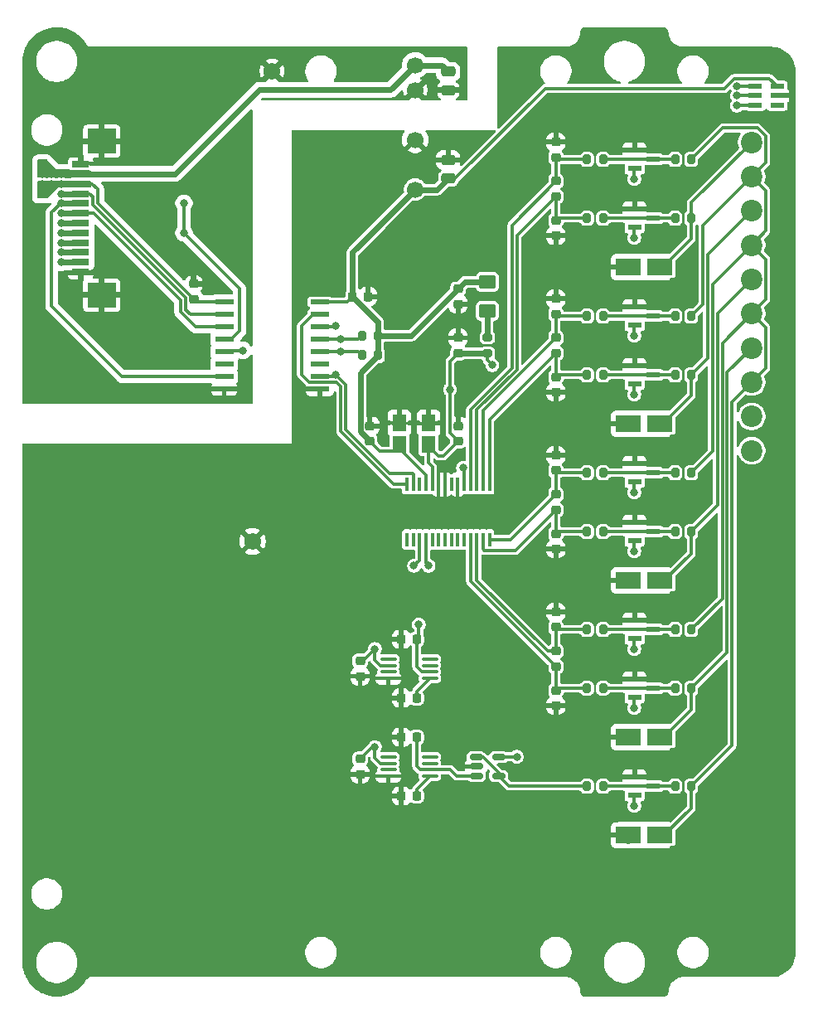
<source format=gbr>
%TF.GenerationSoftware,KiCad,Pcbnew,9.0.2*%
%TF.CreationDate,2025-06-09T15:42:41+03:00*%
%TF.ProjectId,PMCNV-AI4T,504d434e-562d-4414-9934-542e6b696361,rev?*%
%TF.SameCoordinates,Original*%
%TF.FileFunction,Copper,L1,Top*%
%TF.FilePolarity,Positive*%
%FSLAX46Y46*%
G04 Gerber Fmt 4.6, Leading zero omitted, Abs format (unit mm)*
G04 Created by KiCad (PCBNEW 9.0.2) date 2025-06-09 15:42:41*
%MOMM*%
%LPD*%
G01*
G04 APERTURE LIST*
G04 Aperture macros list*
%AMRoundRect*
0 Rectangle with rounded corners*
0 $1 Rounding radius*
0 $2 $3 $4 $5 $6 $7 $8 $9 X,Y pos of 4 corners*
0 Add a 4 corners polygon primitive as box body*
4,1,4,$2,$3,$4,$5,$6,$7,$8,$9,$2,$3,0*
0 Add four circle primitives for the rounded corners*
1,1,$1+$1,$2,$3*
1,1,$1+$1,$4,$5*
1,1,$1+$1,$6,$7*
1,1,$1+$1,$8,$9*
0 Add four rect primitives between the rounded corners*
20,1,$1+$1,$2,$3,$4,$5,0*
20,1,$1+$1,$4,$5,$6,$7,0*
20,1,$1+$1,$6,$7,$8,$9,0*
20,1,$1+$1,$8,$9,$2,$3,0*%
G04 Aperture macros list end*
%TA.AperFunction,SMDPad,CuDef*%
%ADD10RoundRect,0.200000X-0.200000X-0.275000X0.200000X-0.275000X0.200000X0.275000X-0.200000X0.275000X0*%
%TD*%
%TA.AperFunction,SMDPad,CuDef*%
%ADD11R,1.397000X1.738275*%
%TD*%
%TA.AperFunction,SMDPad,CuDef*%
%ADD12RoundRect,0.225000X-0.250000X0.225000X-0.250000X-0.225000X0.250000X-0.225000X0.250000X0.225000X0*%
%TD*%
%TA.AperFunction,SMDPad,CuDef*%
%ADD13RoundRect,0.225000X0.250000X-0.225000X0.250000X0.225000X-0.250000X0.225000X-0.250000X-0.225000X0*%
%TD*%
%TA.AperFunction,SMDPad,CuDef*%
%ADD14RoundRect,0.225000X0.225000X0.250000X-0.225000X0.250000X-0.225000X-0.250000X0.225000X-0.250000X0*%
%TD*%
%TA.AperFunction,ComponentPad*%
%ADD15C,1.725000*%
%TD*%
%TA.AperFunction,SMDPad,CuDef*%
%ADD16R,1.422400X0.558800*%
%TD*%
%TA.AperFunction,SMDPad,CuDef*%
%ADD17R,2.565400X1.651000*%
%TD*%
%TA.AperFunction,SMDPad,CuDef*%
%ADD18R,1.854200X0.482600*%
%TD*%
%TA.AperFunction,SMDPad,CuDef*%
%ADD19RoundRect,0.200000X-0.275000X0.200000X-0.275000X-0.200000X0.275000X-0.200000X0.275000X0.200000X0*%
%TD*%
%TA.AperFunction,ComponentPad*%
%ADD20C,1.700000*%
%TD*%
%TA.AperFunction,SMDPad,CuDef*%
%ADD21R,1.473200X0.558800*%
%TD*%
%TA.AperFunction,SMDPad,CuDef*%
%ADD22RoundRect,0.250000X0.475000X-0.250000X0.475000X0.250000X-0.475000X0.250000X-0.475000X-0.250000X0*%
%TD*%
%TA.AperFunction,SMDPad,CuDef*%
%ADD23RoundRect,0.100000X-0.712500X-0.100000X0.712500X-0.100000X0.712500X0.100000X-0.712500X0.100000X0*%
%TD*%
%TA.AperFunction,SMDPad,CuDef*%
%ADD24RoundRect,0.200000X0.200000X0.275000X-0.200000X0.275000X-0.200000X-0.275000X0.200000X-0.275000X0*%
%TD*%
%TA.AperFunction,SMDPad,CuDef*%
%ADD25R,0.355600X1.473200*%
%TD*%
%TA.AperFunction,ComponentPad*%
%ADD26C,2.200000*%
%TD*%
%TA.AperFunction,SMDPad,CuDef*%
%ADD27RoundRect,0.150000X-0.512500X-0.150000X0.512500X-0.150000X0.512500X0.150000X-0.512500X0.150000X0*%
%TD*%
%TA.AperFunction,SMDPad,CuDef*%
%ADD28R,1.803400X0.635000*%
%TD*%
%TA.AperFunction,SMDPad,CuDef*%
%ADD29R,2.997200X2.590800*%
%TD*%
%TA.AperFunction,SMDPad,CuDef*%
%ADD30RoundRect,0.250001X0.624999X-0.462499X0.624999X0.462499X-0.624999X0.462499X-0.624999X-0.462499X0*%
%TD*%
%TA.AperFunction,SMDPad,CuDef*%
%ADD31RoundRect,0.250000X-0.475000X0.250000X-0.475000X-0.250000X0.475000X-0.250000X0.475000X0.250000X0*%
%TD*%
%TA.AperFunction,ViaPad*%
%ADD32C,0.800000*%
%TD*%
%TA.AperFunction,Conductor*%
%ADD33C,0.300000*%
%TD*%
%TA.AperFunction,Conductor*%
%ADD34C,0.600000*%
%TD*%
G04 APERTURE END LIST*
D10*
%TO.P,R4,1*%
%TO.N,/AIN7*%
X18175000Y30000000D03*
%TO.P,R4,2*%
%TO.N,Net-(R4-Pad2)*%
X19825000Y30000000D03*
%TD*%
D11*
%TO.P,C10,1*%
%TO.N,+5V_CNV_FLT*%
X2000000Y6913337D03*
%TO.P,C10,2*%
%TO.N,GND_CNV*%
X2000000Y9086663D03*
%TD*%
D10*
%TO.P,R16,1*%
%TO.N,Net-(R14-Pad2)*%
X27175000Y-2000000D03*
%TO.P,R16,2*%
%TO.N,/CH2*%
X28825000Y-2000000D03*
%TD*%
D12*
%TO.P,C13,1*%
%TO.N,+5V_CNV_FLT*%
X-5000000Y-15225000D03*
%TO.P,C13,2*%
%TO.N,GND_CNV*%
X-5000000Y-16775000D03*
%TD*%
D13*
%TO.P,C28,1*%
%TO.N,/AIN2*%
X15000000Y-11775000D03*
%TO.P,C28,2*%
%TO.N,GND_CNV*%
X15000000Y-10225000D03*
%TD*%
%TO.P,C9,1*%
%TO.N,+5V_CNV_FLT*%
X5000000Y16225000D03*
%TO.P,C9,2*%
%TO.N,GND_CNV*%
X5000000Y17775000D03*
%TD*%
D14*
%TO.P,C15,1*%
%TO.N,Net-(U3-Trim{slash}NR)*%
X775000Y-29000000D03*
%TO.P,C15,2*%
%TO.N,GND_CNV*%
X-775000Y-29000000D03*
%TD*%
D13*
%TO.P,C7,1*%
%TO.N,+5V_CNV*%
X-4000000Y7225000D03*
%TO.P,C7,2*%
%TO.N,GND_CNV*%
X-4000000Y8775000D03*
%TD*%
D15*
%TO.P,U4,1*%
%TO.N,GND_MCU*%
X-14000000Y45000000D03*
%TD*%
D13*
%TO.P,C25,1*%
%TO.N,/AIN4*%
X15000000Y4225000D03*
%TO.P,C25,2*%
%TO.N,GND_CNV*%
X15000000Y5775000D03*
%TD*%
D16*
%TO.P,U9,1*%
%TO.N,GND_CNV*%
X23034800Y36952500D03*
%TO.P,U9,2*%
%TO.N,+5V_CNV_FLT*%
X23034800Y35047500D03*
%TO.P,U9,3*%
%TO.N,Net-(R6-Pad2)*%
X24965200Y36000000D03*
%TD*%
D17*
%TO.P,D2,1,A1*%
%TO.N,GND_CNV*%
X22387100Y-33000000D03*
%TO.P,D2,2,A2*%
%TO.N,/CHCOM*%
X25612900Y-33000000D03*
%TD*%
D10*
%TO.P,R18,1*%
%TO.N,/AIN1*%
X18175000Y-18000000D03*
%TO.P,R18,2*%
%TO.N,Net-(R18-Pad2)*%
X19825000Y-18000000D03*
%TD*%
D18*
%TO.P,U7,1,VDDA*%
%TO.N,+3.3V_MCU*%
X-18876800Y21445000D03*
%TO.P,U7,2,VI1*%
%TO.N,/MOSI_MCU*%
X-18876800Y20175000D03*
%TO.P,U7,3,VI2*%
%TO.N,/SCK_MCU*%
X-18876800Y18905000D03*
%TO.P,U7,4,VI3*%
%TO.N,/CS_AD_MCU*%
X-18876800Y17635000D03*
%TO.P,U7,5,VI4*%
%TO.N,/CS_T_MCU*%
X-18876800Y16365000D03*
%TO.P,U7,6,VI5*%
%TO.N,unconnected-(U7-VI5-Pad6)*%
X-18876800Y15095000D03*
%TO.P,U7,7,VO6*%
%TO.N,/MISO_MCU*%
X-18876800Y13825000D03*
%TO.P,U7,8,GNDA*%
%TO.N,GND_MCU*%
X-18876800Y12555000D03*
%TO.P,U7,9,GNDB*%
%TO.N,GND_CNV*%
X-9123200Y12555000D03*
%TO.P,U7,10,VI6*%
%TO.N,/MISO_CNV*%
X-9123200Y13825000D03*
%TO.P,U7,11,V05*%
%TO.N,unconnected-(U7-V05-Pad11)*%
X-9123200Y15095000D03*
%TO.P,U7,12,V04*%
%TO.N,/CS_T_CNV*%
X-9123200Y16365000D03*
%TO.P,U7,13,VO3*%
%TO.N,/CS_AD_CNV*%
X-9123200Y17635000D03*
%TO.P,U7,14,VO2*%
%TO.N,/SCK_CNV*%
X-9123200Y18905000D03*
%TO.P,U7,15,VO1*%
%TO.N,/MOSI_CNV*%
X-9123200Y20175000D03*
%TO.P,U7,16,VDDB*%
%TO.N,+5V_CNV*%
X-9123200Y21445000D03*
%TD*%
D16*
%TO.P,U14,1*%
%TO.N,GND_CNV*%
X23034800Y4952500D03*
%TO.P,U14,2*%
%TO.N,+5V_CNV_FLT*%
X23034800Y3047500D03*
%TO.P,U14,3*%
%TO.N,Net-(R15-Pad2)*%
X24965200Y4000000D03*
%TD*%
D10*
%TO.P,R5,1*%
%TO.N,Net-(R4-Pad2)*%
X27175000Y30000000D03*
%TO.P,R5,2*%
%TO.N,/CH0*%
X28825000Y30000000D03*
%TD*%
D19*
%TO.P,R3,1*%
%TO.N,Net-(L1-Pad1)*%
X8000000Y17825000D03*
%TO.P,R3,2*%
%TO.N,+5V_CNV_FLT*%
X8000000Y16175000D03*
%TD*%
D16*
%TO.P,U12,1*%
%TO.N,GND_CNV*%
X23034800Y20952500D03*
%TO.P,U12,2*%
%TO.N,+5V_CNV_FLT*%
X23034800Y19047500D03*
%TO.P,U12,3*%
%TO.N,Net-(R11-Pad2)*%
X24965200Y20000000D03*
%TD*%
D10*
%TO.P,R10,1*%
%TO.N,/AIN5*%
X18175000Y14000000D03*
%TO.P,R10,2*%
%TO.N,Net-(R10-Pad2)*%
X19825000Y14000000D03*
%TD*%
D14*
%TO.P,C5,1*%
%TO.N,GND_CNV*%
X-4225000Y22000000D03*
%TO.P,C5,2*%
%TO.N,+5V_CNV*%
X-5775000Y22000000D03*
%TD*%
D16*
%TO.P,U16,1*%
%TO.N,GND_CNV*%
X23034800Y-11047500D03*
%TO.P,U16,2*%
%TO.N,+5V_CNV_FLT*%
X23034800Y-12952500D03*
%TO.P,U16,3*%
%TO.N,Net-(R19-Pad2)*%
X24965200Y-12000000D03*
%TD*%
D17*
%TO.P,D1,1,A1*%
%TO.N,GND_CNV*%
X22387100Y25000000D03*
%TO.P,D1,2,A2*%
%TO.N,/CH0*%
X25612900Y25000000D03*
%TD*%
D13*
%TO.P,C3,1*%
%TO.N,+3.3V_MCU*%
X-22000000Y21725000D03*
%TO.P,C3,2*%
%TO.N,GND_MCU*%
X-22000000Y23275000D03*
%TD*%
D10*
%TO.P,R8,1*%
%TO.N,Net-(R8-Pad1)*%
X27175000Y-28000000D03*
%TO.P,R8,2*%
%TO.N,/CHCOM*%
X28825000Y-28000000D03*
%TD*%
D12*
%TO.P,C19,1*%
%TO.N,/AIN7*%
X15000000Y29775000D03*
%TO.P,C19,2*%
%TO.N,GND_CNV*%
X15000000Y28225000D03*
%TD*%
D10*
%TO.P,R9,1*%
%TO.N,+2V5_CNV_BUF*%
X18175000Y-28000000D03*
%TO.P,R9,2*%
%TO.N,Net-(R8-Pad1)*%
X19825000Y-28000000D03*
%TD*%
D20*
%TO.P,PS1,1,Vin*%
%TO.N,+5V_MCU*%
X625000Y45615000D03*
%TO.P,PS1,2,GND*%
%TO.N,GND_MCU*%
X625000Y43075000D03*
%TO.P,PS1,4,0V*%
%TO.N,GND_CNV*%
X625000Y37995000D03*
%TO.P,PS1,6,+V*%
%TO.N,+5V_CNV*%
X625000Y32915000D03*
%TD*%
D21*
%TO.P,U18,1,NC*%
%TO.N,unconnected-(U18-NC-Pad1)*%
X37617600Y41549999D03*
%TO.P,U18,2,GND*%
%TO.N,GND_CNV*%
X37617600Y42500000D03*
%TO.P,U18,3,V+*%
%TO.N,+5V_CNV*%
X37617600Y43450001D03*
%TO.P,U18,4,SCK*%
%TO.N,/SCK_CNV*%
X35382400Y43450001D03*
%TO.P,U18,5,CS*%
%TO.N,/CS_T_CNV*%
X35382400Y42500000D03*
%TO.P,U18,6,MISO*%
%TO.N,/MISO_CNV*%
X35382400Y41549999D03*
%TD*%
D22*
%TO.P,C2,1*%
%TO.N,+5V_CNV*%
X4000000Y34050000D03*
%TO.P,C2,2*%
%TO.N,GND_CNV*%
X4000000Y35950000D03*
%TD*%
D16*
%TO.P,U10,1*%
%TO.N,GND_CNV*%
X23034800Y-27047500D03*
%TO.P,U10,2*%
%TO.N,+5V_CNV_FLT*%
X23034800Y-28952500D03*
%TO.P,U10,3*%
%TO.N,Net-(R8-Pad1)*%
X24965200Y-28000000D03*
%TD*%
D12*
%TO.P,C14,1*%
%TO.N,+5V_CNV_FLT*%
X-5000000Y-25225000D03*
%TO.P,C14,2*%
%TO.N,GND_CNV*%
X-5000000Y-26775000D03*
%TD*%
D16*
%TO.P,U11,1*%
%TO.N,GND_CNV*%
X23034800Y14952500D03*
%TO.P,U11,2*%
%TO.N,+5V_CNV_FLT*%
X23034800Y13047500D03*
%TO.P,U11,3*%
%TO.N,Net-(R10-Pad2)*%
X24965200Y14000000D03*
%TD*%
D13*
%TO.P,C22,1*%
%TO.N,/AIN6*%
X15000000Y20225000D03*
%TO.P,C22,2*%
%TO.N,GND_CNV*%
X15000000Y21775000D03*
%TD*%
D10*
%TO.P,R21,1*%
%TO.N,Net-(R19-Pad2)*%
X27175000Y-12000000D03*
%TO.P,R21,2*%
%TO.N,/CHCOM*%
X28825000Y-12000000D03*
%TD*%
D11*
%TO.P,C8,1*%
%TO.N,+5V_CNV*%
X-1000000Y6913337D03*
%TO.P,C8,2*%
%TO.N,GND_CNV*%
X-1000000Y9086663D03*
%TD*%
D14*
%TO.P,C16,1*%
%TO.N,+2V5_CNV*%
X775000Y-23000000D03*
%TO.P,C16,2*%
%TO.N,GND_CNV*%
X-775000Y-23000000D03*
%TD*%
D13*
%TO.P,C12,1*%
%TO.N,+5V_CNV_FLT*%
X5000000Y7225000D03*
%TO.P,C12,2*%
%TO.N,GND_CNV*%
X5000000Y8775000D03*
%TD*%
D12*
%TO.P,C20,1*%
%TO.N,/AIN5*%
X15000000Y13775000D03*
%TO.P,C20,2*%
%TO.N,GND_CNV*%
X15000000Y12225000D03*
%TD*%
%TO.P,C11,1*%
%TO.N,+5V_CNV*%
X5000000Y22775000D03*
%TO.P,C11,2*%
%TO.N,GND_CNV*%
X5000000Y21225000D03*
%TD*%
D17*
%TO.P,D3,1,A1*%
%TO.N,GND_CNV*%
X22387100Y9000000D03*
%TO.P,D3,2,A2*%
%TO.N,/CH1*%
X25612900Y9000000D03*
%TD*%
D13*
%TO.P,C17,1*%
%TO.N,/AIN8*%
X15000000Y36225000D03*
%TO.P,C17,2*%
%TO.N,GND_CNV*%
X15000000Y37775000D03*
%TD*%
D10*
%TO.P,R17,1*%
%TO.N,Net-(R15-Pad2)*%
X27175000Y4000000D03*
%TO.P,R17,2*%
%TO.N,/CHCOM*%
X28825000Y4000000D03*
%TD*%
%TO.P,R6,1*%
%TO.N,/AIN8*%
X18175000Y36000000D03*
%TO.P,R6,2*%
%TO.N,Net-(R6-Pad2)*%
X19825000Y36000000D03*
%TD*%
%TO.P,R13,1*%
%TO.N,Net-(R11-Pad2)*%
X27175000Y20000000D03*
%TO.P,R13,2*%
%TO.N,/CHCOM*%
X28825000Y20000000D03*
%TD*%
D13*
%TO.P,C21,1*%
%TO.N,/AIN5*%
X15000000Y16225000D03*
%TO.P,C21,2*%
%TO.N,/AIN6*%
X15000000Y17775000D03*
%TD*%
%TO.P,C24,1*%
%TO.N,/AIN3*%
X15000000Y225000D03*
%TO.P,C24,2*%
%TO.N,/AIN4*%
X15000000Y1775000D03*
%TD*%
D14*
%TO.P,C6,1*%
%TO.N,+4V096_CNV*%
X775000Y-13000000D03*
%TO.P,C6,2*%
%TO.N,GND_CNV*%
X-775000Y-13000000D03*
%TD*%
D13*
%TO.P,C18,1*%
%TO.N,/AIN7*%
X15000000Y32225000D03*
%TO.P,C18,2*%
%TO.N,/AIN8*%
X15000000Y33775000D03*
%TD*%
D17*
%TO.P,D4,1,A1*%
%TO.N,GND_CNV*%
X22387100Y-7000000D03*
%TO.P,D4,2,A2*%
%TO.N,/CH2*%
X25612900Y-7000000D03*
%TD*%
D23*
%TO.P,U6,1,DNC*%
%TO.N,unconnected-(U6-DNC-Pad1)*%
X-2112500Y-15025000D03*
%TO.P,U6,2,Vin*%
%TO.N,+5V_CNV_FLT*%
X-2112500Y-15675000D03*
%TO.P,U6,3,Temp*%
%TO.N,unconnected-(U6-Temp-Pad3)*%
X-2112500Y-16325000D03*
%TO.P,U6,4,GND*%
%TO.N,GND_CNV*%
X-2112500Y-16975000D03*
%TO.P,U6,5,Trim/NR*%
%TO.N,Net-(U6-Trim{slash}NR)*%
X2112500Y-16975000D03*
%TO.P,U6,6,Vout*%
%TO.N,+4V096_CNV*%
X2112500Y-16325000D03*
%TO.P,U6,7,NC*%
%TO.N,unconnected-(U6-NC-Pad7)*%
X2112500Y-15675000D03*
%TO.P,U6,8,DNC*%
%TO.N,unconnected-(U6-DNC-Pad8)*%
X2112500Y-15025000D03*
%TD*%
D10*
%TO.P,R11,1*%
%TO.N,/AIN6*%
X18175000Y20000000D03*
%TO.P,R11,2*%
%TO.N,Net-(R11-Pad2)*%
X19825000Y20000000D03*
%TD*%
%TO.P,R7,1*%
%TO.N,Net-(R6-Pad2)*%
X27175000Y36000000D03*
%TO.P,R7,2*%
%TO.N,/CHCOM*%
X28825000Y36000000D03*
%TD*%
D24*
%TO.P,R1,1*%
%TO.N,+5V_CNV*%
X-3175000Y18000000D03*
%TO.P,R1,2*%
%TO.N,/CS_AD_CNV*%
X-4825000Y18000000D03*
%TD*%
D23*
%TO.P,U3,1,DNC*%
%TO.N,unconnected-(U3-DNC-Pad1)*%
X-2112500Y-25025000D03*
%TO.P,U3,2,Vin*%
%TO.N,+5V_CNV_FLT*%
X-2112500Y-25675000D03*
%TO.P,U3,3,Temp*%
%TO.N,unconnected-(U3-Temp-Pad3)*%
X-2112500Y-26325000D03*
%TO.P,U3,4,GND*%
%TO.N,GND_CNV*%
X-2112500Y-26975000D03*
%TO.P,U3,5,Trim/NR*%
%TO.N,Net-(U3-Trim{slash}NR)*%
X2112500Y-26975000D03*
%TO.P,U3,6,Vout*%
%TO.N,+2V5_CNV*%
X2112500Y-26325000D03*
%TO.P,U3,7,NC*%
%TO.N,unconnected-(U3-NC-Pad7)*%
X2112500Y-25675000D03*
%TO.P,U3,8,DNC*%
%TO.N,unconnected-(U3-DNC-Pad8)*%
X2112500Y-25025000D03*
%TD*%
D25*
%TO.P,U2,1,MCLK1*%
%TO.N,unconnected-(U2-MCLK1-Pad1)*%
X-225000Y-2819400D03*
%TO.P,U2,2,MCLK2*%
%TO.N,unconnected-(U2-MCLK2-Pad2)*%
X425001Y-2819400D03*
%TO.P,U2,3,SCK*%
%TO.N,/SCK_CNV*%
X1075000Y-2819400D03*
%TO.P,U2,4,CS*%
%TO.N,/CS_AD_CNV*%
X1725001Y-2819400D03*
%TO.P,U2,5,P3*%
%TO.N,/P3*%
X2374999Y-2819400D03*
%TO.P,U2,6,P2*%
%TO.N,/P2*%
X3025001Y-2819400D03*
%TO.P,U2,7,P1*%
%TO.N,/P1*%
X3674999Y-2819400D03*
%TO.P,U2,8,P0*%
%TO.N,/P0*%
X4324998Y-2819400D03*
%TO.P,U2,9,NC*%
%TO.N,unconnected-(U2-NC-Pad9)*%
X4974999Y-2819400D03*
%TO.P,U2,10,AINCOM*%
%TO.N,unconnected-(U2-AINCOM-Pad10)*%
X5624998Y-2819400D03*
%TO.P,U2,11,AIN1*%
%TO.N,/AIN1*%
X6274999Y-2819400D03*
%TO.P,U2,12,AIN2*%
%TO.N,/AIN2*%
X6924998Y-2819400D03*
%TO.P,U2,13,AIN3*%
%TO.N,/AIN3*%
X7574999Y-2819400D03*
%TO.P,U2,14,AIN4*%
%TO.N,/AIN4*%
X8224998Y-2819400D03*
%TO.P,U2,15,AIN5*%
%TO.N,/AIN5*%
X8225000Y2819400D03*
%TO.P,U2,16,AIN6*%
%TO.N,/AIN6*%
X7574999Y2819400D03*
%TO.P,U2,17,AIN7*%
%TO.N,/AIN7*%
X6925000Y2819400D03*
%TO.P,U2,18,AIN8*%
%TO.N,/AIN8*%
X6274999Y2819400D03*
%TO.P,U2,19,REFIN1(+)*%
%TO.N,+4V096_CNV*%
X5625001Y2819400D03*
%TO.P,U2,20,REFIN1(-)*%
%TO.N,GND_CNV*%
X4974999Y2819400D03*
%TO.P,U2,21,BPDSW*%
%TO.N,unconnected-(U2-BPDSW-Pad21)*%
X4325001Y2819400D03*
%TO.P,U2,22,AGND*%
%TO.N,GND_CNV*%
X3674999Y2819400D03*
%TO.P,U2,23,DGND*%
X3025001Y2819400D03*
%TO.P,U2,24,AVDD*%
%TO.N,+5V_CNV_FLT*%
X2374999Y2819400D03*
%TO.P,U2,25,DVDD*%
%TO.N,+5V_CNV*%
X1725001Y2819400D03*
%TO.P,U2,26,\u002ASYNC*%
%TO.N,unconnected-(U2-\u002ASYNC-Pad26)*%
X1075000Y2819400D03*
%TO.P,U2,27,MISO*%
%TO.N,/MISO_CNV*%
X425001Y2819400D03*
%TO.P,U2,28,MOSI*%
%TO.N,/MOSI_CNV*%
X-225000Y2819400D03*
%TD*%
D10*
%TO.P,R20,1*%
%TO.N,Net-(R18-Pad2)*%
X27175000Y-18000000D03*
%TO.P,R20,2*%
%TO.N,/CH3*%
X28825000Y-18000000D03*
%TD*%
D26*
%TO.P,J1,1,Pin_1*%
%TO.N,unconnected-(J1-Pin_1-Pad1)*%
X35000000Y6250000D03*
%TO.P,J1,2,Pin_2*%
%TO.N,unconnected-(J1-Pin_2-Pad2)*%
X35000000Y9750000D03*
%TO.P,J1,3,Pin_3*%
%TO.N,/CHCOM*%
X35000000Y13250000D03*
%TO.P,J1,4,Pin_4*%
%TO.N,/CH3*%
X35000000Y16750000D03*
%TO.P,J1,5,Pin_5*%
%TO.N,/CHCOM*%
X35000000Y20250000D03*
%TO.P,J1,6,Pin_6*%
%TO.N,/CH2*%
X35000000Y23750000D03*
%TO.P,J1,7,Pin_7*%
%TO.N,/CHCOM*%
X35000000Y27250000D03*
%TO.P,J1,8,Pin_8*%
%TO.N,/CH1*%
X35000000Y30750000D03*
%TO.P,J1,9,Pin_9*%
%TO.N,/CHCOM*%
X35000000Y34250000D03*
%TO.P,J1,10,Pin_10*%
%TO.N,/CH0*%
X35000000Y37750000D03*
%TD*%
D27*
%TO.P,U17,1*%
%TO.N,+2V5_CNV_BUF*%
X6862500Y-25050000D03*
%TO.P,U17,2,V-*%
%TO.N,GND_CNV*%
X6862500Y-26000000D03*
%TO.P,U17,3,+*%
%TO.N,+2V5_CNV*%
X6862500Y-26950000D03*
%TO.P,U17,4,-*%
%TO.N,+2V5_CNV_BUF*%
X9137500Y-26950000D03*
%TO.P,U17,5,V+*%
%TO.N,+5V_CNV_FLT*%
X9137500Y-25050000D03*
%TD*%
D14*
%TO.P,C4,1*%
%TO.N,Net-(U6-Trim{slash}NR)*%
X775000Y-19000000D03*
%TO.P,C4,2*%
%TO.N,GND_CNV*%
X-775000Y-19000000D03*
%TD*%
D12*
%TO.P,C26,1*%
%TO.N,/AIN1*%
X15000000Y-18225000D03*
%TO.P,C26,2*%
%TO.N,GND_CNV*%
X15000000Y-19775000D03*
%TD*%
D10*
%TO.P,R15,1*%
%TO.N,/AIN4*%
X18175000Y4000000D03*
%TO.P,R15,2*%
%TO.N,Net-(R15-Pad2)*%
X19825000Y4000000D03*
%TD*%
D15*
%TO.P,U5,1*%
%TO.N,GND_CNV*%
X-16000000Y-3000000D03*
%TD*%
D17*
%TO.P,D5,1,A1*%
%TO.N,GND_CNV*%
X22387100Y-23000000D03*
%TO.P,D5,2,A2*%
%TO.N,/CH3*%
X25612900Y-23000000D03*
%TD*%
D28*
%TO.P,J2,1,Pin_1*%
%TO.N,GND_MCU*%
X-33556000Y24500008D03*
%TO.P,J2,2,Pin_2*%
%TO.N,/INT_MCU*%
X-33556000Y25500006D03*
%TO.P,J2,3,Pin_3*%
%TO.N,/CS3_MCU*%
X-33556000Y26500004D03*
%TO.P,J2,4,Pin_4*%
%TO.N,/CS2_MCU*%
X-33556000Y27500002D03*
%TO.P,J2,5,Pin_5*%
%TO.N,/CS1_MCU*%
X-33556000Y28500000D03*
%TO.P,J2,6,Pin_6*%
%TO.N,/CS0_MCU*%
X-33556000Y29500000D03*
%TO.P,J2,7,Pin_7*%
%TO.N,/SCK_MCU*%
X-33556000Y30500000D03*
%TO.P,J2,8,Pin_8*%
%TO.N,/MISO_MCU*%
X-33556000Y31500000D03*
%TO.P,J2,9,Pin_9*%
%TO.N,/MOSI_MCU*%
X-33556000Y32499998D03*
%TO.P,J2,10,Pin_10*%
%TO.N,+3.3V_MCU*%
X-33556000Y33499996D03*
%TO.P,J2,11,Pin_11*%
%TO.N,+5V_MCU*%
X-33556000Y34499994D03*
%TO.P,J2,12,Pin_11*%
%TO.N,GND_MCU*%
X-33556000Y35499992D03*
D29*
%TO.P,J2,13,Pin_11*%
X-31385999Y22149997D03*
X-31385999Y37850003D03*
%TD*%
D16*
%TO.P,U13,1*%
%TO.N,GND_CNV*%
X23034800Y-1047500D03*
%TO.P,U13,2*%
%TO.N,+5V_CNV_FLT*%
X23034800Y-2952500D03*
%TO.P,U13,3*%
%TO.N,Net-(R14-Pad2)*%
X24965200Y-2000000D03*
%TD*%
%TO.P,U15,1*%
%TO.N,GND_CNV*%
X23034800Y-17047500D03*
%TO.P,U15,2*%
%TO.N,+5V_CNV_FLT*%
X23034800Y-18952500D03*
%TO.P,U15,3*%
%TO.N,Net-(R18-Pad2)*%
X24965200Y-18000000D03*
%TD*%
D30*
%TO.P,L1,1*%
%TO.N,Net-(L1-Pad1)*%
X8000000Y20512500D03*
%TO.P,L1,2*%
%TO.N,+5V_CNV*%
X8000000Y23487500D03*
%TD*%
D24*
%TO.P,R2,1*%
%TO.N,+5V_CNV*%
X-3175000Y16000000D03*
%TO.P,R2,2*%
%TO.N,/CS_T_CNV*%
X-4825000Y16000000D03*
%TD*%
D13*
%TO.P,C27,1*%
%TO.N,/AIN1*%
X15000000Y-15775000D03*
%TO.P,C27,2*%
%TO.N,/AIN2*%
X15000000Y-14225000D03*
%TD*%
D16*
%TO.P,U8,1*%
%TO.N,GND_CNV*%
X23034800Y30952500D03*
%TO.P,U8,2*%
%TO.N,+5V_CNV_FLT*%
X23034800Y29047500D03*
%TO.P,U8,3*%
%TO.N,Net-(R4-Pad2)*%
X24965200Y30000000D03*
%TD*%
D10*
%TO.P,R19,1*%
%TO.N,/AIN2*%
X18175000Y-12000000D03*
%TO.P,R19,2*%
%TO.N,Net-(R19-Pad2)*%
X19825000Y-12000000D03*
%TD*%
%TO.P,R12,1*%
%TO.N,Net-(R10-Pad2)*%
X27175000Y14000000D03*
%TO.P,R12,2*%
%TO.N,/CH1*%
X28825000Y14000000D03*
%TD*%
D12*
%TO.P,C23,1*%
%TO.N,/AIN3*%
X15000000Y-2225000D03*
%TO.P,C23,2*%
%TO.N,GND_CNV*%
X15000000Y-3775000D03*
%TD*%
D10*
%TO.P,R14,1*%
%TO.N,/AIN3*%
X18175000Y-2000000D03*
%TO.P,R14,2*%
%TO.N,Net-(R14-Pad2)*%
X19825000Y-2000000D03*
%TD*%
D31*
%TO.P,C1,1*%
%TO.N,+5V_MCU*%
X4000000Y44950000D03*
%TO.P,C1,2*%
%TO.N,GND_MCU*%
X4000000Y43050000D03*
%TD*%
D32*
%TO.N,+4V096_CNV*%
X1000000Y-11500000D03*
X5500000Y4500000D03*
%TO.N,+5V_MCU*%
X-36500000Y34500000D03*
X-35500000Y34500000D03*
X-37500000Y35500000D03*
X-37500000Y34500000D03*
%TO.N,GND_MCU*%
X-20000000Y23000000D03*
X-17000000Y33000000D03*
X-31000000Y40000000D03*
X-33000000Y20000000D03*
X-30000000Y20000000D03*
X-32000000Y20000000D03*
X-32000000Y40000000D03*
X-31000000Y20000000D03*
X-17000000Y34000000D03*
X-30000000Y40000000D03*
X-17000000Y35000000D03*
X-33000000Y40000000D03*
%TO.N,GND_CNV*%
X4000000Y-1000000D03*
X4000000Y1000000D03*
X2000000Y-1000000D03*
X2000000Y1000000D03*
X3000000Y0D03*
X4500000Y5500000D03*
X3500000Y4500000D03*
%TO.N,+3.3V_MCU*%
X-36500000Y33499996D03*
X-37500000Y32500000D03*
X-35500000Y33499996D03*
X-37500000Y33500000D03*
%TO.N,/CS_AD_CNV*%
X-7000000Y17635000D03*
X2000000Y-5500000D03*
%TO.N,/CS_T_CNV*%
X-7000000Y16365000D03*
X33500000Y42500000D03*
%TO.N,/CS_T_MCU*%
X-17000000Y16500000D03*
%TO.N,/MISO_CNV*%
X-7500000Y14000000D03*
X33500000Y41500000D03*
%TO.N,/MOSI_MCU*%
X-35500000Y32500000D03*
%TO.N,/SCK_CNV*%
X-7500000Y19000000D03*
X33500000Y43500000D03*
X500000Y-5500000D03*
%TO.N,/MISO_MCU*%
X-35500000Y31500000D03*
%TO.N,/SCK_MCU*%
X-35500000Y30500000D03*
%TO.N,/CS_AD_MCU*%
X-23000000Y28500000D03*
X-23000000Y31500000D03*
%TO.N,+5V_CNV_FLT*%
X-3500000Y-14000000D03*
X8500000Y15000000D03*
X23000000Y-14000000D03*
X23000000Y18000000D03*
X4174000Y12500000D03*
X23000000Y-20000000D03*
X-3500000Y-24000000D03*
X23000000Y-4000000D03*
X11000000Y-25000000D03*
X23000000Y34000000D03*
X23000000Y28000000D03*
X23000000Y2000000D03*
X23000000Y12000000D03*
X23000000Y-30000000D03*
%TO.N,/CS1_MCU*%
X-35500000Y28500000D03*
%TO.N,/INT_MCU*%
X-35500000Y25500000D03*
%TO.N,/CS0_MCU*%
X-35500000Y29500000D03*
%TO.N,/CS3_MCU*%
X-35500000Y26500000D03*
%TO.N,/CS2_MCU*%
X-35500000Y27500000D03*
%TD*%
D33*
%TO.N,Net-(U6-Trim{slash}NR)*%
X775000Y-19000000D02*
X775000Y-18312500D01*
X775000Y-18312500D02*
X2112500Y-16975000D01*
%TO.N,Net-(U3-Trim{slash}NR)*%
X775000Y-29000000D02*
X775000Y-28312500D01*
X775000Y-28312500D02*
X2112500Y-26975000D01*
%TO.N,+2V5_CNV*%
X2112500Y-26325000D02*
X1175000Y-26325000D01*
X4837322Y-26950000D02*
X6862500Y-26950000D01*
X4212322Y-26325000D02*
X4837322Y-26950000D01*
X775000Y-25925000D02*
X775000Y-23000000D01*
X2112500Y-26325000D02*
X4212322Y-26325000D01*
X1175000Y-26325000D02*
X775000Y-25925000D01*
%TO.N,+4V096_CNV*%
X5625001Y4374999D02*
X5500000Y4500000D01*
X775000Y-15799999D02*
X775000Y-13000000D01*
X1000000Y-11500000D02*
X1000000Y-12775000D01*
X1300001Y-16325000D02*
X775000Y-15799999D01*
X1000000Y-12775000D02*
X775000Y-13000000D01*
X2112500Y-16325000D02*
X1300001Y-16325000D01*
X5625001Y2819400D02*
X5625001Y4374999D01*
D34*
%TO.N,+5V_MCU*%
X3335000Y45615000D02*
X4000000Y44950000D01*
X-33556000Y34499994D02*
X-23925684Y34499994D01*
X-37499994Y34499994D02*
X-37500000Y34500000D01*
X-15326678Y43099000D02*
X-1891000Y43099000D01*
X-1891000Y43099000D02*
X625000Y45615000D01*
X625000Y45615000D02*
X3335000Y45615000D01*
X-33556000Y34499994D02*
X-37499994Y34499994D01*
X-23925684Y34499994D02*
X-15326678Y43099000D01*
D33*
%TO.N,+5V_CNV*%
X-1000000Y6500000D02*
X-1000000Y6913337D01*
X4000000Y34050000D02*
X4725000Y34050000D01*
X-9123200Y21445000D02*
X-6330000Y21445000D01*
D34*
X625000Y32915000D02*
X2865000Y32915000D01*
D33*
X1725001Y3774999D02*
X-1000000Y6500000D01*
D34*
X-5000000Y8225000D02*
X-4000000Y7225000D01*
X-3175000Y18000000D02*
X225000Y18000000D01*
D33*
X-6330000Y21445000D02*
X-5775000Y22000000D01*
X-1686754Y6198000D02*
X-2973000Y6198000D01*
D34*
X-3175000Y18000000D02*
X-3175000Y16000000D01*
X-5000000Y14175000D02*
X-5000000Y8225000D01*
D33*
X1725001Y2819400D02*
X1725001Y3774999D01*
X33188925Y44251000D02*
X36816601Y44251000D01*
D34*
X-3175000Y19400000D02*
X-5775000Y22000000D01*
X-5775000Y22000000D02*
X-5775000Y26515000D01*
X-5775000Y26515000D02*
X625000Y32915000D01*
D33*
X-2973000Y6198000D02*
X-4000000Y7225000D01*
X4725000Y34050000D02*
X13924000Y43249000D01*
X-1000000Y6884754D02*
X-1686754Y6198000D01*
X13924000Y43249000D02*
X32186925Y43249000D01*
X-1000000Y6913337D02*
X-1000000Y6884754D01*
D34*
X-3175000Y16000000D02*
X-5000000Y14175000D01*
X225000Y18000000D02*
X5000000Y22775000D01*
X2865000Y32915000D02*
X4000000Y34050000D01*
X5712500Y23487500D02*
X5000000Y22775000D01*
X-3175000Y18000000D02*
X-3175000Y19400000D01*
X8000000Y23487500D02*
X5712500Y23487500D01*
D33*
X36816601Y44251000D02*
X37617600Y43450001D01*
X32186925Y43249000D02*
X33188925Y44251000D01*
D34*
%TO.N,+3.3V_MCU*%
X-37499996Y33499996D02*
X-37500000Y33500000D01*
X-33556000Y33499996D02*
X-37499996Y33499996D01*
D33*
X-21670000Y21445000D02*
X-22000000Y21775000D01*
X-32354300Y33499996D02*
X-33556000Y33499996D01*
X-22000000Y21725000D02*
X-31802300Y31527300D01*
X-31802300Y31527300D02*
X-31802300Y32947996D01*
X-31802300Y32947996D02*
X-32354300Y33499996D01*
X-18876800Y21445000D02*
X-21670000Y21445000D01*
%TO.N,/CS_AD_CNV*%
X-9123200Y17635000D02*
X-7000000Y17635000D01*
X1725001Y-2819400D02*
X1725001Y-5225001D01*
X-5190000Y17635000D02*
X-4825000Y18000000D01*
X1725001Y-5225001D02*
X2000000Y-5500000D01*
X-7000000Y17635000D02*
X-5190000Y17635000D01*
%TO.N,/CS_T_CNV*%
X33500000Y42500000D02*
X35382400Y42500000D01*
X-5190000Y16365000D02*
X-4825000Y16000000D01*
X-9123200Y16365000D02*
X-7000000Y16365000D01*
X-7000000Y16365000D02*
X-5190000Y16365000D01*
%TO.N,/CS_T_MCU*%
X-17000000Y16500000D02*
X-18741800Y16500000D01*
X-18741800Y16500000D02*
X-18876800Y16365000D01*
%TO.N,/MISO_CNV*%
X-7500000Y14000000D02*
X-6500000Y13000000D01*
X-6500000Y8429178D02*
X-1977822Y3907000D01*
X-9123200Y13825000D02*
X-7675000Y13825000D01*
X374001Y3907000D02*
X425001Y3856000D01*
X33500000Y41500000D02*
X35332401Y41500000D01*
X-6500000Y13000000D02*
X-6500000Y8429178D01*
X35332401Y41500000D02*
X35382400Y41549999D01*
X425001Y3856000D02*
X425001Y2819400D01*
X-1977822Y3907000D02*
X374001Y3907000D01*
X-7675000Y13825000D02*
X-7500000Y14000000D01*
%TO.N,/MOSI_MCU*%
X-32303300Y31319780D02*
X-22826000Y21842480D01*
X-32634798Y32499998D02*
X-32303300Y32168500D01*
X-33556000Y32499998D02*
X-32634798Y32499998D01*
X-22826000Y20644849D02*
X-22356151Y20175000D01*
D34*
X-35499998Y32499998D02*
X-35500000Y32500000D01*
D33*
X-22826000Y21842480D02*
X-22826000Y20644849D01*
X-32303300Y32168500D02*
X-32303300Y31319780D01*
X-22356151Y20175000D02*
X-18876800Y20175000D01*
D34*
X-33556000Y32499998D02*
X-35499998Y32499998D01*
D33*
%TO.N,/MOSI_CNV*%
X-7001000Y8221657D02*
X-7001000Y12792480D01*
X-7441220Y13232700D02*
X-10232700Y13232700D01*
X-1598743Y2819400D02*
X-7001000Y8221657D01*
X-7001000Y12792480D02*
X-7441220Y13232700D01*
X-9809000Y20175000D02*
X-9123200Y20175000D01*
X-225000Y2819400D02*
X-1598743Y2819400D01*
X-10232700Y13232700D02*
X-11000000Y14000000D01*
X-11000000Y18984000D02*
X-9809000Y20175000D01*
X-11000000Y14000000D02*
X-11000000Y18984000D01*
%TO.N,/SCK_CNV*%
X500000Y-5500000D02*
X1075000Y-4925000D01*
X1075000Y-4925000D02*
X1075000Y-2819400D01*
X33500000Y43500000D02*
X35332401Y43500000D01*
X35332401Y43500000D02*
X35382400Y43450001D01*
X-7595000Y18905000D02*
X-7500000Y19000000D01*
X-9123200Y18905000D02*
X-7595000Y18905000D01*
%TO.N,/MISO_MCU*%
X-36500000Y21000000D02*
X-36500000Y30562075D01*
X-18876800Y13825000D02*
X-29325000Y13825000D01*
X-35562075Y31500000D02*
X-35500000Y31500000D01*
D34*
X-33556000Y31500000D02*
X-35500000Y31500000D01*
D33*
X-36500000Y30562075D02*
X-35562075Y31500000D01*
X-29325000Y13825000D02*
X-36500000Y21000000D01*
%TO.N,/SCK_MCU*%
X-21794671Y18905000D02*
X-23327000Y20437328D01*
X-18876800Y18905000D02*
X-21794671Y18905000D01*
X-32192040Y30500000D02*
X-33556000Y30500000D01*
X-23327000Y20437328D02*
X-23327000Y21634960D01*
D34*
X-33556000Y30500000D02*
X-35500000Y30500000D01*
D33*
X-23327000Y21634960D02*
X-32192040Y30500000D01*
%TO.N,/CS_AD_MCU*%
X-17311075Y22811075D02*
X-17311075Y18458926D01*
X-18135001Y17635000D02*
X-18876800Y17635000D01*
X-17311075Y18458926D02*
X-18135001Y17635000D01*
X-23000000Y28500000D02*
X-17311075Y22811075D01*
X-23000000Y31500000D02*
X-23000000Y28500000D01*
%TO.N,Net-(R4-Pad2)*%
X24965200Y30000000D02*
X19825000Y30000000D01*
X27175000Y30000000D02*
X24965200Y30000000D01*
%TO.N,+5V_CNV_FLT*%
X23000000Y28000000D02*
X23000000Y29012700D01*
X8000000Y15500000D02*
X8500000Y15000000D01*
X4174000Y12500000D02*
X4174000Y8051000D01*
X23000000Y35012700D02*
X23034800Y35047500D01*
X23000000Y-14000000D02*
X23000000Y-12987300D01*
X5000000Y7225000D02*
X3519200Y5744200D01*
X23000000Y-20000000D02*
X23000000Y-18987300D01*
X-3775000Y-24000000D02*
X-5000000Y-25225000D01*
X-3500000Y-14000000D02*
X-3500000Y-15099999D01*
X-3500000Y-25099999D02*
X-2924999Y-25675000D01*
X23000000Y-4000000D02*
X23000000Y-2987300D01*
X-2924999Y-25675000D02*
X-2112500Y-25675000D01*
D34*
X5050000Y16175000D02*
X5000000Y16225000D01*
D33*
X2000000Y5000000D02*
X2000000Y6913337D01*
X-3500000Y-24000000D02*
X-3500000Y-25099999D01*
X23000000Y3012700D02*
X23034800Y3047500D01*
X23000000Y-30000000D02*
X23000000Y-28987300D01*
X4174000Y15399000D02*
X4174000Y12500000D01*
X-2924999Y-15675000D02*
X-2112500Y-15675000D01*
X3519200Y5744200D02*
X2998500Y5744200D01*
X23000000Y12000000D02*
X23000000Y13012700D01*
X23000000Y-2987300D02*
X23034800Y-2952500D01*
X23000000Y18000000D02*
X23000000Y19012700D01*
X23000000Y29012700D02*
X23034800Y29047500D01*
X2998500Y5744200D02*
X2000000Y6742700D01*
X4174000Y8051000D02*
X5000000Y7225000D01*
D34*
X8000000Y16175000D02*
X5050000Y16175000D01*
D33*
X5000000Y16225000D02*
X4174000Y15399000D01*
X23000000Y-18987300D02*
X23034800Y-18952500D01*
X23000000Y34000000D02*
X23000000Y35012700D01*
X2374999Y4625001D02*
X2374999Y2819400D01*
X-3500000Y-15099999D02*
X-2924999Y-15675000D01*
X-5000000Y-15225000D02*
X-4725000Y-15225000D01*
X-3500000Y-24000000D02*
X-3775000Y-24000000D01*
X8000000Y16175000D02*
X8000000Y15500000D01*
X23000000Y2000000D02*
X23000000Y3012700D01*
X11000000Y-25000000D02*
X9187500Y-25000000D01*
X23000000Y19012700D02*
X23034800Y19047500D01*
X9187500Y-25000000D02*
X9137500Y-25050000D01*
X2000000Y5000000D02*
X2374999Y4625001D01*
X23000000Y-28987300D02*
X23034800Y-28952500D01*
X23000000Y-12987300D02*
X23034800Y-12952500D01*
X-4725000Y-15225000D02*
X-3500000Y-14000000D01*
X2000000Y6742700D02*
X2000000Y6913337D01*
X23000000Y13012700D02*
X23034800Y13047500D01*
D34*
%TO.N,Net-(L1-Pad1)*%
X8000000Y20512500D02*
X8000000Y17825000D01*
D33*
%TO.N,Net-(R6-Pad2)*%
X27175000Y36000000D02*
X24965200Y36000000D01*
X24965200Y36000000D02*
X19825000Y36000000D01*
%TO.N,/CH0*%
X28825000Y31575000D02*
X28825000Y30000000D01*
X28825000Y27896954D02*
X28825000Y30000000D01*
X25928046Y25000000D02*
X28825000Y27896954D01*
X35000000Y37750000D02*
X28825000Y31575000D01*
X25612900Y25000000D02*
X25928046Y25000000D01*
%TO.N,/CHCOM*%
X36451000Y38351024D02*
X35601024Y39201000D01*
X32000000Y-8825000D02*
X32000000Y17250000D01*
X26070100Y-33000000D02*
X28825000Y-30245100D01*
X32026000Y39201000D02*
X28825000Y36000000D01*
X36451000Y14701000D02*
X35000000Y13250000D01*
X33000000Y-23825000D02*
X28825000Y-28000000D01*
X36451000Y25799000D02*
X36451000Y21701000D01*
X28825000Y-30245100D02*
X28825000Y-28000000D01*
X32000000Y17250000D02*
X35000000Y20250000D01*
X35000000Y13250000D02*
X33000000Y11250000D01*
X36451000Y28701000D02*
X35000000Y27250000D01*
X30000000Y29250000D02*
X35000000Y34250000D01*
X31000000Y6175000D02*
X28825000Y4000000D01*
X35601024Y39201000D02*
X32026000Y39201000D01*
X36451000Y18799000D02*
X36451000Y14701000D01*
X35000000Y34250000D02*
X36451000Y32799000D01*
X30000000Y21175000D02*
X30000000Y29250000D01*
X35000000Y34250000D02*
X36451000Y35701000D01*
X35000000Y27250000D02*
X36451000Y25799000D01*
X25612900Y-33000000D02*
X26070100Y-33000000D01*
X28825000Y-12000000D02*
X32000000Y-8825000D01*
X36451000Y21701000D02*
X35000000Y20250000D01*
X35000000Y20250000D02*
X36451000Y18799000D01*
X35000000Y27250000D02*
X31000000Y23250000D01*
X33000000Y11250000D02*
X33000000Y-23825000D01*
X36451000Y32799000D02*
X36451000Y28701000D01*
X36451000Y35701000D02*
X36451000Y38351024D01*
X28825000Y20000000D02*
X30000000Y21175000D01*
X31000000Y23250000D02*
X31000000Y6175000D01*
%TO.N,/CH3*%
X25612900Y-23000000D02*
X26000000Y-23000000D01*
X35000000Y16750000D02*
X32500000Y14250000D01*
X32500000Y14250000D02*
X32500000Y-14325000D01*
X32500000Y-14325000D02*
X28825000Y-18000000D01*
X28825000Y-20175000D02*
X28825000Y-18000000D01*
X26000000Y-23000000D02*
X28825000Y-20175000D01*
%TO.N,/CH1*%
X28825000Y11896954D02*
X28825000Y14000000D01*
X30500000Y15675000D02*
X30500000Y26250000D01*
X25928046Y9000000D02*
X28825000Y11896954D01*
X28825000Y14000000D02*
X30500000Y15675000D01*
X30500000Y26250000D02*
X35000000Y30750000D01*
X25612900Y9000000D02*
X25928046Y9000000D01*
%TO.N,/CH2*%
X35000000Y23750000D02*
X31500000Y20250000D01*
X25612900Y-7000000D02*
X26070100Y-7000000D01*
X31500000Y675000D02*
X28825000Y-2000000D01*
X26070100Y-7000000D02*
X28825000Y-4245100D01*
X28825000Y-4245100D02*
X28825000Y-2000000D01*
X31500000Y20250000D02*
X31500000Y675000D01*
%TO.N,Net-(R8-Pad1)*%
X19825000Y-28000000D02*
X27175000Y-28000000D01*
%TO.N,+2V5_CNV_BUF*%
X7550000Y-25050000D02*
X6862500Y-25050000D01*
X10187500Y-28000000D02*
X9137500Y-26950000D01*
X9137500Y-26637500D02*
X7550000Y-25050000D01*
X9137500Y-26950000D02*
X9137500Y-26637500D01*
X18175000Y-28000000D02*
X10187500Y-28000000D01*
%TO.N,Net-(R10-Pad2)*%
X27175000Y14000000D02*
X19825000Y14000000D01*
%TO.N,Net-(R11-Pad2)*%
X24965200Y20000000D02*
X27175000Y20000000D01*
X19825000Y20000000D02*
X24965200Y20000000D01*
%TO.N,Net-(R14-Pad2)*%
X27175000Y-2000000D02*
X19825000Y-2000000D01*
%TO.N,Net-(R15-Pad2)*%
X19825000Y4000000D02*
X27175000Y4000000D01*
%TO.N,Net-(R18-Pad2)*%
X27175000Y-18000000D02*
X19825000Y-18000000D01*
%TO.N,Net-(R19-Pad2)*%
X19825000Y-12000000D02*
X27175000Y-12000000D01*
%TO.N,/AIN2*%
X18175000Y-12000000D02*
X15225000Y-12000000D01*
X15000000Y-14225000D02*
X15000000Y-11775000D01*
X15225000Y-12000000D02*
X15000000Y-11775000D01*
X14158520Y-14225000D02*
X6924998Y-6991478D01*
X15000000Y-14225000D02*
X14158520Y-14225000D01*
X6924998Y-6991478D02*
X6924998Y-2819400D01*
%TO.N,/AIN1*%
X6274999Y-7049999D02*
X15000000Y-15775000D01*
X15225000Y-18000000D02*
X15000000Y-18225000D01*
X18175000Y-18000000D02*
X15225000Y-18000000D01*
X6274999Y-2819400D02*
X6274999Y-7049999D01*
X15000000Y-15775000D02*
X15000000Y-18225000D01*
%TO.N,/AIN3*%
X7574999Y-2819400D02*
X7574999Y-3785801D01*
X18175000Y-2000000D02*
X15225000Y-2000000D01*
X7696198Y-3907000D02*
X10868000Y-3907000D01*
X15225000Y-2000000D02*
X15000000Y-2225000D01*
X15000000Y225000D02*
X15000000Y-2225000D01*
X7574999Y-3785801D02*
X7696198Y-3907000D01*
X10868000Y-3907000D02*
X15000000Y225000D01*
%TO.N,/AIN4*%
X15225000Y4000000D02*
X15000000Y4225000D01*
X8224998Y-2819400D02*
X10405600Y-2819400D01*
X15000000Y1775000D02*
X15000000Y4225000D01*
X18175000Y4000000D02*
X15225000Y4000000D01*
X10405600Y-2819400D02*
X15000000Y1775000D01*
%TO.N,/AIN5*%
X18175000Y14000000D02*
X15225000Y14000000D01*
X15000000Y16225000D02*
X15000000Y13775000D01*
X8225000Y9450000D02*
X15000000Y16225000D01*
X15225000Y14000000D02*
X15000000Y13775000D01*
X8225000Y2819400D02*
X8225000Y9450000D01*
%TO.N,/AIN6*%
X15000000Y20225000D02*
X15000000Y17775000D01*
X7574999Y10349999D02*
X7574999Y2819400D01*
X18175000Y20000000D02*
X15225000Y20000000D01*
X15225000Y20000000D02*
X15000000Y20225000D01*
X15000000Y17775000D02*
X7574999Y10349999D01*
%TO.N,/AIN7*%
X15000000Y32225000D02*
X15000000Y29775000D01*
X6925000Y10408520D02*
X6925000Y2819400D01*
X15225000Y30000000D02*
X15000000Y29775000D01*
X11000000Y28225000D02*
X11000000Y14483520D01*
X18175000Y30000000D02*
X15225000Y30000000D01*
X11000000Y14483520D02*
X6925000Y10408520D01*
X15000000Y32225000D02*
X11000000Y28225000D01*
%TO.N,/AIN8*%
X6274999Y2819400D02*
X6274999Y10467039D01*
X10499000Y14691040D02*
X10499000Y29274000D01*
X10499000Y29274000D02*
X15000000Y33775000D01*
X15000000Y33775000D02*
X15000000Y36225000D01*
X15225000Y36000000D02*
X15000000Y36225000D01*
X18175000Y36000000D02*
X15225000Y36000000D01*
X6274999Y10467039D02*
X10499000Y14691040D01*
D34*
%TO.N,/CS1_MCU*%
X-33556000Y28500000D02*
X-35500000Y28500000D01*
%TO.N,/INT_MCU*%
X-33556000Y25500006D02*
X-35499994Y25500006D01*
X-35499994Y25500006D02*
X-35500000Y25500000D01*
%TO.N,/CS0_MCU*%
X-33556000Y29500000D02*
X-35500000Y29500000D01*
%TO.N,/CS3_MCU*%
X-33556000Y26500004D02*
X-35499996Y26500004D01*
X-35499996Y26500004D02*
X-35500000Y26500000D01*
%TO.N,/CS2_MCU*%
X-35499998Y27500002D02*
X-35500000Y27500000D01*
X-33556000Y27500002D02*
X-35499998Y27500002D01*
%TD*%
%TA.AperFunction,Conductor*%
%TO.N,GND_CNV*%
G36*
X26006922Y49498720D02*
G01*
X26097266Y49488541D01*
X26124331Y49482364D01*
X26203540Y49454648D01*
X26228553Y49442602D01*
X26299606Y49397957D01*
X26321313Y49380645D01*
X26380644Y49321314D01*
X26397957Y49299605D01*
X26442600Y49228556D01*
X26454648Y49203538D01*
X26482362Y49124334D01*
X26488540Y49097265D01*
X26498720Y49006924D01*
X26499500Y48993039D01*
X26499500Y48892683D01*
X26530044Y48680236D01*
X26530047Y48680226D01*
X26590517Y48474285D01*
X26679672Y48279062D01*
X26679679Y48279049D01*
X26717590Y48220059D01*
X26794425Y48100500D01*
X26795720Y48098486D01*
X26936275Y47936276D01*
X27060277Y47828828D01*
X27098487Y47795719D01*
X27169245Y47750246D01*
X27279048Y47679680D01*
X27279061Y47679673D01*
X27474284Y47590518D01*
X27474288Y47590517D01*
X27474290Y47590516D01*
X27680231Y47530046D01*
X27680232Y47530046D01*
X27680235Y47530045D01*
X27743584Y47520938D01*
X27892682Y47499500D01*
X27934108Y47499500D01*
X36934108Y47499500D01*
X36996249Y47499500D01*
X37003736Y47499274D01*
X37293796Y47481729D01*
X37308659Y47479924D01*
X37590798Y47428220D01*
X37605335Y47424637D01*
X37879172Y47339305D01*
X37893163Y47334000D01*
X38154743Y47216273D01*
X38167989Y47209320D01*
X38413465Y47060925D01*
X38425776Y47052427D01*
X38472520Y47015806D01*
X38651573Y46875527D01*
X38662781Y46865597D01*
X38865596Y46662782D01*
X38875526Y46651574D01*
X39007406Y46483241D01*
X39052422Y46425783D01*
X39060926Y46413463D01*
X39177398Y46220795D01*
X39209316Y46167996D01*
X39216275Y46154737D01*
X39333997Y45893169D01*
X39339306Y45879168D01*
X39424635Y45605337D01*
X39428219Y45590799D01*
X39479923Y45308660D01*
X39481728Y45293795D01*
X39499274Y45003737D01*
X39499500Y44996250D01*
X39499500Y-44996249D01*
X39499274Y-45003736D01*
X39481728Y-45293794D01*
X39479923Y-45308659D01*
X39428219Y-45590798D01*
X39424635Y-45605336D01*
X39339306Y-45879167D01*
X39333997Y-45893168D01*
X39216275Y-46154736D01*
X39209316Y-46167995D01*
X39060928Y-46413459D01*
X39052422Y-46425782D01*
X38875526Y-46651573D01*
X38865596Y-46662781D01*
X38662781Y-46865596D01*
X38651573Y-46875526D01*
X38425782Y-47052422D01*
X38413459Y-47060928D01*
X38167995Y-47209316D01*
X38154736Y-47216275D01*
X37893168Y-47333997D01*
X37879167Y-47339306D01*
X37605336Y-47424635D01*
X37590798Y-47428219D01*
X37308659Y-47479923D01*
X37293794Y-47481728D01*
X37003736Y-47499274D01*
X36996249Y-47499500D01*
X27892682Y-47499500D01*
X27680235Y-47530044D01*
X27680225Y-47530047D01*
X27474284Y-47590517D01*
X27279061Y-47679672D01*
X27279048Y-47679679D01*
X27098485Y-47795720D01*
X26936275Y-47936275D01*
X26795720Y-48098485D01*
X26679679Y-48279048D01*
X26679672Y-48279061D01*
X26590517Y-48474284D01*
X26530047Y-48680225D01*
X26530044Y-48680235D01*
X26499500Y-48892682D01*
X26499500Y-48993038D01*
X26498720Y-49006922D01*
X26498720Y-49006923D01*
X26488540Y-49097264D01*
X26482362Y-49124333D01*
X26454648Y-49203537D01*
X26442600Y-49228555D01*
X26397957Y-49299604D01*
X26380644Y-49321313D01*
X26321313Y-49380644D01*
X26299604Y-49397957D01*
X26228555Y-49442600D01*
X26203537Y-49454648D01*
X26124333Y-49482362D01*
X26097264Y-49488540D01*
X26017075Y-49497576D01*
X26006921Y-49498720D01*
X25993038Y-49499500D01*
X18006962Y-49499500D01*
X17993078Y-49498720D01*
X17980553Y-49497308D01*
X17902735Y-49488540D01*
X17875666Y-49482362D01*
X17796462Y-49454648D01*
X17771444Y-49442600D01*
X17700395Y-49397957D01*
X17678686Y-49380644D01*
X17619355Y-49321313D01*
X17602042Y-49299604D01*
X17557399Y-49228555D01*
X17545351Y-49203537D01*
X17543861Y-49199280D01*
X17517636Y-49124331D01*
X17511459Y-49097263D01*
X17501280Y-49006922D01*
X17500500Y-48993038D01*
X17500500Y-48892683D01*
X17500500Y-48892682D01*
X17469954Y-48680231D01*
X17409484Y-48474290D01*
X17409483Y-48474288D01*
X17409482Y-48474284D01*
X17320327Y-48279061D01*
X17320320Y-48279048D01*
X17249102Y-48168231D01*
X17204281Y-48098487D01*
X17124227Y-48006100D01*
X17063724Y-47936275D01*
X16901514Y-47795720D01*
X16901513Y-47795719D01*
X16820979Y-47743963D01*
X16720951Y-47679679D01*
X16720938Y-47679672D01*
X16525715Y-47590517D01*
X16319774Y-47530047D01*
X16319764Y-47530044D01*
X16128754Y-47502582D01*
X16107318Y-47499500D01*
X16065892Y-47499500D01*
X-32601792Y-47499500D01*
X-32729088Y-47533608D01*
X-32843214Y-47599500D01*
X-32936400Y-47692685D01*
X-32967736Y-47746958D01*
X-32971126Y-47752489D01*
X-33165305Y-48051501D01*
X-33172934Y-48062002D01*
X-33395280Y-48336575D01*
X-33403965Y-48346220D01*
X-33653780Y-48596036D01*
X-33663425Y-48604721D01*
X-33937998Y-48827066D01*
X-33948499Y-48834695D01*
X-34244797Y-49027113D01*
X-34256037Y-49033603D01*
X-34570837Y-49194001D01*
X-34582694Y-49199280D01*
X-34912528Y-49325891D01*
X-34924872Y-49329902D01*
X-35266142Y-49421346D01*
X-35278839Y-49424044D01*
X-35627783Y-49479310D01*
X-35640690Y-49480667D01*
X-35993510Y-49499158D01*
X-36006490Y-49499158D01*
X-36359311Y-49480667D01*
X-36372218Y-49479310D01*
X-36721162Y-49424044D01*
X-36733859Y-49421346D01*
X-37075130Y-49329902D01*
X-37087474Y-49325891D01*
X-37417308Y-49199280D01*
X-37429165Y-49194001D01*
X-37559663Y-49127509D01*
X-37743971Y-49033599D01*
X-37755190Y-49027122D01*
X-38051508Y-48834691D01*
X-38062002Y-48827066D01*
X-38336576Y-48604721D01*
X-38346221Y-48596036D01*
X-38596037Y-48346220D01*
X-38604722Y-48336575D01*
X-38741044Y-48168231D01*
X-38827074Y-48061992D01*
X-38834689Y-48051511D01*
X-39027121Y-47755190D01*
X-39033597Y-47743976D01*
X-39194007Y-47429153D01*
X-39199276Y-47417317D01*
X-39325894Y-47087468D01*
X-39329903Y-47075129D01*
X-39334748Y-47057048D01*
X-39421349Y-46733852D01*
X-39424045Y-46721161D01*
X-39431098Y-46676632D01*
X-39471623Y-46420760D01*
X-39479311Y-46372217D01*
X-39480668Y-46359310D01*
X-39499330Y-46003222D01*
X-39499500Y-45996732D01*
X-39499500Y-45862332D01*
X-38100500Y-45862332D01*
X-38100500Y-46137667D01*
X-38100499Y-46137684D01*
X-38064562Y-46410655D01*
X-38064561Y-46410660D01*
X-38064560Y-46410666D01*
X-38041035Y-46498462D01*
X-37993296Y-46676630D01*
X-37887925Y-46931017D01*
X-37887920Y-46931028D01*
X-37817832Y-47052422D01*
X-37750249Y-47169479D01*
X-37750247Y-47169482D01*
X-37750246Y-47169483D01*
X-37582630Y-47387926D01*
X-37582624Y-47387933D01*
X-37387934Y-47582623D01*
X-37387928Y-47582628D01*
X-37169479Y-47750249D01*
X-37057294Y-47815019D01*
X-36931029Y-47887919D01*
X-36931024Y-47887921D01*
X-36931021Y-47887923D01*
X-36676632Y-47993295D01*
X-36410666Y-48064560D01*
X-36137674Y-48100500D01*
X-36137667Y-48100500D01*
X-35862333Y-48100500D01*
X-35862326Y-48100500D01*
X-35589334Y-48064560D01*
X-35323368Y-47993295D01*
X-35068979Y-47887923D01*
X-34830521Y-47750249D01*
X-34612072Y-47582628D01*
X-34417372Y-47387928D01*
X-34249751Y-47169479D01*
X-34112077Y-46931021D01*
X-34006705Y-46676632D01*
X-33935440Y-46410666D01*
X-33899500Y-46137674D01*
X-33899500Y-45862326D01*
X-33935440Y-45589334D01*
X-34006705Y-45323368D01*
X-34112077Y-45068979D01*
X-34224626Y-44874038D01*
X-10600500Y-44874038D01*
X-10600500Y-45125961D01*
X-10561090Y-45374785D01*
X-10483240Y-45614383D01*
X-10368868Y-45838848D01*
X-10220799Y-46042649D01*
X-10220795Y-46042654D01*
X-10042655Y-46220794D01*
X-10042650Y-46220798D01*
X-9864883Y-46349952D01*
X-9838845Y-46368870D01*
X-9695816Y-46441747D01*
X-9614384Y-46483239D01*
X-9614382Y-46483239D01*
X-9614379Y-46483241D01*
X-9374785Y-46561090D01*
X-9125962Y-46600500D01*
X-9125961Y-46600500D01*
X-8874039Y-46600500D01*
X-8874038Y-46600500D01*
X-8625215Y-46561090D01*
X-8385621Y-46483241D01*
X-8161155Y-46368870D01*
X-7957344Y-46220793D01*
X-7779207Y-46042656D01*
X-7631130Y-45838845D01*
X-7516759Y-45614379D01*
X-7438910Y-45374785D01*
X-7399500Y-45125962D01*
X-7399500Y-44874038D01*
X13399500Y-44874038D01*
X13399500Y-45125961D01*
X13438910Y-45374785D01*
X13516760Y-45614383D01*
X13631132Y-45838848D01*
X13779201Y-46042649D01*
X13779205Y-46042654D01*
X13957345Y-46220794D01*
X13957350Y-46220798D01*
X14135117Y-46349952D01*
X14161155Y-46368870D01*
X14304184Y-46441747D01*
X14385616Y-46483239D01*
X14385618Y-46483239D01*
X14385621Y-46483241D01*
X14625215Y-46561090D01*
X14874038Y-46600500D01*
X14874039Y-46600500D01*
X15125961Y-46600500D01*
X15125962Y-46600500D01*
X15374785Y-46561090D01*
X15614379Y-46483241D01*
X15838845Y-46368870D01*
X16042656Y-46220793D01*
X16220793Y-46042656D01*
X16351806Y-45862332D01*
X19899500Y-45862332D01*
X19899500Y-46137667D01*
X19899501Y-46137684D01*
X19935438Y-46410655D01*
X19935439Y-46410660D01*
X19935440Y-46410666D01*
X19958965Y-46498462D01*
X20006704Y-46676630D01*
X20112075Y-46931017D01*
X20112080Y-46931028D01*
X20182168Y-47052422D01*
X20249751Y-47169479D01*
X20249753Y-47169482D01*
X20249754Y-47169483D01*
X20417370Y-47387926D01*
X20417376Y-47387933D01*
X20612066Y-47582623D01*
X20612072Y-47582628D01*
X20830521Y-47750249D01*
X20942706Y-47815019D01*
X21068971Y-47887919D01*
X21068976Y-47887921D01*
X21068979Y-47887923D01*
X21323368Y-47993295D01*
X21589334Y-48064560D01*
X21862326Y-48100500D01*
X21862333Y-48100500D01*
X22137667Y-48100500D01*
X22137674Y-48100500D01*
X22410666Y-48064560D01*
X22676632Y-47993295D01*
X22931021Y-47887923D01*
X23169479Y-47750249D01*
X23387928Y-47582628D01*
X23582628Y-47387928D01*
X23750249Y-47169479D01*
X23887923Y-46931021D01*
X23993295Y-46676632D01*
X24064560Y-46410666D01*
X24100500Y-46137674D01*
X24100500Y-45862326D01*
X24064560Y-45589334D01*
X23993295Y-45323368D01*
X23887923Y-45068979D01*
X23775374Y-44874038D01*
X27399500Y-44874038D01*
X27399500Y-45125961D01*
X27438910Y-45374785D01*
X27516760Y-45614383D01*
X27631132Y-45838848D01*
X27779201Y-46042649D01*
X27779205Y-46042654D01*
X27957345Y-46220794D01*
X27957350Y-46220798D01*
X28135117Y-46349952D01*
X28161155Y-46368870D01*
X28304184Y-46441747D01*
X28385616Y-46483239D01*
X28385618Y-46483239D01*
X28385621Y-46483241D01*
X28625215Y-46561090D01*
X28874038Y-46600500D01*
X28874039Y-46600500D01*
X29125961Y-46600500D01*
X29125962Y-46600500D01*
X29374785Y-46561090D01*
X29614379Y-46483241D01*
X29838845Y-46368870D01*
X30042656Y-46220793D01*
X30220793Y-46042656D01*
X30368870Y-45838845D01*
X30483241Y-45614379D01*
X30561090Y-45374785D01*
X30600500Y-45125962D01*
X30600500Y-44874038D01*
X30561090Y-44625215D01*
X30483241Y-44385621D01*
X30483239Y-44385618D01*
X30483239Y-44385616D01*
X30414013Y-44249754D01*
X30368870Y-44161155D01*
X30256656Y-44006705D01*
X30220798Y-43957350D01*
X30220794Y-43957345D01*
X30042654Y-43779205D01*
X30042649Y-43779201D01*
X29838848Y-43631132D01*
X29838847Y-43631131D01*
X29838845Y-43631130D01*
X29768747Y-43595413D01*
X29614383Y-43516760D01*
X29374785Y-43438910D01*
X29125962Y-43399500D01*
X28874038Y-43399500D01*
X28749626Y-43419205D01*
X28625214Y-43438910D01*
X28385616Y-43516760D01*
X28161151Y-43631132D01*
X27957350Y-43779201D01*
X27957345Y-43779205D01*
X27779205Y-43957345D01*
X27779201Y-43957350D01*
X27631132Y-44161151D01*
X27516760Y-44385616D01*
X27438910Y-44625214D01*
X27399500Y-44874038D01*
X23775374Y-44874038D01*
X23750249Y-44830521D01*
X23582628Y-44612072D01*
X23582623Y-44612066D01*
X23387933Y-44417376D01*
X23387926Y-44417370D01*
X23169483Y-44249754D01*
X23169482Y-44249753D01*
X23169479Y-44249751D01*
X23074407Y-44194861D01*
X22931028Y-44112080D01*
X22931017Y-44112075D01*
X22676630Y-44006704D01*
X22543649Y-43971072D01*
X22410666Y-43935440D01*
X22410660Y-43935439D01*
X22410655Y-43935438D01*
X22137684Y-43899501D01*
X22137679Y-43899500D01*
X22137674Y-43899500D01*
X21862326Y-43899500D01*
X21862320Y-43899500D01*
X21862315Y-43899501D01*
X21589344Y-43935438D01*
X21589337Y-43935439D01*
X21589334Y-43935440D01*
X21533125Y-43950500D01*
X21323369Y-44006704D01*
X21068982Y-44112075D01*
X21068971Y-44112080D01*
X20830516Y-44249754D01*
X20612073Y-44417370D01*
X20612066Y-44417376D01*
X20417376Y-44612066D01*
X20417370Y-44612073D01*
X20249754Y-44830516D01*
X20112080Y-45068971D01*
X20112075Y-45068982D01*
X20006704Y-45323369D01*
X19935441Y-45589331D01*
X19935438Y-45589344D01*
X19899501Y-45862315D01*
X19899500Y-45862332D01*
X16351806Y-45862332D01*
X16368870Y-45838845D01*
X16376114Y-45824626D01*
X16387659Y-45801971D01*
X16430503Y-45717882D01*
X16483241Y-45614379D01*
X16561090Y-45374785D01*
X16600500Y-45125962D01*
X16600500Y-44874038D01*
X16561090Y-44625215D01*
X16483241Y-44385621D01*
X16483239Y-44385618D01*
X16483239Y-44385616D01*
X16414013Y-44249754D01*
X16368870Y-44161155D01*
X16256656Y-44006705D01*
X16220798Y-43957350D01*
X16220794Y-43957345D01*
X16042654Y-43779205D01*
X16042649Y-43779201D01*
X15838848Y-43631132D01*
X15838847Y-43631131D01*
X15838845Y-43631130D01*
X15768747Y-43595413D01*
X15614383Y-43516760D01*
X15374785Y-43438910D01*
X15125962Y-43399500D01*
X14874038Y-43399500D01*
X14749626Y-43419205D01*
X14625214Y-43438910D01*
X14385616Y-43516760D01*
X14161151Y-43631132D01*
X13957350Y-43779201D01*
X13957345Y-43779205D01*
X13779205Y-43957345D01*
X13779201Y-43957350D01*
X13631132Y-44161151D01*
X13516760Y-44385616D01*
X13438910Y-44625214D01*
X13399500Y-44874038D01*
X-7399500Y-44874038D01*
X-7438910Y-44625215D01*
X-7516759Y-44385621D01*
X-7516761Y-44385618D01*
X-7516761Y-44385616D01*
X-7585987Y-44249754D01*
X-7631130Y-44161155D01*
X-7743344Y-44006705D01*
X-7779202Y-43957350D01*
X-7779206Y-43957345D01*
X-7957346Y-43779205D01*
X-7957351Y-43779201D01*
X-8161152Y-43631132D01*
X-8161153Y-43631131D01*
X-8161155Y-43631130D01*
X-8231253Y-43595413D01*
X-8385617Y-43516760D01*
X-8625215Y-43438910D01*
X-8874038Y-43399500D01*
X-9125962Y-43399500D01*
X-9250374Y-43419205D01*
X-9374786Y-43438910D01*
X-9614384Y-43516760D01*
X-9838849Y-43631132D01*
X-10042650Y-43779201D01*
X-10042655Y-43779205D01*
X-10220795Y-43957345D01*
X-10220799Y-43957350D01*
X-10368868Y-44161151D01*
X-10483240Y-44385616D01*
X-10561090Y-44625214D01*
X-10600500Y-44874038D01*
X-34224626Y-44874038D01*
X-34249751Y-44830521D01*
X-34417372Y-44612072D01*
X-34417377Y-44612066D01*
X-34612067Y-44417376D01*
X-34612074Y-44417370D01*
X-34830517Y-44249754D01*
X-34830518Y-44249753D01*
X-34830521Y-44249751D01*
X-34925593Y-44194861D01*
X-35068972Y-44112080D01*
X-35068983Y-44112075D01*
X-35323370Y-44006704D01*
X-35456351Y-43971072D01*
X-35589334Y-43935440D01*
X-35589340Y-43935439D01*
X-35589345Y-43935438D01*
X-35862316Y-43899501D01*
X-35862321Y-43899500D01*
X-35862326Y-43899500D01*
X-36137674Y-43899500D01*
X-36137680Y-43899500D01*
X-36137685Y-43899501D01*
X-36410656Y-43935438D01*
X-36410663Y-43935439D01*
X-36410666Y-43935440D01*
X-36466875Y-43950500D01*
X-36676631Y-44006704D01*
X-36931018Y-44112075D01*
X-36931029Y-44112080D01*
X-37169484Y-44249754D01*
X-37387927Y-44417370D01*
X-37387934Y-44417376D01*
X-37582624Y-44612066D01*
X-37582630Y-44612073D01*
X-37750246Y-44830516D01*
X-37887920Y-45068971D01*
X-37887925Y-45068982D01*
X-37993296Y-45323369D01*
X-38064559Y-45589331D01*
X-38064562Y-45589344D01*
X-38100499Y-45862315D01*
X-38100500Y-45862332D01*
X-39499500Y-45862332D01*
X-39499500Y-38874038D01*
X-38600500Y-38874038D01*
X-38600500Y-39125961D01*
X-38561090Y-39374785D01*
X-38483240Y-39614383D01*
X-38368868Y-39838848D01*
X-38220799Y-40042649D01*
X-38220795Y-40042654D01*
X-38042655Y-40220794D01*
X-38042650Y-40220798D01*
X-37864883Y-40349952D01*
X-37838845Y-40368870D01*
X-37695816Y-40441747D01*
X-37614384Y-40483239D01*
X-37614382Y-40483239D01*
X-37614379Y-40483241D01*
X-37374785Y-40561090D01*
X-37125962Y-40600500D01*
X-37125961Y-40600500D01*
X-36874039Y-40600500D01*
X-36874038Y-40600500D01*
X-36625215Y-40561090D01*
X-36385621Y-40483241D01*
X-36161155Y-40368870D01*
X-35957344Y-40220793D01*
X-35779207Y-40042656D01*
X-35631130Y-39838845D01*
X-35516759Y-39614379D01*
X-35438910Y-39374785D01*
X-35399500Y-39125962D01*
X-35399500Y-38874038D01*
X-35438910Y-38625215D01*
X-35516759Y-38385621D01*
X-35516761Y-38385618D01*
X-35516761Y-38385616D01*
X-35558253Y-38304184D01*
X-35631130Y-38161155D01*
X-35650048Y-38135117D01*
X-35779202Y-37957350D01*
X-35779206Y-37957345D01*
X-35957346Y-37779205D01*
X-35957351Y-37779201D01*
X-36161152Y-37631132D01*
X-36161153Y-37631131D01*
X-36161155Y-37631130D01*
X-36231253Y-37595413D01*
X-36385617Y-37516760D01*
X-36625215Y-37438910D01*
X-36874038Y-37399500D01*
X-37125962Y-37399500D01*
X-37250374Y-37419205D01*
X-37374786Y-37438910D01*
X-37614384Y-37516760D01*
X-37838849Y-37631132D01*
X-38042650Y-37779201D01*
X-38042655Y-37779205D01*
X-38220795Y-37957345D01*
X-38220799Y-37957350D01*
X-38368868Y-38161151D01*
X-38483240Y-38385616D01*
X-38561090Y-38625214D01*
X-38600500Y-38874038D01*
X-39499500Y-38874038D01*
X-39499500Y-29298322D01*
X-1724999Y-29298322D01*
X-1714856Y-29397607D01*
X-1661548Y-29558481D01*
X-1661543Y-29558492D01*
X-1572576Y-29702728D01*
X-1572573Y-29702732D01*
X-1452733Y-29822572D01*
X-1452729Y-29822575D01*
X-1308493Y-29911542D01*
X-1308482Y-29911547D01*
X-1147607Y-29964855D01*
X-1048317Y-29974999D01*
X-1025000Y-29974998D01*
X-1025000Y-29250000D01*
X-1724999Y-29250000D01*
X-1724999Y-29298322D01*
X-39499500Y-29298322D01*
X-39499500Y-28701677D01*
X-1725000Y-28701677D01*
X-1725000Y-28750000D01*
X-1025000Y-28750000D01*
X-1025000Y-28024999D01*
X-1048307Y-28025000D01*
X-1048326Y-28025001D01*
X-1147608Y-28035144D01*
X-1308482Y-28088452D01*
X-1308493Y-28088457D01*
X-1452729Y-28177424D01*
X-1452733Y-28177427D01*
X-1572573Y-28297267D01*
X-1572576Y-28297271D01*
X-1661543Y-28441507D01*
X-1661548Y-28441518D01*
X-1714856Y-28602393D01*
X-1725000Y-28701677D01*
X-39499500Y-28701677D01*
X-39499500Y-27048322D01*
X-5974999Y-27048322D01*
X-5964856Y-27147607D01*
X-5911548Y-27308481D01*
X-5911543Y-27308492D01*
X-5822576Y-27452728D01*
X-5822573Y-27452732D01*
X-5702733Y-27572572D01*
X-5702729Y-27572575D01*
X-5558493Y-27661542D01*
X-5558482Y-27661547D01*
X-5397607Y-27714855D01*
X-5298317Y-27724999D01*
X-4750000Y-27724999D01*
X-4701692Y-27724999D01*
X-4701678Y-27724998D01*
X-4602393Y-27714855D01*
X-4441519Y-27661547D01*
X-4441508Y-27661542D01*
X-4297272Y-27572575D01*
X-4297268Y-27572572D01*
X-4177428Y-27452732D01*
X-4177425Y-27452728D01*
X-4088458Y-27308492D01*
X-4088453Y-27308481D01*
X-4044222Y-27175001D01*
X-3417012Y-27175001D01*
X-3409558Y-27231627D01*
X-3409556Y-27231633D01*
X-3349101Y-27377585D01*
X-3252925Y-27502924D01*
X-3127587Y-27599100D01*
X-2981635Y-27659554D01*
X-2981631Y-27659555D01*
X-2864324Y-27674999D01*
X-2312501Y-27674999D01*
X-1912500Y-27674999D01*
X-1360676Y-27674999D01*
X-1243372Y-27659557D01*
X-1243367Y-27659555D01*
X-1097415Y-27599100D01*
X-972076Y-27502924D01*
X-875900Y-27377586D01*
X-815445Y-27231631D01*
X-807988Y-27175000D01*
X-1912500Y-27175000D01*
X-1912500Y-27674999D01*
X-2312501Y-27674999D01*
X-2312500Y-27674998D01*
X-2312500Y-27175000D01*
X-3417010Y-27175000D01*
X-3417012Y-27175001D01*
X-4044222Y-27175001D01*
X-4035144Y-27147606D01*
X-4032618Y-27122880D01*
X-4032618Y-27122878D01*
X-4025001Y-27048321D01*
X-4025000Y-27048309D01*
X-4025000Y-27025000D01*
X-4750000Y-27025000D01*
X-4750000Y-27724999D01*
X-5298317Y-27724999D01*
X-5250001Y-27724998D01*
X-5250000Y-27724998D01*
X-5250000Y-27025000D01*
X-5974999Y-27025000D01*
X-5974999Y-27048322D01*
X-39499500Y-27048322D01*
X-39499500Y-26501677D01*
X-5975000Y-26501677D01*
X-5975000Y-26525000D01*
X-4025001Y-26525000D01*
X-4025001Y-26501692D01*
X-4025002Y-26501677D01*
X-4035145Y-26402392D01*
X-4088453Y-26241518D01*
X-4088458Y-26241507D01*
X-4177425Y-26097271D01*
X-4177428Y-26097267D01*
X-4297269Y-25977426D01*
X-4312686Y-25967917D01*
X-4359410Y-25915969D01*
X-4370631Y-25847006D01*
X-4346394Y-25787457D01*
X-4287636Y-25709975D01*
X-4234641Y-25575590D01*
X-4224500Y-25491144D01*
X-4224500Y-25137965D01*
X-4215856Y-25108524D01*
X-4209332Y-25078538D01*
X-4205578Y-25073522D01*
X-4204815Y-25070926D01*
X-4188181Y-25050284D01*
X-4162181Y-25024284D01*
X-4100858Y-24990799D01*
X-4031166Y-24995783D01*
X-3975233Y-25037655D01*
X-3950816Y-25103119D01*
X-3950500Y-25111965D01*
X-3950500Y-25159308D01*
X-3927016Y-25246950D01*
X-3919799Y-25273886D01*
X-3860489Y-25376613D01*
X-3860487Y-25376615D01*
X-3245309Y-25991793D01*
X-3211824Y-26053116D01*
X-3210517Y-26098871D01*
X-3225500Y-26193474D01*
X-3225500Y-26369240D01*
X-3245185Y-26436279D01*
X-3251124Y-26444726D01*
X-3349099Y-26572410D01*
X-3349100Y-26572412D01*
X-3409556Y-26718368D01*
X-3417013Y-26775000D01*
X-3050033Y-26775000D01*
X-2993738Y-26788515D01*
X-2950302Y-26810647D01*
X-2856525Y-26825499D01*
X-2856519Y-26825500D01*
X-1368482Y-26825499D01*
X-1274696Y-26810646D01*
X-1242250Y-26794113D01*
X-1231261Y-26788515D01*
X-1174967Y-26775000D01*
X-807990Y-26775000D01*
X-807989Y-26774998D01*
X-815443Y-26718372D01*
X-815445Y-26718366D01*
X-875900Y-26572412D01*
X-875902Y-26572410D01*
X-973877Y-26444726D01*
X-999071Y-26379557D01*
X-999501Y-26369256D01*
X-999501Y-26193482D01*
X-1014354Y-26099696D01*
X-1036470Y-26056292D01*
X-1049365Y-25987626D01*
X-1036468Y-25943704D01*
X-1016850Y-25905202D01*
X-1014354Y-25900304D01*
X-1014354Y-25900302D01*
X-1014353Y-25900301D01*
X-1003718Y-25833147D01*
X-999500Y-25806519D01*
X-999501Y-25543482D01*
X-1014354Y-25449696D01*
X-1036470Y-25406292D01*
X-1049365Y-25337626D01*
X-1036468Y-25293704D01*
X-1014354Y-25250304D01*
X-1014354Y-25250302D01*
X-1014353Y-25250301D01*
X-999501Y-25156524D01*
X-999500Y-25156519D01*
X-999501Y-24893482D01*
X-1014354Y-24799696D01*
X-1071950Y-24686658D01*
X-1071954Y-24686654D01*
X-1071955Y-24686652D01*
X-1161653Y-24596954D01*
X-1161656Y-24596952D01*
X-1161658Y-24596950D01*
X-1260345Y-24546666D01*
X-1274699Y-24539352D01*
X-1368476Y-24524500D01*
X-2775989Y-24524500D01*
X-2843028Y-24504815D01*
X-2888783Y-24452011D01*
X-2898727Y-24382853D01*
X-2881371Y-24337574D01*
X-2882098Y-24337186D01*
X-2879229Y-24331816D01*
X-2879225Y-24331811D01*
X-2826420Y-24204328D01*
X-2810260Y-24123086D01*
X-2799500Y-24068995D01*
X-2799500Y-23931004D01*
X-2826419Y-23795677D01*
X-2826420Y-23795676D01*
X-2826420Y-23795672D01*
X-2860927Y-23712364D01*
X-2879222Y-23668195D01*
X-2879229Y-23668182D01*
X-2955886Y-23553458D01*
X-2955889Y-23553454D01*
X-3053455Y-23455888D01*
X-3053459Y-23455885D01*
X-3168183Y-23379228D01*
X-3168196Y-23379221D01*
X-3295668Y-23326421D01*
X-3295680Y-23326418D01*
X-3326663Y-23320255D01*
X-3326664Y-23320255D01*
X-3431005Y-23299500D01*
X-3431007Y-23299500D01*
X-3568993Y-23299500D01*
X-3568995Y-23299500D01*
X-3704323Y-23326418D01*
X-3704333Y-23326421D01*
X-3831805Y-23379221D01*
X-3831818Y-23379228D01*
X-3946542Y-23455885D01*
X-3946546Y-23455888D01*
X-4044112Y-23553454D01*
X-4044115Y-23553458D01*
X-4120772Y-23668182D01*
X-4120775Y-23668188D01*
X-4139962Y-23714510D01*
X-4166842Y-23754737D01*
X-4850284Y-24438181D01*
X-4911607Y-24471666D01*
X-4937965Y-24474500D01*
X-5291144Y-24474500D01*
X-5329159Y-24479065D01*
X-5375589Y-24484640D01*
X-5509977Y-24537636D01*
X-5625079Y-24624921D01*
X-5712364Y-24740023D01*
X-5765360Y-24874411D01*
X-5770935Y-24920841D01*
X-5775500Y-24958856D01*
X-5775500Y-25491144D01*
X-5770175Y-25535494D01*
X-5765360Y-25575588D01*
X-5712364Y-25709976D01*
X-5653610Y-25787454D01*
X-5628787Y-25852765D01*
X-5643215Y-25921129D01*
X-5687312Y-25967914D01*
X-5702727Y-25977422D01*
X-5702733Y-25977427D01*
X-5822573Y-26097267D01*
X-5822576Y-26097271D01*
X-5911543Y-26241507D01*
X-5911548Y-26241518D01*
X-5964856Y-26402393D01*
X-5975000Y-26501677D01*
X-39499500Y-26501677D01*
X-39499500Y-23298311D01*
X-1724999Y-23298311D01*
X-1714856Y-23397607D01*
X-1661548Y-23558481D01*
X-1661543Y-23558492D01*
X-1572576Y-23702728D01*
X-1572573Y-23702732D01*
X-1452733Y-23822572D01*
X-1452729Y-23822575D01*
X-1308493Y-23911542D01*
X-1308482Y-23911547D01*
X-1147607Y-23964855D01*
X-1048317Y-23974999D01*
X-525000Y-23974999D01*
X-501692Y-23974999D01*
X-501678Y-23974998D01*
X-402393Y-23964855D01*
X-241519Y-23911547D01*
X-241508Y-23911542D01*
X-97272Y-23822575D01*
X-97268Y-23822572D01*
X22573Y-23702731D01*
X32081Y-23687317D01*
X43220Y-23677297D01*
X50484Y-23664189D01*
X68674Y-23654402D01*
X84029Y-23640592D01*
X98818Y-23638185D01*
X112014Y-23631086D01*
X132603Y-23632686D01*
X152991Y-23629369D01*
X167880Y-23635429D01*
X181674Y-23636502D01*
X212545Y-23653609D01*
X231772Y-23668189D01*
X275425Y-23701292D01*
X316948Y-23757484D01*
X324500Y-23800096D01*
X324500Y-25984309D01*
X341670Y-26048388D01*
X341670Y-26048389D01*
X355199Y-26098884D01*
X370855Y-26126000D01*
X414511Y-26201614D01*
X898386Y-26685489D01*
X898387Y-26685490D01*
X898389Y-26685491D01*
X940149Y-26709601D01*
X988364Y-26760167D01*
X1001588Y-26828774D01*
X1000624Y-26836377D01*
X999500Y-26843476D01*
X999500Y-27106517D01*
X1002092Y-27122880D01*
X1014354Y-27200304D01*
X1053025Y-27276200D01*
X1065921Y-27344867D01*
X1039645Y-27409608D01*
X1030221Y-27420174D01*
X414513Y-28035883D01*
X414509Y-28035889D01*
X355201Y-28138612D01*
X355200Y-28138614D01*
X355201Y-28138615D01*
X332704Y-28222572D01*
X320628Y-28242383D01*
X312656Y-28264169D01*
X298790Y-28278208D01*
X296338Y-28282232D01*
X287855Y-28289281D01*
X212546Y-28346390D01*
X147234Y-28371213D01*
X78870Y-28356785D01*
X32082Y-28312684D01*
X22573Y-28297268D01*
X-97268Y-28177427D01*
X-97272Y-28177424D01*
X-241508Y-28088457D01*
X-241519Y-28088452D01*
X-402394Y-28035144D01*
X-501678Y-28025000D01*
X-525000Y-28025000D01*
X-525000Y-29974999D01*
X-501692Y-29974999D01*
X-501678Y-29974998D01*
X-402393Y-29964855D01*
X-241519Y-29911547D01*
X-241508Y-29911542D01*
X-97272Y-29822575D01*
X-97268Y-29822572D01*
X22573Y-29702731D01*
X32081Y-29687317D01*
X84029Y-29640592D01*
X152991Y-29629369D01*
X212544Y-29653608D01*
X290025Y-29712364D01*
X424410Y-29765359D01*
X508856Y-29775500D01*
X508862Y-29775500D01*
X1041138Y-29775500D01*
X1041144Y-29775500D01*
X1125590Y-29765359D01*
X1259975Y-29712364D01*
X1375078Y-29625078D01*
X1462364Y-29509975D01*
X1515359Y-29375590D01*
X1525500Y-29291144D01*
X1525500Y-28708856D01*
X1515359Y-28624410D01*
X1462364Y-28490025D01*
X1429454Y-28446628D01*
X1404632Y-28381319D01*
X1419059Y-28312955D01*
X1440574Y-28284027D01*
X2212785Y-27511818D01*
X2274108Y-27478333D01*
X2300466Y-27475499D01*
X2856517Y-27475499D01*
X2856518Y-27475499D01*
X2950304Y-27460646D01*
X3063342Y-27403050D01*
X3153050Y-27313342D01*
X3210646Y-27200304D01*
X3210646Y-27200302D01*
X3210647Y-27200301D01*
X3225499Y-27106524D01*
X3225500Y-27106519D01*
X3225499Y-26899500D01*
X3245183Y-26832461D01*
X3297987Y-26786706D01*
X3349499Y-26775500D01*
X3974357Y-26775500D01*
X4041396Y-26795185D01*
X4062038Y-26811819D01*
X4560707Y-27310488D01*
X4560711Y-27310491D01*
X4565647Y-27313341D01*
X4565650Y-27313342D01*
X4663436Y-27369799D01*
X4778013Y-27400500D01*
X5957712Y-27400500D01*
X6024751Y-27420185D01*
X6031345Y-27424730D01*
X6137113Y-27502790D01*
X6137115Y-27502791D01*
X6137118Y-27502793D01*
X6179845Y-27517744D01*
X6265299Y-27547646D01*
X6295730Y-27550500D01*
X6295734Y-27550500D01*
X7429270Y-27550500D01*
X7459699Y-27547646D01*
X7459701Y-27547646D01*
X7523790Y-27525219D01*
X7587882Y-27502793D01*
X7697150Y-27422150D01*
X7777793Y-27312882D01*
X7806476Y-27230910D01*
X7822646Y-27184701D01*
X7822646Y-27184699D01*
X7825500Y-27154269D01*
X7825500Y-26745730D01*
X7822647Y-26715306D01*
X7821036Y-26707932D01*
X7823476Y-26707398D01*
X7820524Y-26649657D01*
X7853450Y-26590788D01*
X7892680Y-26551558D01*
X7892686Y-26551550D01*
X7976281Y-26410197D01*
X7984604Y-26381552D01*
X7987160Y-26377549D01*
X7987499Y-26372812D01*
X8005784Y-26348385D01*
X8022210Y-26322666D01*
X8026525Y-26320680D01*
X8029371Y-26316879D01*
X8057956Y-26306217D01*
X8085682Y-26293459D01*
X8090385Y-26294121D01*
X8094835Y-26292462D01*
X8124653Y-26298948D01*
X8154869Y-26303205D01*
X8159749Y-26306583D01*
X8163108Y-26307314D01*
X8191362Y-26328465D01*
X8243486Y-26380589D01*
X8276971Y-26441912D01*
X8271987Y-26511604D01*
X8255577Y-26541902D01*
X8222207Y-26587118D01*
X8222206Y-26587119D01*
X8177353Y-26715298D01*
X8177353Y-26715300D01*
X8174500Y-26745730D01*
X8174500Y-27154269D01*
X8177353Y-27184699D01*
X8177353Y-27184701D01*
X8221370Y-27310491D01*
X8222207Y-27312882D01*
X8302850Y-27422150D01*
X8412118Y-27502793D01*
X8454845Y-27517744D01*
X8540299Y-27547646D01*
X8570730Y-27550500D01*
X8570734Y-27550500D01*
X9049535Y-27550500D01*
X9116574Y-27570185D01*
X9137216Y-27586819D01*
X9910886Y-28360489D01*
X10013613Y-28419799D01*
X10037821Y-28426284D01*
X10037824Y-28426286D01*
X10037825Y-28426286D01*
X10067947Y-28434357D01*
X10128191Y-28450500D01*
X17421139Y-28450500D01*
X17488178Y-28470185D01*
X17525637Y-28510418D01*
X17525888Y-28510231D01*
X17527635Y-28512565D01*
X17529973Y-28515076D01*
X17531207Y-28517336D01*
X17617452Y-28632544D01*
X17617455Y-28632547D01*
X17732664Y-28718793D01*
X17732671Y-28718797D01*
X17766502Y-28731415D01*
X17867517Y-28769091D01*
X17927127Y-28775500D01*
X18422872Y-28775499D01*
X18482483Y-28769091D01*
X18617331Y-28718796D01*
X18732546Y-28632546D01*
X18818796Y-28517331D01*
X18869091Y-28382483D01*
X18875500Y-28322873D01*
X18875499Y-27677128D01*
X18875499Y-27677127D01*
X19124500Y-27677127D01*
X19124500Y-27677134D01*
X19124500Y-27677135D01*
X19124500Y-28322870D01*
X19124501Y-28322876D01*
X19130908Y-28382483D01*
X19181202Y-28517328D01*
X19181206Y-28517335D01*
X19267452Y-28632544D01*
X19267455Y-28632547D01*
X19382664Y-28718793D01*
X19382671Y-28718797D01*
X19416502Y-28731415D01*
X19517517Y-28769091D01*
X19577127Y-28775500D01*
X20072872Y-28775499D01*
X20132483Y-28769091D01*
X20267331Y-28718796D01*
X20382546Y-28632546D01*
X20468796Y-28517331D01*
X20468798Y-28517323D01*
X20470027Y-28515076D01*
X20471849Y-28513253D01*
X20474112Y-28510231D01*
X20474546Y-28510556D01*
X20519431Y-28465669D01*
X20578861Y-28450500D01*
X21905291Y-28450500D01*
X21972330Y-28470185D01*
X22018085Y-28522989D01*
X22028029Y-28592147D01*
X22026341Y-28600292D01*
X22023100Y-28628231D01*
X22023100Y-29276756D01*
X22023102Y-29276782D01*
X22026013Y-29301887D01*
X22026015Y-29301891D01*
X22071393Y-29404664D01*
X22071394Y-29404665D01*
X22150835Y-29484106D01*
X22209423Y-29509975D01*
X22253606Y-29529484D01*
X22253609Y-29529485D01*
X22265172Y-29530826D01*
X22329496Y-29558103D01*
X22368863Y-29615826D01*
X22370772Y-29685670D01*
X22365446Y-29701452D01*
X22326421Y-29795667D01*
X22326418Y-29795677D01*
X22299500Y-29931004D01*
X22299500Y-29931007D01*
X22299500Y-30068993D01*
X22299500Y-30068995D01*
X22299499Y-30068995D01*
X22326418Y-30204322D01*
X22326421Y-30204332D01*
X22379221Y-30331804D01*
X22379228Y-30331817D01*
X22455885Y-30446541D01*
X22455888Y-30446545D01*
X22553454Y-30544111D01*
X22553458Y-30544114D01*
X22668182Y-30620771D01*
X22668195Y-30620778D01*
X22795667Y-30673578D01*
X22795672Y-30673580D01*
X22795676Y-30673580D01*
X22795677Y-30673581D01*
X22931004Y-30700500D01*
X22931007Y-30700500D01*
X23068995Y-30700500D01*
X23160041Y-30682389D01*
X23204328Y-30673580D01*
X23331811Y-30620775D01*
X23446542Y-30544114D01*
X23544114Y-30446542D01*
X23620775Y-30331811D01*
X23673580Y-30204328D01*
X23682389Y-30160041D01*
X23700500Y-30068995D01*
X23700500Y-29931004D01*
X23673581Y-29795677D01*
X23673580Y-29795676D01*
X23673580Y-29795672D01*
X23639073Y-29712364D01*
X23635547Y-29703851D01*
X23628078Y-29634382D01*
X23659353Y-29571903D01*
X23719442Y-29536251D01*
X23750108Y-29532399D01*
X23790856Y-29532399D01*
X23790864Y-29532399D01*
X23790879Y-29532397D01*
X23790882Y-29532397D01*
X23815987Y-29529486D01*
X23815988Y-29529485D01*
X23815991Y-29529485D01*
X23918765Y-29484106D01*
X23998206Y-29404665D01*
X24043585Y-29301891D01*
X24046500Y-29276765D01*
X24046499Y-28700248D01*
X24066183Y-28633210D01*
X24118987Y-28587455D01*
X24184792Y-28577076D01*
X24197607Y-28578562D01*
X24209135Y-28579900D01*
X25721264Y-28579899D01*
X25721279Y-28579897D01*
X25721282Y-28579897D01*
X25746387Y-28576986D01*
X25746388Y-28576985D01*
X25746391Y-28576985D01*
X25849165Y-28531606D01*
X25893952Y-28486819D01*
X25955275Y-28453334D01*
X25981633Y-28450500D01*
X26421139Y-28450500D01*
X26488178Y-28470185D01*
X26525637Y-28510418D01*
X26525888Y-28510231D01*
X26527635Y-28512565D01*
X26529973Y-28515076D01*
X26531207Y-28517336D01*
X26617452Y-28632544D01*
X26617455Y-28632547D01*
X26732664Y-28718793D01*
X26732671Y-28718797D01*
X26766502Y-28731415D01*
X26867517Y-28769091D01*
X26927127Y-28775500D01*
X27422872Y-28775499D01*
X27482483Y-28769091D01*
X27617331Y-28718796D01*
X27732546Y-28632546D01*
X27818796Y-28517331D01*
X27869091Y-28382483D01*
X27875500Y-28322873D01*
X27875499Y-27677128D01*
X27869091Y-27617517D01*
X27857641Y-27586819D01*
X27818797Y-27482671D01*
X27818793Y-27482664D01*
X27732547Y-27367455D01*
X27732544Y-27367452D01*
X27617335Y-27281206D01*
X27617328Y-27281202D01*
X27482486Y-27230910D01*
X27482485Y-27230909D01*
X27482483Y-27230909D01*
X27422873Y-27224500D01*
X27422863Y-27224500D01*
X26927129Y-27224500D01*
X26927123Y-27224501D01*
X26867516Y-27230908D01*
X26732671Y-27281202D01*
X26732664Y-27281206D01*
X26617455Y-27367452D01*
X26617452Y-27367455D01*
X26531207Y-27482663D01*
X26529973Y-27484924D01*
X26528150Y-27486746D01*
X26525888Y-27489769D01*
X26525453Y-27489443D01*
X26480569Y-27534331D01*
X26421139Y-27549500D01*
X25981633Y-27549500D01*
X25914594Y-27529815D01*
X25893952Y-27513181D01*
X25849165Y-27468394D01*
X25746392Y-27423015D01*
X25721268Y-27420100D01*
X24370000Y-27420100D01*
X24302961Y-27400415D01*
X24257206Y-27347611D01*
X24246389Y-27297889D01*
X24246000Y-27297500D01*
X21823600Y-27297500D01*
X21823600Y-27374744D01*
X21827633Y-27412244D01*
X21815229Y-27481003D01*
X21767619Y-27532141D01*
X21704344Y-27549500D01*
X20578861Y-27549500D01*
X20511822Y-27529815D01*
X20474362Y-27489581D01*
X20474112Y-27489769D01*
X20472364Y-27487434D01*
X20470027Y-27484924D01*
X20468797Y-27482673D01*
X20468796Y-27482669D01*
X20468793Y-27482665D01*
X20468792Y-27482663D01*
X20382547Y-27367455D01*
X20382544Y-27367452D01*
X20267335Y-27281206D01*
X20267328Y-27281202D01*
X20132486Y-27230910D01*
X20132485Y-27230909D01*
X20132483Y-27230909D01*
X20072873Y-27224500D01*
X20072863Y-27224500D01*
X19577129Y-27224500D01*
X19577123Y-27224501D01*
X19517516Y-27230908D01*
X19382671Y-27281202D01*
X19382664Y-27281206D01*
X19267455Y-27367452D01*
X19267452Y-27367455D01*
X19181206Y-27482664D01*
X19181202Y-27482671D01*
X19130910Y-27617513D01*
X19130909Y-27617517D01*
X19124500Y-27677127D01*
X18875499Y-27677127D01*
X18869091Y-27617517D01*
X18857641Y-27586819D01*
X18818797Y-27482671D01*
X18818793Y-27482664D01*
X18732547Y-27367455D01*
X18732544Y-27367452D01*
X18617335Y-27281206D01*
X18617328Y-27281202D01*
X18482486Y-27230910D01*
X18482485Y-27230909D01*
X18482483Y-27230909D01*
X18422873Y-27224500D01*
X18422863Y-27224500D01*
X17927129Y-27224500D01*
X17927123Y-27224501D01*
X17867516Y-27230908D01*
X17732671Y-27281202D01*
X17732664Y-27281206D01*
X17617455Y-27367452D01*
X17617452Y-27367455D01*
X17531207Y-27482663D01*
X17529973Y-27484924D01*
X17528150Y-27486746D01*
X17525888Y-27489769D01*
X17525453Y-27489443D01*
X17480569Y-27534331D01*
X17421139Y-27549500D01*
X10425465Y-27549500D01*
X10358426Y-27529815D01*
X10337784Y-27513181D01*
X10129734Y-27305131D01*
X10096249Y-27243808D01*
X10096273Y-27190980D01*
X10097645Y-27184701D01*
X10097646Y-27184699D01*
X10097647Y-27184690D01*
X10100500Y-27154269D01*
X10100500Y-26745729D01*
X10098887Y-26728528D01*
X10098111Y-26720255D01*
X21823600Y-26720255D01*
X21823600Y-26797500D01*
X22784800Y-26797500D01*
X23284800Y-26797500D01*
X24246000Y-26797500D01*
X24246000Y-26720272D01*
X24245999Y-26720255D01*
X24239598Y-26660727D01*
X24239596Y-26660720D01*
X24189354Y-26526013D01*
X24189350Y-26526006D01*
X24103190Y-26410912D01*
X24103187Y-26410909D01*
X23988093Y-26324749D01*
X23988086Y-26324745D01*
X23853379Y-26274503D01*
X23853372Y-26274501D01*
X23793844Y-26268100D01*
X23284800Y-26268100D01*
X23284800Y-26797500D01*
X22784800Y-26797500D01*
X22784800Y-26268100D01*
X22275755Y-26268100D01*
X22216227Y-26274501D01*
X22216220Y-26274503D01*
X22081513Y-26324745D01*
X22081506Y-26324749D01*
X21966412Y-26410909D01*
X21966409Y-26410912D01*
X21880249Y-26526006D01*
X21880245Y-26526013D01*
X21830003Y-26660720D01*
X21830001Y-26660727D01*
X21823600Y-26720255D01*
X10098111Y-26720255D01*
X10097646Y-26715300D01*
X10097646Y-26715298D01*
X10052793Y-26587119D01*
X10052792Y-26587117D01*
X9972150Y-26477850D01*
X9862882Y-26397207D01*
X9862880Y-26397206D01*
X9734700Y-26352353D01*
X9704270Y-26349500D01*
X9704266Y-26349500D01*
X9537965Y-26349500D01*
X9470926Y-26329815D01*
X9450284Y-26313181D01*
X8999284Y-25862181D01*
X8965799Y-25800858D01*
X8970783Y-25731166D01*
X9012655Y-25675233D01*
X9078119Y-25650816D01*
X9086965Y-25650500D01*
X9704270Y-25650500D01*
X9734699Y-25647646D01*
X9734701Y-25647646D01*
X9798790Y-25625219D01*
X9862882Y-25602793D01*
X9972150Y-25522150D01*
X9987858Y-25500865D01*
X10043506Y-25458615D01*
X10087628Y-25450500D01*
X10408482Y-25450500D01*
X10475521Y-25470185D01*
X10496158Y-25486814D01*
X10531493Y-25522149D01*
X10553459Y-25544115D01*
X10668182Y-25620771D01*
X10668195Y-25620778D01*
X10795667Y-25673578D01*
X10795672Y-25673580D01*
X10795676Y-25673580D01*
X10795677Y-25673581D01*
X10931004Y-25700500D01*
X10931007Y-25700500D01*
X11068995Y-25700500D01*
X11160041Y-25682389D01*
X11204328Y-25673580D01*
X11331811Y-25620775D01*
X11446542Y-25544114D01*
X11544114Y-25446542D01*
X11620775Y-25331811D01*
X11673580Y-25204328D01*
X11696997Y-25086603D01*
X11700500Y-25068995D01*
X11700500Y-24931004D01*
X11673581Y-24795677D01*
X11673580Y-24795676D01*
X11673580Y-24795672D01*
X11673578Y-24795667D01*
X11620778Y-24668195D01*
X11620771Y-24668182D01*
X11544114Y-24553458D01*
X11544111Y-24553454D01*
X11446545Y-24455888D01*
X11446541Y-24455885D01*
X11331817Y-24379228D01*
X11331804Y-24379221D01*
X11204332Y-24326421D01*
X11204322Y-24326418D01*
X11068995Y-24299500D01*
X11068993Y-24299500D01*
X10931007Y-24299500D01*
X10931005Y-24299500D01*
X10795677Y-24326418D01*
X10795667Y-24326421D01*
X10668195Y-24379221D01*
X10668182Y-24379228D01*
X10553459Y-24455884D01*
X10538870Y-24470474D01*
X10496161Y-24513182D01*
X10434841Y-24546666D01*
X10408482Y-24549500D01*
X9974540Y-24549500D01*
X9907501Y-24529815D01*
X9900907Y-24525270D01*
X9862886Y-24497209D01*
X9862880Y-24497206D01*
X9734700Y-24452353D01*
X9704270Y-24449500D01*
X9704266Y-24449500D01*
X8570734Y-24449500D01*
X8570730Y-24449500D01*
X8540300Y-24452353D01*
X8540298Y-24452353D01*
X8412119Y-24497206D01*
X8412117Y-24497207D01*
X8302850Y-24577850D01*
X8222207Y-24687117D01*
X8222206Y-24687119D01*
X8184222Y-24795671D01*
X8143500Y-24852447D01*
X8078547Y-24878194D01*
X8009986Y-24864737D01*
X7979500Y-24842397D01*
X7826616Y-24689513D01*
X7826614Y-24689511D01*
X7826611Y-24689509D01*
X7826607Y-24689506D01*
X7767027Y-24655107D01*
X7729258Y-24621355D01*
X7711246Y-24596950D01*
X7697150Y-24577850D01*
X7587882Y-24497207D01*
X7587880Y-24497206D01*
X7459700Y-24452353D01*
X7429270Y-24449500D01*
X7429266Y-24449500D01*
X6295734Y-24449500D01*
X6295730Y-24449500D01*
X6265300Y-24452353D01*
X6265298Y-24452353D01*
X6137119Y-24497206D01*
X6137117Y-24497207D01*
X6027850Y-24577850D01*
X5947207Y-24687117D01*
X5947206Y-24687119D01*
X5902353Y-24815298D01*
X5902353Y-24815300D01*
X5899500Y-24845730D01*
X5899500Y-25254269D01*
X5902353Y-25284699D01*
X5903964Y-25292073D01*
X5901528Y-25292604D01*
X5904465Y-25350378D01*
X5871551Y-25409208D01*
X5832321Y-25448439D01*
X5832313Y-25448449D01*
X5748718Y-25589801D01*
X5702899Y-25747513D01*
X5702704Y-25749998D01*
X5702705Y-25750000D01*
X6738500Y-25750000D01*
X6805539Y-25769685D01*
X6851294Y-25822489D01*
X6862500Y-25874000D01*
X6862500Y-26126000D01*
X6842815Y-26193039D01*
X6790011Y-26238794D01*
X6738500Y-26250000D01*
X5702705Y-26250000D01*
X5702704Y-26250001D01*
X5702899Y-26252488D01*
X5728587Y-26340906D01*
X5728387Y-26410775D01*
X5690444Y-26469445D01*
X5626806Y-26498288D01*
X5609510Y-26499500D01*
X5075287Y-26499500D01*
X5008248Y-26479815D01*
X4987606Y-26463181D01*
X4488938Y-25964513D01*
X4488936Y-25964511D01*
X4386209Y-25905201D01*
X4355415Y-25896950D01*
X4355412Y-25896949D01*
X4320002Y-25887461D01*
X4271631Y-25874500D01*
X4271630Y-25874500D01*
X3349500Y-25874500D01*
X3282461Y-25854815D01*
X3236706Y-25802011D01*
X3225500Y-25750501D01*
X3225499Y-25543482D01*
X3210646Y-25449696D01*
X3188530Y-25406292D01*
X3175635Y-25337626D01*
X3188532Y-25293704D01*
X3210646Y-25250304D01*
X3210646Y-25250302D01*
X3210647Y-25250301D01*
X3225499Y-25156524D01*
X3225500Y-25156519D01*
X3225499Y-24893482D01*
X3210646Y-24799696D01*
X3153050Y-24686658D01*
X3153046Y-24686654D01*
X3153045Y-24686652D01*
X3063347Y-24596954D01*
X3063344Y-24596952D01*
X3063342Y-24596950D01*
X2964655Y-24546666D01*
X2950301Y-24539352D01*
X2856524Y-24524500D01*
X1368476Y-24524500D01*
X1363620Y-24524883D01*
X1363530Y-24523743D01*
X1299594Y-24515475D01*
X1246146Y-24470474D01*
X1225512Y-24403720D01*
X1225500Y-24401961D01*
X1225500Y-23800096D01*
X1245185Y-23733057D01*
X1274573Y-23701293D01*
X1375078Y-23625078D01*
X1462364Y-23509975D01*
X1515359Y-23375590D01*
X1525500Y-23291144D01*
X1525500Y-22708856D01*
X1515359Y-22624410D01*
X1462364Y-22490025D01*
X1462363Y-22490024D01*
X1462363Y-22490023D01*
X1375078Y-22374921D01*
X1259976Y-22287636D01*
X1125588Y-22234640D01*
X1082242Y-22229435D01*
X1041144Y-22224500D01*
X508856Y-22224500D01*
X470841Y-22229065D01*
X424411Y-22234640D01*
X290023Y-22287636D01*
X212545Y-22346390D01*
X147233Y-22371213D01*
X78869Y-22356785D01*
X32082Y-22312684D01*
X22573Y-22297268D01*
X-97268Y-22177427D01*
X-97272Y-22177424D01*
X-241508Y-22088457D01*
X-241519Y-22088452D01*
X-402394Y-22035144D01*
X-501678Y-22025000D01*
X-525000Y-22025000D01*
X-525000Y-23974999D01*
X-1048317Y-23974999D01*
X-1025000Y-23974998D01*
X-1025000Y-23250000D01*
X-1724999Y-23250000D01*
X-1724999Y-23298311D01*
X-39499500Y-23298311D01*
X-39499500Y-22701677D01*
X-1725000Y-22701677D01*
X-1725000Y-22750000D01*
X-1025000Y-22750000D01*
X-1025000Y-22024999D01*
X-1048307Y-22025000D01*
X-1048326Y-22025001D01*
X-1147608Y-22035144D01*
X-1308482Y-22088452D01*
X-1308493Y-22088457D01*
X-1452729Y-22177424D01*
X-1452733Y-22177427D01*
X-1572573Y-22297267D01*
X-1572576Y-22297271D01*
X-1661543Y-22441507D01*
X-1661548Y-22441518D01*
X-1714856Y-22602393D01*
X-1725000Y-22701677D01*
X-39499500Y-22701677D01*
X-39499500Y-20048322D01*
X14025001Y-20048322D01*
X14035144Y-20147607D01*
X14088452Y-20308481D01*
X14088457Y-20308492D01*
X14177424Y-20452728D01*
X14177427Y-20452732D01*
X14297267Y-20572572D01*
X14297271Y-20572575D01*
X14441507Y-20661542D01*
X14441518Y-20661547D01*
X14602393Y-20714855D01*
X14701683Y-20724999D01*
X15250000Y-20724999D01*
X15298308Y-20724999D01*
X15298322Y-20724998D01*
X15397607Y-20714855D01*
X15558481Y-20661547D01*
X15558492Y-20661542D01*
X15702728Y-20572575D01*
X15702732Y-20572572D01*
X15822572Y-20452732D01*
X15822575Y-20452728D01*
X15911542Y-20308492D01*
X15911547Y-20308481D01*
X15964855Y-20147606D01*
X15974999Y-20048322D01*
X15975000Y-20048309D01*
X15975000Y-20025000D01*
X15250000Y-20025000D01*
X15250000Y-20724999D01*
X14701683Y-20724999D01*
X14749999Y-20724998D01*
X14750000Y-20724998D01*
X14750000Y-20025000D01*
X14025001Y-20025000D01*
X14025001Y-20048322D01*
X-39499500Y-20048322D01*
X-39499500Y-19298322D01*
X-1724999Y-19298322D01*
X-1714856Y-19397607D01*
X-1661548Y-19558481D01*
X-1661543Y-19558492D01*
X-1572576Y-19702728D01*
X-1572573Y-19702732D01*
X-1452733Y-19822572D01*
X-1452729Y-19822575D01*
X-1308493Y-19911542D01*
X-1308482Y-19911547D01*
X-1147607Y-19964855D01*
X-1048317Y-19974999D01*
X-1025000Y-19974998D01*
X-1025000Y-19250000D01*
X-1724999Y-19250000D01*
X-1724999Y-19298322D01*
X-39499500Y-19298322D01*
X-39499500Y-18701677D01*
X-1725000Y-18701677D01*
X-1725000Y-18750000D01*
X-1025000Y-18750000D01*
X-1025000Y-18024999D01*
X-1048307Y-18025000D01*
X-1048326Y-18025001D01*
X-1147608Y-18035144D01*
X-1308482Y-18088452D01*
X-1308493Y-18088457D01*
X-1452729Y-18177424D01*
X-1452733Y-18177427D01*
X-1572573Y-18297267D01*
X-1572576Y-18297271D01*
X-1661543Y-18441507D01*
X-1661548Y-18441518D01*
X-1714856Y-18602393D01*
X-1725000Y-18701677D01*
X-39499500Y-18701677D01*
X-39499500Y-17048322D01*
X-5974999Y-17048322D01*
X-5964856Y-17147607D01*
X-5911548Y-17308481D01*
X-5911543Y-17308492D01*
X-5822576Y-17452728D01*
X-5822573Y-17452732D01*
X-5702733Y-17572572D01*
X-5702729Y-17572575D01*
X-5558493Y-17661542D01*
X-5558482Y-17661547D01*
X-5397607Y-17714855D01*
X-5298317Y-17724999D01*
X-4750000Y-17724999D01*
X-4701692Y-17724999D01*
X-4701678Y-17724998D01*
X-4602393Y-17714855D01*
X-4441519Y-17661547D01*
X-4441508Y-17661542D01*
X-4297272Y-17572575D01*
X-4297268Y-17572572D01*
X-4177428Y-17452732D01*
X-4177425Y-17452728D01*
X-4088458Y-17308492D01*
X-4088453Y-17308481D01*
X-4044222Y-17175001D01*
X-3417012Y-17175001D01*
X-3409558Y-17231627D01*
X-3409556Y-17231633D01*
X-3349101Y-17377585D01*
X-3252925Y-17502924D01*
X-3127587Y-17599100D01*
X-2981635Y-17659554D01*
X-2981631Y-17659555D01*
X-2864324Y-17674999D01*
X-2312501Y-17674999D01*
X-1912500Y-17674999D01*
X-1360676Y-17674999D01*
X-1243372Y-17659557D01*
X-1243367Y-17659555D01*
X-1097415Y-17599100D01*
X-972076Y-17502924D01*
X-875900Y-17377586D01*
X-815445Y-17231631D01*
X-807988Y-17175000D01*
X-1912500Y-17175000D01*
X-1912500Y-17674999D01*
X-2312501Y-17674999D01*
X-2312500Y-17674998D01*
X-2312500Y-17175000D01*
X-3417010Y-17175000D01*
X-3417012Y-17175001D01*
X-4044222Y-17175001D01*
X-4035144Y-17147606D01*
X-4032618Y-17122880D01*
X-4032618Y-17122878D01*
X-4025001Y-17048321D01*
X-4025000Y-17048309D01*
X-4025000Y-17025000D01*
X-4750000Y-17025000D01*
X-4750000Y-17724999D01*
X-5298317Y-17724999D01*
X-5250001Y-17724998D01*
X-5250000Y-17724998D01*
X-5250000Y-17025000D01*
X-5974999Y-17025000D01*
X-5974999Y-17048322D01*
X-39499500Y-17048322D01*
X-39499500Y-16501677D01*
X-5975000Y-16501677D01*
X-5975000Y-16525000D01*
X-4025001Y-16525000D01*
X-4025001Y-16501692D01*
X-4025002Y-16501677D01*
X-4035145Y-16402392D01*
X-4088453Y-16241518D01*
X-4088458Y-16241507D01*
X-4177425Y-16097271D01*
X-4177428Y-16097267D01*
X-4297269Y-15977426D01*
X-4312686Y-15967917D01*
X-4359410Y-15915969D01*
X-4370631Y-15847006D01*
X-4346394Y-15787457D01*
X-4287636Y-15709975D01*
X-4234641Y-15575590D01*
X-4224500Y-15491144D01*
X-4224500Y-15412965D01*
X-4215857Y-15383528D01*
X-4209333Y-15353539D01*
X-4205578Y-15348521D01*
X-4204815Y-15345926D01*
X-4188187Y-15325289D01*
X-4113486Y-15250588D01*
X-4052167Y-15217106D01*
X-3982475Y-15222090D01*
X-3926541Y-15263961D01*
X-3918425Y-15276266D01*
X-3860489Y-15376613D01*
X-3860487Y-15376615D01*
X-3245309Y-15991793D01*
X-3211824Y-16053116D01*
X-3210517Y-16098871D01*
X-3225500Y-16193474D01*
X-3225500Y-16369240D01*
X-3245185Y-16436279D01*
X-3251124Y-16444726D01*
X-3349099Y-16572410D01*
X-3349100Y-16572412D01*
X-3409556Y-16718368D01*
X-3417013Y-16775000D01*
X-3050033Y-16775000D01*
X-2993738Y-16788515D01*
X-2950302Y-16810647D01*
X-2856525Y-16825499D01*
X-2856519Y-16825500D01*
X-1368482Y-16825499D01*
X-1274696Y-16810646D01*
X-1242250Y-16794113D01*
X-1231261Y-16788515D01*
X-1174967Y-16775000D01*
X-807990Y-16775000D01*
X-807989Y-16774998D01*
X-815443Y-16718372D01*
X-815445Y-16718366D01*
X-875900Y-16572412D01*
X-875902Y-16572410D01*
X-973877Y-16444726D01*
X-999071Y-16379557D01*
X-999501Y-16369256D01*
X-999501Y-16193482D01*
X-1014354Y-16099696D01*
X-1036470Y-16056292D01*
X-1049365Y-15987626D01*
X-1036468Y-15943704D01*
X-1020499Y-15912364D01*
X-1014354Y-15900304D01*
X-1014354Y-15900302D01*
X-1014353Y-15900301D01*
X-1003718Y-15833147D01*
X-999500Y-15806519D01*
X-999501Y-15543482D01*
X-1014354Y-15449696D01*
X-1036470Y-15406292D01*
X-1049365Y-15337626D01*
X-1036468Y-15293704D01*
X-1034592Y-15290023D01*
X-1014354Y-15250304D01*
X-1014354Y-15250302D01*
X-1014353Y-15250301D01*
X-999501Y-15156524D01*
X-999500Y-15156519D01*
X-999501Y-14893482D01*
X-1014354Y-14799696D01*
X-1071950Y-14686658D01*
X-1071954Y-14686654D01*
X-1071955Y-14686652D01*
X-1161653Y-14596954D01*
X-1161656Y-14596952D01*
X-1161658Y-14596950D01*
X-1238483Y-14557805D01*
X-1274699Y-14539352D01*
X-1368476Y-14524500D01*
X-2775989Y-14524500D01*
X-2843028Y-14504815D01*
X-2888783Y-14452011D01*
X-2898727Y-14382853D01*
X-2881371Y-14337574D01*
X-2882098Y-14337186D01*
X-2879229Y-14331816D01*
X-2879225Y-14331811D01*
X-2826420Y-14204328D01*
X-2805611Y-14099714D01*
X-2799500Y-14068995D01*
X-2799500Y-13931004D01*
X-2826419Y-13795677D01*
X-2826420Y-13795676D01*
X-2826420Y-13795672D01*
X-2842238Y-13757484D01*
X-2879222Y-13668195D01*
X-2879229Y-13668182D01*
X-2955886Y-13553458D01*
X-2955889Y-13553454D01*
X-3053455Y-13455888D01*
X-3053459Y-13455885D01*
X-3168183Y-13379228D01*
X-3168196Y-13379221D01*
X-3295668Y-13326421D01*
X-3295680Y-13326418D01*
X-3326663Y-13320255D01*
X-3326664Y-13320255D01*
X-3431005Y-13299500D01*
X-3431007Y-13299500D01*
X-3568993Y-13299500D01*
X-3568995Y-13299500D01*
X-3704323Y-13326418D01*
X-3704333Y-13326421D01*
X-3831805Y-13379221D01*
X-3831818Y-13379228D01*
X-3946542Y-13455885D01*
X-3946546Y-13455888D01*
X-4044112Y-13553454D01*
X-4044115Y-13553458D01*
X-4120772Y-13668182D01*
X-4120779Y-13668195D01*
X-4173579Y-13795667D01*
X-4173582Y-13795677D01*
X-4200500Y-13931004D01*
X-4200500Y-14012033D01*
X-4220185Y-14079072D01*
X-4236819Y-14099714D01*
X-4579411Y-14442305D01*
X-4640734Y-14475790D01*
X-4681874Y-14477740D01*
X-4690612Y-14476690D01*
X-4708856Y-14474500D01*
X-5291144Y-14474500D01*
X-5329159Y-14479065D01*
X-5375589Y-14484640D01*
X-5509977Y-14537636D01*
X-5625079Y-14624921D01*
X-5712364Y-14740023D01*
X-5765360Y-14874411D01*
X-5768576Y-14901196D01*
X-5775500Y-14958856D01*
X-5775500Y-15491144D01*
X-5773372Y-15508862D01*
X-5765360Y-15575588D01*
X-5712364Y-15709976D01*
X-5653610Y-15787454D01*
X-5628787Y-15852765D01*
X-5643215Y-15921129D01*
X-5687312Y-15967914D01*
X-5702727Y-15977422D01*
X-5702733Y-15977427D01*
X-5822573Y-16097267D01*
X-5822576Y-16097271D01*
X-5911543Y-16241507D01*
X-5911548Y-16241518D01*
X-5964856Y-16402393D01*
X-5975000Y-16501677D01*
X-39499500Y-16501677D01*
X-39499500Y-13298311D01*
X-1724999Y-13298311D01*
X-1714856Y-13397607D01*
X-1661548Y-13558481D01*
X-1661543Y-13558492D01*
X-1572576Y-13702728D01*
X-1572573Y-13702732D01*
X-1452733Y-13822572D01*
X-1452729Y-13822575D01*
X-1308493Y-13911542D01*
X-1308482Y-13911547D01*
X-1147607Y-13964855D01*
X-1048317Y-13974999D01*
X-1025000Y-13974998D01*
X-1025000Y-13250000D01*
X-1724999Y-13250000D01*
X-1724999Y-13298311D01*
X-39499500Y-13298311D01*
X-39499500Y-12701677D01*
X-1725000Y-12701677D01*
X-1725000Y-12750000D01*
X-1025000Y-12750000D01*
X-1025000Y-12025000D01*
X-525000Y-12025000D01*
X-525000Y-13974999D01*
X-501692Y-13974999D01*
X-501678Y-13974998D01*
X-402393Y-13964855D01*
X-241519Y-13911547D01*
X-241508Y-13911542D01*
X-97272Y-13822575D01*
X-97268Y-13822572D01*
X22573Y-13702731D01*
X32081Y-13687317D01*
X43220Y-13677297D01*
X50484Y-13664189D01*
X68674Y-13654402D01*
X84029Y-13640592D01*
X98818Y-13638185D01*
X112014Y-13631086D01*
X132603Y-13632686D01*
X152991Y-13629369D01*
X167880Y-13635429D01*
X181674Y-13636502D01*
X212545Y-13653609D01*
X217497Y-13657364D01*
X275425Y-13701292D01*
X316948Y-13757484D01*
X324500Y-13800096D01*
X324500Y-15859307D01*
X339682Y-15915969D01*
X348503Y-15948887D01*
X355201Y-15973886D01*
X414511Y-16076613D01*
X414513Y-16076615D01*
X979691Y-16641794D01*
X1013176Y-16703117D01*
X1014483Y-16748872D01*
X999500Y-16843474D01*
X999500Y-17106517D01*
X1002092Y-17122880D01*
X1014354Y-17200304D01*
X1053025Y-17276200D01*
X1065921Y-17344867D01*
X1039645Y-17409608D01*
X1030221Y-17420174D01*
X414513Y-18035883D01*
X414509Y-18035889D01*
X355201Y-18138612D01*
X355200Y-18138614D01*
X355201Y-18138615D01*
X332704Y-18222572D01*
X320628Y-18242383D01*
X312656Y-18264169D01*
X298790Y-18278208D01*
X296338Y-18282232D01*
X287855Y-18289281D01*
X212546Y-18346390D01*
X147234Y-18371213D01*
X78870Y-18356785D01*
X32082Y-18312684D01*
X22573Y-18297268D01*
X-97268Y-18177427D01*
X-97272Y-18177424D01*
X-241508Y-18088457D01*
X-241519Y-18088452D01*
X-402394Y-18035144D01*
X-501678Y-18025000D01*
X-525000Y-18025000D01*
X-525000Y-19974999D01*
X-501692Y-19974999D01*
X-501678Y-19974998D01*
X-402393Y-19964855D01*
X-241519Y-19911547D01*
X-241508Y-19911542D01*
X-171077Y-19868100D01*
X-97272Y-19822575D01*
X-97268Y-19822572D01*
X22573Y-19702731D01*
X32081Y-19687317D01*
X84029Y-19640592D01*
X152991Y-19629369D01*
X212544Y-19653608D01*
X290025Y-19712364D01*
X424410Y-19765359D01*
X508856Y-19775500D01*
X508862Y-19775500D01*
X1041138Y-19775500D01*
X1041144Y-19775500D01*
X1125590Y-19765359D01*
X1259975Y-19712364D01*
X1375078Y-19625078D01*
X1462364Y-19509975D01*
X1515359Y-19375590D01*
X1525500Y-19291144D01*
X1525500Y-18708856D01*
X1515359Y-18624410D01*
X1462364Y-18490025D01*
X1429454Y-18446628D01*
X1404632Y-18381319D01*
X1419059Y-18312955D01*
X1440574Y-18284027D01*
X2212785Y-17511818D01*
X2274108Y-17478333D01*
X2300466Y-17475499D01*
X2856517Y-17475499D01*
X2856518Y-17475499D01*
X2950304Y-17460646D01*
X3063342Y-17403050D01*
X3153050Y-17313342D01*
X3210646Y-17200304D01*
X3210646Y-17200302D01*
X3210647Y-17200301D01*
X3225499Y-17106524D01*
X3225500Y-17106519D01*
X3225499Y-16843482D01*
X3210646Y-16749696D01*
X3188530Y-16706292D01*
X3175635Y-16637626D01*
X3188532Y-16593704D01*
X3201456Y-16568340D01*
X3210646Y-16550304D01*
X3210646Y-16550302D01*
X3210647Y-16550301D01*
X3223515Y-16469050D01*
X3225500Y-16456519D01*
X3225499Y-16193482D01*
X3210646Y-16099696D01*
X3188530Y-16056292D01*
X3175635Y-15987626D01*
X3188532Y-15943704D01*
X3204501Y-15912364D01*
X3210646Y-15900304D01*
X3210646Y-15900302D01*
X3210647Y-15900301D01*
X3221282Y-15833147D01*
X3225500Y-15806519D01*
X3225499Y-15543482D01*
X3210646Y-15449696D01*
X3188530Y-15406292D01*
X3175635Y-15337626D01*
X3188532Y-15293704D01*
X3190408Y-15290023D01*
X3210646Y-15250304D01*
X3210646Y-15250302D01*
X3210647Y-15250301D01*
X3225499Y-15156524D01*
X3225500Y-15156519D01*
X3225499Y-14893482D01*
X3210646Y-14799696D01*
X3153050Y-14686658D01*
X3153046Y-14686654D01*
X3153045Y-14686652D01*
X3063347Y-14596954D01*
X3063344Y-14596952D01*
X3063342Y-14596950D01*
X2986517Y-14557805D01*
X2950301Y-14539352D01*
X2856524Y-14524500D01*
X1368476Y-14524500D01*
X1363620Y-14524883D01*
X1363530Y-14523743D01*
X1299594Y-14515475D01*
X1246146Y-14470474D01*
X1225512Y-14403720D01*
X1225500Y-14401961D01*
X1225500Y-13800096D01*
X1245185Y-13733057D01*
X1274573Y-13701293D01*
X1375078Y-13625078D01*
X1462364Y-13509975D01*
X1515359Y-13375590D01*
X1525500Y-13291144D01*
X1525500Y-12708856D01*
X1515359Y-12624410D01*
X1462364Y-12490025D01*
X1462363Y-12490024D01*
X1459252Y-12482134D01*
X1462127Y-12480999D01*
X1450500Y-12436453D01*
X1450500Y-12091518D01*
X1470185Y-12024479D01*
X1486814Y-12003841D01*
X1544114Y-11946542D01*
X1620775Y-11831811D01*
X1673580Y-11704328D01*
X1700500Y-11568993D01*
X1700500Y-11431007D01*
X1700500Y-11431004D01*
X1673581Y-11295677D01*
X1673580Y-11295676D01*
X1673580Y-11295672D01*
X1646755Y-11230910D01*
X1620778Y-11168195D01*
X1620771Y-11168182D01*
X1544114Y-11053458D01*
X1544111Y-11053454D01*
X1446545Y-10955888D01*
X1446541Y-10955885D01*
X1331817Y-10879228D01*
X1331804Y-10879221D01*
X1204332Y-10826421D01*
X1204322Y-10826418D01*
X1068995Y-10799500D01*
X1068993Y-10799500D01*
X931007Y-10799500D01*
X931005Y-10799500D01*
X795677Y-10826418D01*
X795667Y-10826421D01*
X668195Y-10879221D01*
X668182Y-10879228D01*
X553458Y-10955885D01*
X553454Y-10955888D01*
X455888Y-11053454D01*
X455885Y-11053458D01*
X379228Y-11168182D01*
X379221Y-11168195D01*
X326421Y-11295667D01*
X326418Y-11295677D01*
X299500Y-11431004D01*
X299500Y-11431007D01*
X299500Y-11568993D01*
X299500Y-11568995D01*
X299499Y-11568995D01*
X326418Y-11704322D01*
X326421Y-11704332D01*
X379221Y-11831804D01*
X379228Y-11831817D01*
X455884Y-11946540D01*
X455885Y-11946541D01*
X455886Y-11946542D01*
X513182Y-12003838D01*
X527888Y-12030769D01*
X544477Y-12056583D01*
X545368Y-12062782D01*
X546666Y-12065159D01*
X549500Y-12091518D01*
X549500Y-12109618D01*
X529815Y-12176657D01*
X477011Y-12222412D01*
X440289Y-12232733D01*
X424414Y-12234639D01*
X290023Y-12287636D01*
X212545Y-12346390D01*
X147233Y-12371213D01*
X78869Y-12356785D01*
X32082Y-12312684D01*
X22573Y-12297268D01*
X-97268Y-12177427D01*
X-97272Y-12177424D01*
X-241508Y-12088457D01*
X-241519Y-12088452D01*
X-402394Y-12035144D01*
X-501678Y-12025000D01*
X-525000Y-12025000D01*
X-1025000Y-12025000D01*
X-1025000Y-12024999D01*
X-1048307Y-12025000D01*
X-1048326Y-12025001D01*
X-1147608Y-12035144D01*
X-1308482Y-12088452D01*
X-1308493Y-12088457D01*
X-1452729Y-12177424D01*
X-1452733Y-12177427D01*
X-1572573Y-12297267D01*
X-1572576Y-12297271D01*
X-1661543Y-12441507D01*
X-1661548Y-12441518D01*
X-1714856Y-12602393D01*
X-1725000Y-12701677D01*
X-39499500Y-12701677D01*
X-39499500Y-2892763D01*
X-17362500Y-2892763D01*
X-17362500Y-3107236D01*
X-17328952Y-3319049D01*
X-17262677Y-3523020D01*
X-17165312Y-3714110D01*
X-17124222Y-3770665D01*
X-17124221Y-3770666D01*
X-16544201Y-3190646D01*
X-16535815Y-3221942D01*
X-16460115Y-3353058D01*
X-16353058Y-3460115D01*
X-16221942Y-3535815D01*
X-16190648Y-3544200D01*
X-16770668Y-4124219D01*
X-16714107Y-4165313D01*
X-16523021Y-4262676D01*
X-16319050Y-4328951D01*
X-16107236Y-4362500D01*
X-15892764Y-4362500D01*
X-15680951Y-4328951D01*
X-15476980Y-4262676D01*
X-15285895Y-4165314D01*
X-15229335Y-4124219D01*
X-15229334Y-4124219D01*
X-15809354Y-3544200D01*
X-15778058Y-3535815D01*
X-15646942Y-3460115D01*
X-15539885Y-3353058D01*
X-15464185Y-3221942D01*
X-15455800Y-3190647D01*
X-14875781Y-3770666D01*
X-14875781Y-3770665D01*
X-14834686Y-3714105D01*
X-14737324Y-3523020D01*
X-14671049Y-3319049D01*
X-14637500Y-3107236D01*
X-14637500Y-2892763D01*
X-14671049Y-2680950D01*
X-14737324Y-2476979D01*
X-14834687Y-2285893D01*
X-14875781Y-2229333D01*
X-14875781Y-2229332D01*
X-15455800Y-2809352D01*
X-15464185Y-2778058D01*
X-15539885Y-2646942D01*
X-15646942Y-2539885D01*
X-15778058Y-2464185D01*
X-15809354Y-2455799D01*
X-15391486Y-2037931D01*
X-703300Y-2037931D01*
X-703300Y-3600856D01*
X-703298Y-3600882D01*
X-700387Y-3625987D01*
X-700385Y-3625991D01*
X-655007Y-3728764D01*
X-655006Y-3728765D01*
X-575565Y-3808206D01*
X-472791Y-3853585D01*
X-447665Y-3856500D01*
X-2336Y-3856499D01*
X-2321Y-3856497D01*
X-2318Y-3856497D01*
X22785Y-3853586D01*
X22787Y-3853585D01*
X22791Y-3853585D01*
X49913Y-3841608D01*
X119190Y-3832537D01*
X150085Y-3841608D01*
X177210Y-3853585D01*
X202336Y-3856500D01*
X500501Y-3856499D01*
X567539Y-3876183D01*
X613294Y-3928987D01*
X624500Y-3980499D01*
X624500Y-4675500D01*
X604815Y-4742539D01*
X552011Y-4788294D01*
X500500Y-4799500D01*
X431005Y-4799500D01*
X295677Y-4826418D01*
X295667Y-4826421D01*
X168195Y-4879221D01*
X168182Y-4879228D01*
X53458Y-4955885D01*
X53454Y-4955888D01*
X-44112Y-5053454D01*
X-44115Y-5053458D01*
X-120772Y-5168182D01*
X-120779Y-5168195D01*
X-173579Y-5295667D01*
X-173582Y-5295677D01*
X-200500Y-5431004D01*
X-200500Y-5431007D01*
X-200500Y-5568993D01*
X-200500Y-5568995D01*
X-200501Y-5568995D01*
X-173582Y-5704322D01*
X-173579Y-5704332D01*
X-120779Y-5831804D01*
X-120772Y-5831817D01*
X-44115Y-5946541D01*
X-44112Y-5946545D01*
X53454Y-6044111D01*
X53458Y-6044114D01*
X168182Y-6120771D01*
X168195Y-6120778D01*
X295667Y-6173578D01*
X295672Y-6173580D01*
X295676Y-6173580D01*
X295677Y-6173581D01*
X431004Y-6200500D01*
X431007Y-6200500D01*
X568995Y-6200500D01*
X660041Y-6182389D01*
X704328Y-6173580D01*
X817615Y-6126655D01*
X831804Y-6120778D01*
X831804Y-6120777D01*
X831811Y-6120775D01*
X946542Y-6044114D01*
X1044114Y-5946542D01*
X1120775Y-5831811D01*
X1135439Y-5796410D01*
X1179280Y-5742006D01*
X1245574Y-5719941D01*
X1313273Y-5737220D01*
X1360884Y-5788357D01*
X1364561Y-5796410D01*
X1379221Y-5831804D01*
X1379228Y-5831817D01*
X1455885Y-5946541D01*
X1455888Y-5946545D01*
X1553454Y-6044111D01*
X1553458Y-6044114D01*
X1668182Y-6120771D01*
X1668195Y-6120778D01*
X1795667Y-6173578D01*
X1795672Y-6173580D01*
X1795676Y-6173580D01*
X1795677Y-6173581D01*
X1931004Y-6200500D01*
X1931007Y-6200500D01*
X2068995Y-6200500D01*
X2160041Y-6182389D01*
X2204328Y-6173580D01*
X2317615Y-6126655D01*
X2331804Y-6120778D01*
X2331804Y-6120777D01*
X2331811Y-6120775D01*
X2446542Y-6044114D01*
X2544114Y-5946542D01*
X2620775Y-5831811D01*
X2673580Y-5704328D01*
X2700500Y-5568993D01*
X2700500Y-5431007D01*
X2700500Y-5431004D01*
X2673581Y-5295677D01*
X2673580Y-5295676D01*
X2673580Y-5295672D01*
X2673578Y-5295667D01*
X2620778Y-5168195D01*
X2620771Y-5168182D01*
X2544114Y-5053458D01*
X2544111Y-5053454D01*
X2446545Y-4955888D01*
X2446541Y-4955885D01*
X2331817Y-4879228D01*
X2331812Y-4879226D01*
X2331811Y-4879225D01*
X2304300Y-4867829D01*
X2252047Y-4846185D01*
X2197644Y-4802343D01*
X2175580Y-4736049D01*
X2175501Y-4731624D01*
X2175501Y-3980499D01*
X2195186Y-3913460D01*
X2247990Y-3867705D01*
X2299501Y-3856499D01*
X2597655Y-3856499D01*
X2597663Y-3856499D01*
X2597678Y-3856497D01*
X2597681Y-3856497D01*
X2622786Y-3853586D01*
X2622786Y-3853585D01*
X2622790Y-3853585D01*
X2649912Y-3841608D01*
X2719190Y-3832537D01*
X2750086Y-3841609D01*
X2777207Y-3853584D01*
X2777208Y-3853584D01*
X2777210Y-3853585D01*
X2802336Y-3856500D01*
X3247665Y-3856499D01*
X3247680Y-3856497D01*
X3247683Y-3856497D01*
X3272788Y-3853586D01*
X3272788Y-3853585D01*
X3272792Y-3853585D01*
X3299913Y-3841609D01*
X3369188Y-3832537D01*
X3400081Y-3841607D01*
X3427208Y-3853585D01*
X3452334Y-3856500D01*
X3897663Y-3856499D01*
X3897678Y-3856497D01*
X3897681Y-3856497D01*
X3922785Y-3853586D01*
X3922786Y-3853585D01*
X3922790Y-3853585D01*
X3949913Y-3841608D01*
X4019188Y-3832537D01*
X4050079Y-3841607D01*
X4077207Y-3853585D01*
X4102333Y-3856500D01*
X4547662Y-3856499D01*
X4547677Y-3856497D01*
X4547680Y-3856497D01*
X4572783Y-3853586D01*
X4572785Y-3853585D01*
X4572789Y-3853585D01*
X4599911Y-3841608D01*
X4669188Y-3832537D01*
X4700083Y-3841608D01*
X4727208Y-3853585D01*
X4752334Y-3856500D01*
X5197663Y-3856499D01*
X5197678Y-3856497D01*
X5197681Y-3856497D01*
X5222785Y-3853586D01*
X5222786Y-3853585D01*
X5222790Y-3853585D01*
X5249913Y-3841608D01*
X5319188Y-3832537D01*
X5350079Y-3841607D01*
X5377207Y-3853585D01*
X5402333Y-3856500D01*
X5700500Y-3856499D01*
X5767538Y-3876183D01*
X5813293Y-3928987D01*
X5824499Y-3980499D01*
X5824499Y-7109310D01*
X5839519Y-7165361D01*
X5839520Y-7165366D01*
X5855198Y-7223883D01*
X5855200Y-7223886D01*
X5914510Y-7326613D01*
X5914512Y-7326615D01*
X14188181Y-15600284D01*
X14221666Y-15661607D01*
X14224500Y-15687965D01*
X14224500Y-16041144D01*
X14228760Y-16076615D01*
X14234640Y-16125588D01*
X14287636Y-16259976D01*
X14374921Y-16375078D01*
X14496783Y-16467489D01*
X14495271Y-16469482D01*
X14535052Y-16510251D01*
X14549500Y-16568340D01*
X14549500Y-17431659D01*
X14529815Y-17498698D01*
X14495601Y-17530955D01*
X14496782Y-17532512D01*
X14374921Y-17624921D01*
X14287636Y-17740023D01*
X14234640Y-17874411D01*
X14231534Y-17900283D01*
X14224500Y-17958856D01*
X14224500Y-18491144D01*
X14228324Y-18522989D01*
X14234640Y-18575588D01*
X14287636Y-18709976D01*
X14346390Y-18787454D01*
X14371213Y-18852765D01*
X14356785Y-18921129D01*
X14312688Y-18967914D01*
X14297273Y-18977422D01*
X14297267Y-18977427D01*
X14177427Y-19097267D01*
X14177424Y-19097271D01*
X14088457Y-19241507D01*
X14088452Y-19241518D01*
X14035144Y-19402393D01*
X14025000Y-19501677D01*
X14025000Y-19525000D01*
X15974999Y-19525000D01*
X15974999Y-19501692D01*
X15974998Y-19501677D01*
X15964855Y-19402392D01*
X15911547Y-19241518D01*
X15911542Y-19241507D01*
X15822575Y-19097271D01*
X15822572Y-19097267D01*
X15702731Y-18977426D01*
X15687314Y-18967917D01*
X15640590Y-18915969D01*
X15629369Y-18847006D01*
X15653606Y-18787457D01*
X15712364Y-18709975D01*
X15765359Y-18575590D01*
X15767265Y-18559716D01*
X15794802Y-18495502D01*
X15852684Y-18456369D01*
X15890381Y-18450500D01*
X17421139Y-18450500D01*
X17488178Y-18470185D01*
X17525637Y-18510418D01*
X17525888Y-18510231D01*
X17527635Y-18512565D01*
X17529973Y-18515076D01*
X17531207Y-18517336D01*
X17617452Y-18632544D01*
X17617455Y-18632547D01*
X17732664Y-18718793D01*
X17732671Y-18718797D01*
X17766502Y-18731415D01*
X17867517Y-18769091D01*
X17927127Y-18775500D01*
X18422872Y-18775499D01*
X18482483Y-18769091D01*
X18617331Y-18718796D01*
X18732546Y-18632546D01*
X18818796Y-18517331D01*
X18869091Y-18382483D01*
X18875500Y-18322873D01*
X18875499Y-17677128D01*
X18875499Y-17677127D01*
X19124500Y-17677127D01*
X19124500Y-17677134D01*
X19124500Y-17677135D01*
X19124500Y-18322870D01*
X19124501Y-18322876D01*
X19130908Y-18382483D01*
X19181202Y-18517328D01*
X19181206Y-18517335D01*
X19267452Y-18632544D01*
X19267455Y-18632547D01*
X19382664Y-18718793D01*
X19382671Y-18718797D01*
X19416502Y-18731415D01*
X19517517Y-18769091D01*
X19577127Y-18775500D01*
X20072872Y-18775499D01*
X20132483Y-18769091D01*
X20267331Y-18718796D01*
X20382546Y-18632546D01*
X20468796Y-18517331D01*
X20468798Y-18517323D01*
X20470027Y-18515076D01*
X20471849Y-18513253D01*
X20474112Y-18510231D01*
X20474546Y-18510556D01*
X20519431Y-18465669D01*
X20578861Y-18450500D01*
X21905291Y-18450500D01*
X21972330Y-18470185D01*
X22018085Y-18522989D01*
X22028029Y-18592147D01*
X22026341Y-18600292D01*
X22023100Y-18628231D01*
X22023100Y-19276756D01*
X22023102Y-19276782D01*
X22026013Y-19301887D01*
X22026015Y-19301891D01*
X22071393Y-19404664D01*
X22071394Y-19404665D01*
X22150835Y-19484106D01*
X22190630Y-19501677D01*
X22253606Y-19529484D01*
X22253609Y-19529485D01*
X22265172Y-19530826D01*
X22329496Y-19558103D01*
X22368863Y-19615826D01*
X22370772Y-19685670D01*
X22365446Y-19701452D01*
X22326421Y-19795667D01*
X22326418Y-19795677D01*
X22299500Y-19931004D01*
X22299500Y-19931007D01*
X22299500Y-20068993D01*
X22299500Y-20068995D01*
X22299499Y-20068995D01*
X22326418Y-20204322D01*
X22326421Y-20204332D01*
X22379221Y-20331804D01*
X22379228Y-20331817D01*
X22455885Y-20446541D01*
X22455888Y-20446545D01*
X22553454Y-20544111D01*
X22553458Y-20544114D01*
X22668182Y-20620771D01*
X22668195Y-20620778D01*
X22795667Y-20673578D01*
X22795672Y-20673580D01*
X22795676Y-20673580D01*
X22795677Y-20673581D01*
X22931004Y-20700500D01*
X22931007Y-20700500D01*
X23068995Y-20700500D01*
X23160041Y-20682389D01*
X23204328Y-20673580D01*
X23331811Y-20620775D01*
X23446542Y-20544114D01*
X23544114Y-20446542D01*
X23620775Y-20331811D01*
X23673580Y-20204328D01*
X23700500Y-20068993D01*
X23700500Y-19931007D01*
X23700500Y-19931004D01*
X23673581Y-19795677D01*
X23673580Y-19795676D01*
X23673580Y-19795672D01*
X23639073Y-19712364D01*
X23635547Y-19703851D01*
X23628078Y-19634382D01*
X23659353Y-19571903D01*
X23719442Y-19536251D01*
X23750108Y-19532399D01*
X23790856Y-19532399D01*
X23790864Y-19532399D01*
X23790879Y-19532397D01*
X23790882Y-19532397D01*
X23815987Y-19529486D01*
X23815988Y-19529485D01*
X23815991Y-19529485D01*
X23918765Y-19484106D01*
X23998206Y-19404665D01*
X24043585Y-19301891D01*
X24046500Y-19276765D01*
X24046499Y-18700248D01*
X24066183Y-18633210D01*
X24118987Y-18587455D01*
X24184792Y-18577076D01*
X24197607Y-18578562D01*
X24209135Y-18579900D01*
X25721264Y-18579899D01*
X25721279Y-18579897D01*
X25721282Y-18579897D01*
X25746387Y-18576986D01*
X25746388Y-18576985D01*
X25746391Y-18576985D01*
X25849165Y-18531606D01*
X25893952Y-18486819D01*
X25955275Y-18453334D01*
X25981633Y-18450500D01*
X26421139Y-18450500D01*
X26488178Y-18470185D01*
X26525637Y-18510418D01*
X26525888Y-18510231D01*
X26527635Y-18512565D01*
X26529973Y-18515076D01*
X26531207Y-18517336D01*
X26617452Y-18632544D01*
X26617455Y-18632547D01*
X26732664Y-18718793D01*
X26732671Y-18718797D01*
X26766502Y-18731415D01*
X26867517Y-18769091D01*
X26927127Y-18775500D01*
X27422872Y-18775499D01*
X27482483Y-18769091D01*
X27617331Y-18718796D01*
X27732546Y-18632546D01*
X27818796Y-18517331D01*
X27869091Y-18382483D01*
X27875500Y-18322873D01*
X27875499Y-17677128D01*
X27869091Y-17617517D01*
X27843722Y-17549500D01*
X27818797Y-17482671D01*
X27818793Y-17482664D01*
X27732547Y-17367455D01*
X27732544Y-17367452D01*
X27617335Y-17281206D01*
X27617328Y-17281202D01*
X27482486Y-17230910D01*
X27482485Y-17230909D01*
X27482483Y-17230909D01*
X27422873Y-17224500D01*
X27422863Y-17224500D01*
X26927129Y-17224500D01*
X26927123Y-17224501D01*
X26867516Y-17230908D01*
X26732671Y-17281202D01*
X26732664Y-17281206D01*
X26617455Y-17367452D01*
X26617452Y-17367455D01*
X26531207Y-17482663D01*
X26529973Y-17484924D01*
X26528150Y-17486746D01*
X26525888Y-17489769D01*
X26525453Y-17489443D01*
X26480569Y-17534331D01*
X26421139Y-17549500D01*
X25981633Y-17549500D01*
X25914594Y-17529815D01*
X25893952Y-17513181D01*
X25849165Y-17468394D01*
X25746392Y-17423015D01*
X25721268Y-17420100D01*
X24370000Y-17420100D01*
X24302961Y-17400415D01*
X24257206Y-17347611D01*
X24246389Y-17297889D01*
X24246000Y-17297500D01*
X21823600Y-17297500D01*
X21823600Y-17374744D01*
X21827633Y-17412244D01*
X21815229Y-17481003D01*
X21767619Y-17532141D01*
X21704344Y-17549500D01*
X20578861Y-17549500D01*
X20511822Y-17529815D01*
X20474362Y-17489581D01*
X20474112Y-17489769D01*
X20472364Y-17487434D01*
X20470027Y-17484924D01*
X20468797Y-17482673D01*
X20468796Y-17482669D01*
X20468793Y-17482665D01*
X20468792Y-17482663D01*
X20382547Y-17367455D01*
X20382544Y-17367452D01*
X20267335Y-17281206D01*
X20267328Y-17281202D01*
X20132486Y-17230910D01*
X20132485Y-17230909D01*
X20132483Y-17230909D01*
X20072873Y-17224500D01*
X20072863Y-17224500D01*
X19577129Y-17224500D01*
X19577123Y-17224501D01*
X19517516Y-17230908D01*
X19382671Y-17281202D01*
X19382664Y-17281206D01*
X19267455Y-17367452D01*
X19267452Y-17367455D01*
X19181206Y-17482664D01*
X19181202Y-17482671D01*
X19130910Y-17617513D01*
X19130909Y-17617517D01*
X19124500Y-17677127D01*
X18875499Y-17677127D01*
X18869091Y-17617517D01*
X18843722Y-17549500D01*
X18818797Y-17482671D01*
X18818793Y-17482664D01*
X18732547Y-17367455D01*
X18732544Y-17367452D01*
X18617335Y-17281206D01*
X18617328Y-17281202D01*
X18482486Y-17230910D01*
X18482485Y-17230909D01*
X18482483Y-17230909D01*
X18422873Y-17224500D01*
X18422863Y-17224500D01*
X17927129Y-17224500D01*
X17927123Y-17224501D01*
X17867516Y-17230908D01*
X17732671Y-17281202D01*
X17732664Y-17281206D01*
X17617455Y-17367452D01*
X17617452Y-17367455D01*
X17531207Y-17482663D01*
X17529973Y-17484924D01*
X17528150Y-17486746D01*
X17525888Y-17489769D01*
X17525453Y-17489443D01*
X17480569Y-17534331D01*
X17421139Y-17549500D01*
X15574500Y-17549500D01*
X15507461Y-17529815D01*
X15461706Y-17477011D01*
X15450500Y-17425500D01*
X15450500Y-16720255D01*
X21823600Y-16720255D01*
X21823600Y-16797500D01*
X22784800Y-16797500D01*
X23284800Y-16797500D01*
X24246000Y-16797500D01*
X24246000Y-16720272D01*
X24245999Y-16720255D01*
X24239598Y-16660727D01*
X24239596Y-16660720D01*
X24189354Y-16526013D01*
X24189350Y-16526006D01*
X24103190Y-16410912D01*
X24103187Y-16410909D01*
X23988093Y-16324749D01*
X23988086Y-16324745D01*
X23853379Y-16274503D01*
X23853372Y-16274501D01*
X23793844Y-16268100D01*
X23284800Y-16268100D01*
X23284800Y-16797500D01*
X22784800Y-16797500D01*
X22784800Y-16268100D01*
X22275755Y-16268100D01*
X22216227Y-16274501D01*
X22216220Y-16274503D01*
X22081513Y-16324745D01*
X22081506Y-16324749D01*
X21966412Y-16410909D01*
X21966409Y-16410912D01*
X21880249Y-16526006D01*
X21880245Y-16526013D01*
X21830003Y-16660720D01*
X21830001Y-16660727D01*
X21823600Y-16720255D01*
X15450500Y-16720255D01*
X15450500Y-16568340D01*
X15470185Y-16501301D01*
X15504400Y-16469050D01*
X15503217Y-16467489D01*
X15625078Y-16375078D01*
X15701347Y-16274503D01*
X15712364Y-16259975D01*
X15765359Y-16125590D01*
X15775500Y-16041144D01*
X15775500Y-15508856D01*
X15765359Y-15424410D01*
X15712364Y-15290025D01*
X15712363Y-15290024D01*
X15712363Y-15290023D01*
X15625078Y-15174921D01*
X15524702Y-15098804D01*
X15483178Y-15042611D01*
X15478627Y-14972890D01*
X15512492Y-14911776D01*
X15524702Y-14901196D01*
X15625078Y-14825078D01*
X15712363Y-14709976D01*
X15712362Y-14709976D01*
X15712364Y-14709975D01*
X15765359Y-14575590D01*
X15775500Y-14491144D01*
X15775500Y-13958856D01*
X15765359Y-13874410D01*
X15712364Y-13740025D01*
X15712363Y-13740024D01*
X15712363Y-13740023D01*
X15625078Y-13624921D01*
X15503218Y-13532512D01*
X15504726Y-13530522D01*
X15464930Y-13489715D01*
X15450500Y-13431659D01*
X15450500Y-12574500D01*
X15470185Y-12507461D01*
X15522989Y-12461706D01*
X15574500Y-12450500D01*
X17421139Y-12450500D01*
X17488178Y-12470185D01*
X17525637Y-12510418D01*
X17525888Y-12510231D01*
X17527635Y-12512565D01*
X17529973Y-12515076D01*
X17531207Y-12517336D01*
X17617452Y-12632544D01*
X17617455Y-12632547D01*
X17732664Y-12718793D01*
X17732671Y-12718797D01*
X17777618Y-12735561D01*
X17867517Y-12769091D01*
X17927127Y-12775500D01*
X18422872Y-12775499D01*
X18482483Y-12769091D01*
X18617331Y-12718796D01*
X18732546Y-12632546D01*
X18818796Y-12517331D01*
X18869091Y-12382483D01*
X18875500Y-12322873D01*
X18875499Y-11677128D01*
X18875499Y-11677127D01*
X19124500Y-11677127D01*
X19124500Y-11677134D01*
X19124500Y-11677135D01*
X19124500Y-12322870D01*
X19124501Y-12322876D01*
X19130908Y-12382483D01*
X19181202Y-12517328D01*
X19181206Y-12517335D01*
X19267452Y-12632544D01*
X19267455Y-12632547D01*
X19382664Y-12718793D01*
X19382671Y-12718797D01*
X19427618Y-12735561D01*
X19517517Y-12769091D01*
X19577127Y-12775500D01*
X20072872Y-12775499D01*
X20132483Y-12769091D01*
X20267331Y-12718796D01*
X20382546Y-12632546D01*
X20468796Y-12517331D01*
X20468798Y-12517323D01*
X20470027Y-12515076D01*
X20471849Y-12513253D01*
X20474112Y-12510231D01*
X20474546Y-12510556D01*
X20519431Y-12465669D01*
X20578861Y-12450500D01*
X21905291Y-12450500D01*
X21972330Y-12470185D01*
X22018085Y-12522989D01*
X22028029Y-12592147D01*
X22026341Y-12600292D01*
X22023100Y-12628231D01*
X22023100Y-13276756D01*
X22023102Y-13276782D01*
X22026013Y-13301887D01*
X22026015Y-13301891D01*
X22071393Y-13404664D01*
X22071394Y-13404665D01*
X22150835Y-13484106D01*
X22183883Y-13498698D01*
X22253606Y-13529484D01*
X22253609Y-13529485D01*
X22265172Y-13530826D01*
X22329496Y-13558103D01*
X22368863Y-13615826D01*
X22370772Y-13685670D01*
X22365446Y-13701452D01*
X22326421Y-13795667D01*
X22326418Y-13795677D01*
X22299500Y-13931004D01*
X22299500Y-13931007D01*
X22299500Y-14068993D01*
X22299500Y-14068995D01*
X22299499Y-14068995D01*
X22326418Y-14204322D01*
X22326421Y-14204332D01*
X22379221Y-14331804D01*
X22379228Y-14331817D01*
X22455885Y-14446541D01*
X22455888Y-14446545D01*
X22553454Y-14544111D01*
X22553458Y-14544114D01*
X22668182Y-14620771D01*
X22668195Y-14620778D01*
X22795667Y-14673578D01*
X22795672Y-14673580D01*
X22795676Y-14673580D01*
X22795677Y-14673581D01*
X22931004Y-14700500D01*
X22931007Y-14700500D01*
X23068995Y-14700500D01*
X23160041Y-14682389D01*
X23204328Y-14673580D01*
X23331811Y-14620775D01*
X23446542Y-14544114D01*
X23544114Y-14446542D01*
X23620775Y-14331811D01*
X23673580Y-14204328D01*
X23694389Y-14099714D01*
X23700500Y-14068995D01*
X23700500Y-13931004D01*
X23673581Y-13795677D01*
X23673580Y-13795676D01*
X23673580Y-13795672D01*
X23657762Y-13757484D01*
X23635547Y-13703851D01*
X23628078Y-13634382D01*
X23659353Y-13571903D01*
X23719442Y-13536251D01*
X23750108Y-13532399D01*
X23790856Y-13532399D01*
X23790864Y-13532399D01*
X23790879Y-13532397D01*
X23790882Y-13532397D01*
X23815987Y-13529486D01*
X23815988Y-13529485D01*
X23815991Y-13529485D01*
X23918765Y-13484106D01*
X23998206Y-13404665D01*
X24043585Y-13301891D01*
X24046500Y-13276765D01*
X24046499Y-12700248D01*
X24066183Y-12633210D01*
X24118987Y-12587455D01*
X24184792Y-12577076D01*
X24197607Y-12578562D01*
X24209135Y-12579900D01*
X25721264Y-12579899D01*
X25721279Y-12579897D01*
X25721282Y-12579897D01*
X25746387Y-12576986D01*
X25746388Y-12576985D01*
X25746391Y-12576985D01*
X25849165Y-12531606D01*
X25893952Y-12486819D01*
X25955275Y-12453334D01*
X25981633Y-12450500D01*
X26421139Y-12450500D01*
X26488178Y-12470185D01*
X26525637Y-12510418D01*
X26525888Y-12510231D01*
X26527635Y-12512565D01*
X26529973Y-12515076D01*
X26531207Y-12517336D01*
X26617452Y-12632544D01*
X26617455Y-12632547D01*
X26732664Y-12718793D01*
X26732671Y-12718797D01*
X26777618Y-12735561D01*
X26867517Y-12769091D01*
X26927127Y-12775500D01*
X27422872Y-12775499D01*
X27482483Y-12769091D01*
X27617331Y-12718796D01*
X27732546Y-12632546D01*
X27818796Y-12517331D01*
X27869091Y-12382483D01*
X27875500Y-12322873D01*
X27875499Y-11677128D01*
X27869091Y-11617517D01*
X27850993Y-11568995D01*
X27818797Y-11482671D01*
X27818793Y-11482664D01*
X27732547Y-11367455D01*
X27732544Y-11367452D01*
X27617335Y-11281206D01*
X27617328Y-11281202D01*
X27482486Y-11230910D01*
X27482485Y-11230909D01*
X27482483Y-11230909D01*
X27422873Y-11224500D01*
X27422863Y-11224500D01*
X26927129Y-11224500D01*
X26927123Y-11224501D01*
X26867516Y-11230908D01*
X26732671Y-11281202D01*
X26732664Y-11281206D01*
X26617455Y-11367452D01*
X26617452Y-11367455D01*
X26531207Y-11482663D01*
X26529973Y-11484924D01*
X26528150Y-11486746D01*
X26525888Y-11489769D01*
X26525453Y-11489443D01*
X26480569Y-11534331D01*
X26421139Y-11549500D01*
X25981633Y-11549500D01*
X25914594Y-11529815D01*
X25893952Y-11513181D01*
X25849165Y-11468394D01*
X25746392Y-11423015D01*
X25721268Y-11420100D01*
X24370000Y-11420100D01*
X24302961Y-11400415D01*
X24257206Y-11347611D01*
X24246389Y-11297889D01*
X24246000Y-11297500D01*
X21823600Y-11297500D01*
X21823600Y-11374744D01*
X21827633Y-11412244D01*
X21815229Y-11481003D01*
X21767619Y-11532141D01*
X21704344Y-11549500D01*
X20578861Y-11549500D01*
X20511822Y-11529815D01*
X20474362Y-11489581D01*
X20474112Y-11489769D01*
X20472364Y-11487434D01*
X20470027Y-11484924D01*
X20468797Y-11482673D01*
X20468796Y-11482669D01*
X20468793Y-11482665D01*
X20468792Y-11482663D01*
X20382547Y-11367455D01*
X20382544Y-11367452D01*
X20267335Y-11281206D01*
X20267328Y-11281202D01*
X20132486Y-11230910D01*
X20132485Y-11230909D01*
X20132483Y-11230909D01*
X20072873Y-11224500D01*
X20072863Y-11224500D01*
X19577129Y-11224500D01*
X19577123Y-11224501D01*
X19517516Y-11230908D01*
X19382671Y-11281202D01*
X19382664Y-11281206D01*
X19267455Y-11367452D01*
X19267452Y-11367455D01*
X19181206Y-11482664D01*
X19181202Y-11482671D01*
X19130910Y-11617513D01*
X19130909Y-11617517D01*
X19124500Y-11677127D01*
X18875499Y-11677127D01*
X18869091Y-11617517D01*
X18850993Y-11568995D01*
X18818797Y-11482671D01*
X18818793Y-11482664D01*
X18732547Y-11367455D01*
X18732544Y-11367452D01*
X18617335Y-11281206D01*
X18617328Y-11281202D01*
X18482486Y-11230910D01*
X18482485Y-11230909D01*
X18482483Y-11230909D01*
X18422873Y-11224500D01*
X18422863Y-11224500D01*
X17927129Y-11224500D01*
X17927123Y-11224501D01*
X17867516Y-11230908D01*
X17732671Y-11281202D01*
X17732664Y-11281206D01*
X17617455Y-11367452D01*
X17617452Y-11367455D01*
X17531207Y-11482663D01*
X17529973Y-11484924D01*
X17528150Y-11486746D01*
X17525888Y-11489769D01*
X17525453Y-11489443D01*
X17480569Y-11534331D01*
X17421139Y-11549500D01*
X15890381Y-11549500D01*
X15823342Y-11529815D01*
X15777587Y-11477011D01*
X15767265Y-11440283D01*
X15765359Y-11424412D01*
X15765359Y-11424411D01*
X15765359Y-11424410D01*
X15712364Y-11290025D01*
X15653608Y-11212544D01*
X15628786Y-11147234D01*
X15643214Y-11078870D01*
X15687317Y-11032081D01*
X15702731Y-11022573D01*
X15822572Y-10902732D01*
X15822575Y-10902728D01*
X15911542Y-10758492D01*
X15911547Y-10758481D01*
X15924214Y-10720255D01*
X21823600Y-10720255D01*
X21823600Y-10797500D01*
X22784800Y-10797500D01*
X23284800Y-10797500D01*
X24246000Y-10797500D01*
X24246000Y-10720272D01*
X24245999Y-10720255D01*
X24239598Y-10660727D01*
X24239596Y-10660720D01*
X24189354Y-10526013D01*
X24189350Y-10526006D01*
X24103190Y-10410912D01*
X24103187Y-10410909D01*
X23988093Y-10324749D01*
X23988086Y-10324745D01*
X23853379Y-10274503D01*
X23853372Y-10274501D01*
X23793844Y-10268100D01*
X23284800Y-10268100D01*
X23284800Y-10797500D01*
X22784800Y-10797500D01*
X22784800Y-10268100D01*
X22275755Y-10268100D01*
X22216227Y-10274501D01*
X22216220Y-10274503D01*
X22081513Y-10324745D01*
X22081506Y-10324749D01*
X21966412Y-10410909D01*
X21966409Y-10410912D01*
X21880249Y-10526006D01*
X21880245Y-10526013D01*
X21830003Y-10660720D01*
X21830001Y-10660727D01*
X21823600Y-10720255D01*
X15924214Y-10720255D01*
X15938234Y-10677947D01*
X15964855Y-10597607D01*
X15974999Y-10498322D01*
X15975000Y-10498309D01*
X15975000Y-10475000D01*
X14025001Y-10475000D01*
X14025001Y-10498322D01*
X14035144Y-10597607D01*
X14088452Y-10758481D01*
X14088457Y-10758492D01*
X14177424Y-10902728D01*
X14177427Y-10902732D01*
X14297268Y-11022573D01*
X14312684Y-11032082D01*
X14359408Y-11084031D01*
X14370629Y-11152994D01*
X14346390Y-11212545D01*
X14287636Y-11290023D01*
X14234640Y-11424411D01*
X14229359Y-11468394D01*
X14224500Y-11508856D01*
X14224500Y-12041144D01*
X14227384Y-12065159D01*
X14234640Y-12125588D01*
X14287636Y-12259976D01*
X14374921Y-12375078D01*
X14496783Y-12467489D01*
X14495271Y-12469482D01*
X14535052Y-12510251D01*
X14549500Y-12568340D01*
X14549500Y-13431659D01*
X14529815Y-13498698D01*
X14500968Y-13530049D01*
X14492189Y-13536782D01*
X14490025Y-13537636D01*
X14374922Y-13624922D01*
X14371644Y-13629244D01*
X14360701Y-13637638D01*
X14335396Y-13647415D01*
X14311591Y-13660414D01*
X14303290Y-13659820D01*
X14295527Y-13662820D01*
X14268955Y-13657364D01*
X14241899Y-13655430D01*
X14233623Y-13650111D01*
X14227085Y-13648769D01*
X14218526Y-13640409D01*
X14197552Y-13626929D01*
X10522300Y-9951677D01*
X14025000Y-9951677D01*
X14025000Y-9975000D01*
X14750000Y-9975000D01*
X15250000Y-9975000D01*
X15974999Y-9975000D01*
X15974999Y-9951692D01*
X15974998Y-9951677D01*
X15964855Y-9852392D01*
X15911547Y-9691518D01*
X15911542Y-9691507D01*
X15822575Y-9547271D01*
X15822572Y-9547267D01*
X15702732Y-9427427D01*
X15702728Y-9427424D01*
X15558492Y-9338457D01*
X15558481Y-9338452D01*
X15397606Y-9285144D01*
X15298322Y-9275000D01*
X15250000Y-9275000D01*
X15250000Y-9975000D01*
X14750000Y-9975000D01*
X14750000Y-9275000D01*
X14749999Y-9274999D01*
X14701693Y-9275000D01*
X14701675Y-9275001D01*
X14602392Y-9285144D01*
X14441518Y-9338452D01*
X14441507Y-9338457D01*
X14297271Y-9427424D01*
X14297267Y-9427427D01*
X14177427Y-9547267D01*
X14177424Y-9547271D01*
X14088457Y-9691507D01*
X14088452Y-9691518D01*
X14035144Y-9852393D01*
X14025000Y-9951677D01*
X10522300Y-9951677D01*
X7411817Y-6841194D01*
X7378332Y-6779871D01*
X7375498Y-6753513D01*
X7375498Y-4449059D01*
X7395183Y-4382020D01*
X7447987Y-4336265D01*
X7517145Y-4326321D01*
X7531563Y-4329277D01*
X7636889Y-4357500D01*
X7636893Y-4357500D01*
X10927307Y-4357500D01*
X10927309Y-4357500D01*
X11023181Y-4331811D01*
X11041887Y-4326799D01*
X11144614Y-4267489D01*
X11363781Y-4048322D01*
X14025001Y-4048322D01*
X14035144Y-4147607D01*
X14088452Y-4308481D01*
X14088457Y-4308492D01*
X14177424Y-4452728D01*
X14177427Y-4452732D01*
X14297267Y-4572572D01*
X14297271Y-4572575D01*
X14441507Y-4661542D01*
X14441518Y-4661547D01*
X14602393Y-4714855D01*
X14701683Y-4724999D01*
X15250000Y-4724999D01*
X15298308Y-4724999D01*
X15298322Y-4724998D01*
X15397607Y-4714855D01*
X15558481Y-4661547D01*
X15558492Y-4661542D01*
X15702728Y-4572575D01*
X15702732Y-4572572D01*
X15822572Y-4452732D01*
X15822575Y-4452728D01*
X15911542Y-4308492D01*
X15911547Y-4308481D01*
X15964855Y-4147606D01*
X15974999Y-4048322D01*
X15975000Y-4048309D01*
X15975000Y-4025000D01*
X15250000Y-4025000D01*
X15250000Y-4724999D01*
X14701683Y-4724999D01*
X14749999Y-4724998D01*
X14750000Y-4724998D01*
X14750000Y-4025000D01*
X14025001Y-4025000D01*
X14025001Y-4048322D01*
X11363781Y-4048322D01*
X14337819Y-1074284D01*
X14399142Y-1040799D01*
X14468834Y-1045783D01*
X14524767Y-1087655D01*
X14549184Y-1153119D01*
X14549500Y-1161965D01*
X14549500Y-1431659D01*
X14529815Y-1498698D01*
X14495601Y-1530955D01*
X14496782Y-1532512D01*
X14374921Y-1624921D01*
X14287636Y-1740023D01*
X14234640Y-1874411D01*
X14231534Y-1900283D01*
X14224500Y-1958856D01*
X14224500Y-2491144D01*
X14228324Y-2522989D01*
X14234640Y-2575588D01*
X14287636Y-2709976D01*
X14346390Y-2787454D01*
X14371213Y-2852765D01*
X14356785Y-2921129D01*
X14312688Y-2967914D01*
X14297273Y-2977422D01*
X14297267Y-2977427D01*
X14177427Y-3097267D01*
X14177424Y-3097271D01*
X14088457Y-3241507D01*
X14088452Y-3241518D01*
X14035144Y-3402393D01*
X14025000Y-3501677D01*
X14025000Y-3525000D01*
X15974999Y-3525000D01*
X15974999Y-3501692D01*
X15974998Y-3501677D01*
X15964855Y-3402392D01*
X15911547Y-3241518D01*
X15911542Y-3241507D01*
X15822575Y-3097271D01*
X15822572Y-3097267D01*
X15702731Y-2977426D01*
X15687314Y-2967917D01*
X15640590Y-2915969D01*
X15629369Y-2847006D01*
X15653606Y-2787457D01*
X15712364Y-2709975D01*
X15765359Y-2575590D01*
X15767265Y-2559716D01*
X15794802Y-2495502D01*
X15852684Y-2456369D01*
X15890381Y-2450500D01*
X17421139Y-2450500D01*
X17488178Y-2470185D01*
X17525637Y-2510418D01*
X17525888Y-2510231D01*
X17527635Y-2512565D01*
X17529973Y-2515076D01*
X17531207Y-2517336D01*
X17617452Y-2632544D01*
X17617455Y-2632547D01*
X17732664Y-2718793D01*
X17732671Y-2718797D01*
X17766502Y-2731415D01*
X17867517Y-2769091D01*
X17927127Y-2775500D01*
X18422872Y-2775499D01*
X18482483Y-2769091D01*
X18617331Y-2718796D01*
X18732546Y-2632546D01*
X18818796Y-2517331D01*
X18869091Y-2382483D01*
X18875500Y-2322873D01*
X18875499Y-1677128D01*
X18875499Y-1677127D01*
X19124500Y-1677127D01*
X19124500Y-1677134D01*
X19124500Y-1677135D01*
X19124500Y-2322870D01*
X19124501Y-2322876D01*
X19130908Y-2382483D01*
X19181202Y-2517328D01*
X19181206Y-2517335D01*
X19267452Y-2632544D01*
X19267455Y-2632547D01*
X19382664Y-2718793D01*
X19382671Y-2718797D01*
X19416502Y-2731415D01*
X19517517Y-2769091D01*
X19577127Y-2775500D01*
X20072872Y-2775499D01*
X20132483Y-2769091D01*
X20267331Y-2718796D01*
X20382546Y-2632546D01*
X20468796Y-2517331D01*
X20468798Y-2517323D01*
X20470027Y-2515076D01*
X20471849Y-2513253D01*
X20474112Y-2510231D01*
X20474546Y-2510556D01*
X20519431Y-2465669D01*
X20578861Y-2450500D01*
X21905291Y-2450500D01*
X21972330Y-2470185D01*
X22018085Y-2522989D01*
X22028029Y-2592147D01*
X22026341Y-2600292D01*
X22023100Y-2628231D01*
X22023100Y-3276756D01*
X22023102Y-3276782D01*
X22026013Y-3301887D01*
X22026015Y-3301891D01*
X22071393Y-3404664D01*
X22071394Y-3404665D01*
X22150835Y-3484106D01*
X22190630Y-3501677D01*
X22253606Y-3529484D01*
X22253609Y-3529485D01*
X22265172Y-3530826D01*
X22329496Y-3558103D01*
X22368863Y-3615826D01*
X22370772Y-3685670D01*
X22365446Y-3701452D01*
X22326421Y-3795667D01*
X22326418Y-3795677D01*
X22299500Y-3931004D01*
X22299500Y-3931007D01*
X22299500Y-4068993D01*
X22299500Y-4068995D01*
X22299499Y-4068995D01*
X22326418Y-4204322D01*
X22326421Y-4204332D01*
X22379221Y-4331804D01*
X22379228Y-4331817D01*
X22455885Y-4446541D01*
X22455888Y-4446545D01*
X22553454Y-4544111D01*
X22553458Y-4544114D01*
X22668182Y-4620771D01*
X22668195Y-4620778D01*
X22795667Y-4673578D01*
X22795672Y-4673580D01*
X22795676Y-4673580D01*
X22795677Y-4673581D01*
X22931004Y-4700500D01*
X22931007Y-4700500D01*
X23068995Y-4700500D01*
X23160041Y-4682389D01*
X23204328Y-4673580D01*
X23331811Y-4620775D01*
X23446542Y-4544114D01*
X23544114Y-4446542D01*
X23620775Y-4331811D01*
X23622852Y-4326798D01*
X23633234Y-4301731D01*
X23673580Y-4204328D01*
X23689515Y-4124219D01*
X23700500Y-4068995D01*
X23700500Y-3931004D01*
X23673581Y-3795677D01*
X23673580Y-3795676D01*
X23673580Y-3795672D01*
X23663222Y-3770665D01*
X23635547Y-3703851D01*
X23628078Y-3634382D01*
X23659353Y-3571903D01*
X23719442Y-3536251D01*
X23750108Y-3532399D01*
X23790856Y-3532399D01*
X23790864Y-3532399D01*
X23790879Y-3532397D01*
X23790882Y-3532397D01*
X23815987Y-3529486D01*
X23815988Y-3529485D01*
X23815991Y-3529485D01*
X23918765Y-3484106D01*
X23998206Y-3404665D01*
X24043585Y-3301891D01*
X24046500Y-3276765D01*
X24046499Y-2700248D01*
X24066183Y-2633210D01*
X24118987Y-2587455D01*
X24184792Y-2577076D01*
X24197607Y-2578562D01*
X24209135Y-2579900D01*
X25721264Y-2579899D01*
X25721279Y-2579897D01*
X25721282Y-2579897D01*
X25746387Y-2576986D01*
X25746388Y-2576985D01*
X25746391Y-2576985D01*
X25849165Y-2531606D01*
X25893952Y-2486819D01*
X25955275Y-2453334D01*
X25981633Y-2450500D01*
X26421139Y-2450500D01*
X26488178Y-2470185D01*
X26525637Y-2510418D01*
X26525888Y-2510231D01*
X26527635Y-2512565D01*
X26529973Y-2515076D01*
X26531207Y-2517336D01*
X26617452Y-2632544D01*
X26617455Y-2632547D01*
X26732664Y-2718793D01*
X26732671Y-2718797D01*
X26766502Y-2731415D01*
X26867517Y-2769091D01*
X26927127Y-2775500D01*
X27422872Y-2775499D01*
X27482483Y-2769091D01*
X27617331Y-2718796D01*
X27732546Y-2632546D01*
X27818796Y-2517331D01*
X27869091Y-2382483D01*
X27875500Y-2322873D01*
X27875499Y-1677128D01*
X27869091Y-1617517D01*
X27843722Y-1549500D01*
X27818797Y-1482671D01*
X27818793Y-1482664D01*
X27732547Y-1367455D01*
X27732544Y-1367452D01*
X27617335Y-1281206D01*
X27617328Y-1281202D01*
X27482486Y-1230910D01*
X27482485Y-1230909D01*
X27482483Y-1230909D01*
X27422873Y-1224500D01*
X27422863Y-1224500D01*
X26927129Y-1224500D01*
X26927123Y-1224501D01*
X26867516Y-1230908D01*
X26732671Y-1281202D01*
X26732664Y-1281206D01*
X26617455Y-1367452D01*
X26617452Y-1367455D01*
X26531207Y-1482663D01*
X26529973Y-1484924D01*
X26528150Y-1486746D01*
X26525888Y-1489769D01*
X26525453Y-1489443D01*
X26480569Y-1534331D01*
X26421139Y-1549500D01*
X25981633Y-1549500D01*
X25914594Y-1529815D01*
X25893952Y-1513181D01*
X25849165Y-1468394D01*
X25746392Y-1423015D01*
X25721268Y-1420100D01*
X24370000Y-1420100D01*
X24302961Y-1400415D01*
X24257206Y-1347611D01*
X24246389Y-1297889D01*
X24246000Y-1297500D01*
X21823600Y-1297500D01*
X21823600Y-1374744D01*
X21827633Y-1412244D01*
X21815229Y-1481003D01*
X21767619Y-1532141D01*
X21704344Y-1549500D01*
X20578861Y-1549500D01*
X20511822Y-1529815D01*
X20474362Y-1489581D01*
X20474112Y-1489769D01*
X20472364Y-1487434D01*
X20470027Y-1484924D01*
X20468797Y-1482673D01*
X20468796Y-1482669D01*
X20468793Y-1482665D01*
X20468792Y-1482663D01*
X20382547Y-1367455D01*
X20382544Y-1367452D01*
X20267335Y-1281206D01*
X20267328Y-1281202D01*
X20132486Y-1230910D01*
X20132485Y-1230909D01*
X20132483Y-1230909D01*
X20072873Y-1224500D01*
X20072863Y-1224500D01*
X19577129Y-1224500D01*
X19577123Y-1224501D01*
X19517516Y-1230908D01*
X19382671Y-1281202D01*
X19382664Y-1281206D01*
X19267455Y-1367452D01*
X19267452Y-1367455D01*
X19181206Y-1482664D01*
X19181202Y-1482671D01*
X19130910Y-1617513D01*
X19130909Y-1617517D01*
X19124500Y-1677127D01*
X18875499Y-1677127D01*
X18869091Y-1617517D01*
X18843722Y-1549500D01*
X18818797Y-1482671D01*
X18818793Y-1482664D01*
X18732547Y-1367455D01*
X18732544Y-1367452D01*
X18617335Y-1281206D01*
X18617328Y-1281202D01*
X18482486Y-1230910D01*
X18482485Y-1230909D01*
X18482483Y-1230909D01*
X18422873Y-1224500D01*
X18422863Y-1224500D01*
X17927129Y-1224500D01*
X17927123Y-1224501D01*
X17867516Y-1230908D01*
X17732671Y-1281202D01*
X17732664Y-1281206D01*
X17617455Y-1367452D01*
X17617452Y-1367455D01*
X17531207Y-1482663D01*
X17529973Y-1484924D01*
X17528150Y-1486746D01*
X17525888Y-1489769D01*
X17525453Y-1489443D01*
X17480569Y-1534331D01*
X17421139Y-1549500D01*
X15574500Y-1549500D01*
X15507461Y-1529815D01*
X15461706Y-1477011D01*
X15450500Y-1425500D01*
X15450500Y-720255D01*
X21823600Y-720255D01*
X21823600Y-797500D01*
X22784800Y-797500D01*
X23284800Y-797500D01*
X24246000Y-797500D01*
X24246000Y-720272D01*
X24245999Y-720255D01*
X24239598Y-660727D01*
X24239596Y-660720D01*
X24189354Y-526013D01*
X24189350Y-526006D01*
X24103190Y-410912D01*
X24103187Y-410909D01*
X23988093Y-324749D01*
X23988086Y-324745D01*
X23853379Y-274503D01*
X23853372Y-274501D01*
X23793844Y-268100D01*
X23284800Y-268100D01*
X23284800Y-797500D01*
X22784800Y-797500D01*
X22784800Y-268100D01*
X22275755Y-268100D01*
X22216227Y-274501D01*
X22216220Y-274503D01*
X22081513Y-324745D01*
X22081506Y-324749D01*
X21966412Y-410909D01*
X21966409Y-410912D01*
X21880249Y-526006D01*
X21880245Y-526013D01*
X21830003Y-660720D01*
X21830001Y-660727D01*
X21823600Y-720255D01*
X15450500Y-720255D01*
X15450500Y-568340D01*
X15470185Y-501301D01*
X15504400Y-469050D01*
X15503217Y-467489D01*
X15625078Y-375078D01*
X15701347Y-274503D01*
X15712364Y-259975D01*
X15765359Y-125590D01*
X15775500Y-41144D01*
X15775500Y491144D01*
X15765359Y575590D01*
X15712364Y709975D01*
X15712363Y709976D01*
X15712363Y709977D01*
X15625078Y825079D01*
X15524702Y901196D01*
X15483178Y957389D01*
X15478627Y1027110D01*
X15512492Y1088224D01*
X15524702Y1098804D01*
X15625078Y1174922D01*
X15712363Y1290024D01*
X15712362Y1290024D01*
X15712364Y1290025D01*
X15765359Y1424410D01*
X15775500Y1508856D01*
X15775500Y2041144D01*
X15765359Y2125590D01*
X15712364Y2259975D01*
X15712363Y2259976D01*
X15712363Y2259977D01*
X15625078Y2375079D01*
X15503218Y2467488D01*
X15504726Y2469478D01*
X15464930Y2510285D01*
X15450500Y2568341D01*
X15450500Y3425500D01*
X15470185Y3492539D01*
X15522989Y3538294D01*
X15574500Y3549500D01*
X17421139Y3549500D01*
X17488178Y3529815D01*
X17525637Y3489582D01*
X17525888Y3489769D01*
X17527635Y3487435D01*
X17529973Y3484924D01*
X17531207Y3482664D01*
X17617452Y3367456D01*
X17617455Y3367453D01*
X17732664Y3281207D01*
X17732671Y3281203D01*
X17777618Y3264439D01*
X17867517Y3230909D01*
X17927127Y3224500D01*
X18422872Y3224501D01*
X18482483Y3230909D01*
X18617331Y3281204D01*
X18732546Y3367454D01*
X18818796Y3482669D01*
X18869091Y3617517D01*
X18875500Y3677127D01*
X18875499Y4322872D01*
X18875499Y4322873D01*
X19124500Y4322873D01*
X19124500Y4322866D01*
X19124500Y4322865D01*
X19124500Y3677130D01*
X19124501Y3677124D01*
X19130908Y3617517D01*
X19181202Y3482672D01*
X19181206Y3482665D01*
X19267452Y3367456D01*
X19267455Y3367453D01*
X19382664Y3281207D01*
X19382671Y3281203D01*
X19427618Y3264439D01*
X19517517Y3230909D01*
X19577127Y3224500D01*
X20072872Y3224501D01*
X20132483Y3230909D01*
X20267331Y3281204D01*
X20382546Y3367454D01*
X20468796Y3482669D01*
X20468798Y3482677D01*
X20470027Y3484924D01*
X20471849Y3486747D01*
X20474112Y3489769D01*
X20474546Y3489444D01*
X20519431Y3534331D01*
X20578861Y3549500D01*
X21905291Y3549500D01*
X21972330Y3529815D01*
X22018085Y3477011D01*
X22028029Y3407853D01*
X22026341Y3399708D01*
X22023100Y3371769D01*
X22023100Y2723244D01*
X22023102Y2723218D01*
X22026013Y2698113D01*
X22026015Y2698109D01*
X22071393Y2595336D01*
X22071394Y2595335D01*
X22150835Y2515894D01*
X22183883Y2501302D01*
X22253606Y2470516D01*
X22253609Y2470515D01*
X22265172Y2469174D01*
X22329496Y2441897D01*
X22368863Y2384174D01*
X22370772Y2314330D01*
X22365446Y2298548D01*
X22326421Y2204333D01*
X22326418Y2204323D01*
X22299500Y2068996D01*
X22299500Y2068993D01*
X22299500Y1931007D01*
X22299500Y1931005D01*
X22299499Y1931005D01*
X22326418Y1795678D01*
X22326421Y1795668D01*
X22379221Y1668196D01*
X22379228Y1668183D01*
X22455885Y1553459D01*
X22455888Y1553455D01*
X22553454Y1455889D01*
X22553458Y1455886D01*
X22668182Y1379229D01*
X22668195Y1379222D01*
X22795667Y1326422D01*
X22795672Y1326420D01*
X22795676Y1326420D01*
X22795677Y1326419D01*
X22931004Y1299500D01*
X22931007Y1299500D01*
X23068995Y1299500D01*
X23160041Y1317611D01*
X23204328Y1326420D01*
X23331811Y1379225D01*
X23446542Y1455886D01*
X23544114Y1553458D01*
X23620775Y1668189D01*
X23673580Y1795672D01*
X23682389Y1839959D01*
X23700500Y1931005D01*
X23700500Y2068996D01*
X23673581Y2204323D01*
X23673580Y2204324D01*
X23673580Y2204328D01*
X23656775Y2244900D01*
X23635547Y2296149D01*
X23628078Y2365618D01*
X23659353Y2428097D01*
X23719442Y2463749D01*
X23750108Y2467601D01*
X23790856Y2467601D01*
X23790864Y2467601D01*
X23790879Y2467603D01*
X23790882Y2467603D01*
X23815987Y2470514D01*
X23815988Y2470515D01*
X23815991Y2470515D01*
X23918765Y2515894D01*
X23998206Y2595335D01*
X24043585Y2698109D01*
X24046500Y2723235D01*
X24046499Y3299752D01*
X24066183Y3366790D01*
X24118987Y3412545D01*
X24184792Y3422924D01*
X24197607Y3421438D01*
X24209135Y3420100D01*
X25721264Y3420101D01*
X25721279Y3420103D01*
X25721282Y3420103D01*
X25746387Y3423014D01*
X25746388Y3423015D01*
X25746391Y3423015D01*
X25849165Y3468394D01*
X25893952Y3513181D01*
X25955275Y3546666D01*
X25981633Y3549500D01*
X26421139Y3549500D01*
X26488178Y3529815D01*
X26525637Y3489582D01*
X26525888Y3489769D01*
X26527635Y3487435D01*
X26529973Y3484924D01*
X26531207Y3482664D01*
X26617452Y3367456D01*
X26617455Y3367453D01*
X26732664Y3281207D01*
X26732671Y3281203D01*
X26777618Y3264439D01*
X26867517Y3230909D01*
X26927127Y3224500D01*
X27422872Y3224501D01*
X27482483Y3230909D01*
X27617331Y3281204D01*
X27732546Y3367454D01*
X27818796Y3482669D01*
X27869091Y3617517D01*
X27875500Y3677127D01*
X27875499Y4322872D01*
X27869091Y4382483D01*
X27850993Y4431005D01*
X27818797Y4517329D01*
X27818793Y4517336D01*
X27732547Y4632545D01*
X27732544Y4632548D01*
X27617335Y4718794D01*
X27617328Y4718798D01*
X27482486Y4769090D01*
X27482485Y4769091D01*
X27482483Y4769091D01*
X27422873Y4775500D01*
X27422863Y4775500D01*
X26927129Y4775500D01*
X26927123Y4775499D01*
X26867516Y4769092D01*
X26732671Y4718798D01*
X26732664Y4718794D01*
X26617455Y4632548D01*
X26617452Y4632545D01*
X26531207Y4517337D01*
X26529973Y4515076D01*
X26528150Y4513254D01*
X26525888Y4510231D01*
X26525453Y4510557D01*
X26480569Y4465669D01*
X26421139Y4450500D01*
X25981633Y4450500D01*
X25914594Y4470185D01*
X25893952Y4486819D01*
X25849165Y4531606D01*
X25746392Y4576985D01*
X25721268Y4579900D01*
X24370000Y4579900D01*
X24302961Y4599585D01*
X24257206Y4652389D01*
X24246389Y4702111D01*
X24246000Y4702500D01*
X21823600Y4702500D01*
X21823600Y4625256D01*
X21827633Y4587756D01*
X21815229Y4518997D01*
X21767619Y4467859D01*
X21704344Y4450500D01*
X20578861Y4450500D01*
X20511822Y4470185D01*
X20474362Y4510419D01*
X20474112Y4510231D01*
X20472364Y4512566D01*
X20470027Y4515076D01*
X20468797Y4517327D01*
X20468796Y4517331D01*
X20468793Y4517335D01*
X20468792Y4517337D01*
X20382547Y4632545D01*
X20382544Y4632548D01*
X20267335Y4718794D01*
X20267328Y4718798D01*
X20132486Y4769090D01*
X20132485Y4769091D01*
X20132483Y4769091D01*
X20072873Y4775500D01*
X20072863Y4775500D01*
X19577129Y4775500D01*
X19577123Y4775499D01*
X19517516Y4769092D01*
X19382671Y4718798D01*
X19382664Y4718794D01*
X19267455Y4632548D01*
X19267452Y4632545D01*
X19181206Y4517336D01*
X19181202Y4517329D01*
X19130910Y4382487D01*
X19130909Y4382483D01*
X19124500Y4322873D01*
X18875499Y4322873D01*
X18869091Y4382483D01*
X18850993Y4431005D01*
X18818797Y4517329D01*
X18818793Y4517336D01*
X18732547Y4632545D01*
X18732544Y4632548D01*
X18617335Y4718794D01*
X18617328Y4718798D01*
X18482486Y4769090D01*
X18482485Y4769091D01*
X18482483Y4769091D01*
X18422873Y4775500D01*
X18422863Y4775500D01*
X17927129Y4775500D01*
X17927123Y4775499D01*
X17867516Y4769092D01*
X17732671Y4718798D01*
X17732664Y4718794D01*
X17617455Y4632548D01*
X17617452Y4632545D01*
X17531207Y4517337D01*
X17529973Y4515076D01*
X17528150Y4513254D01*
X17525888Y4510231D01*
X17525453Y4510557D01*
X17480569Y4465669D01*
X17421139Y4450500D01*
X15890381Y4450500D01*
X15823342Y4470185D01*
X15777587Y4522989D01*
X15767265Y4559717D01*
X15766151Y4568996D01*
X15765359Y4575590D01*
X15712364Y4709975D01*
X15653608Y4787456D01*
X15628786Y4852766D01*
X15643214Y4921130D01*
X15687317Y4967919D01*
X15702731Y4977427D01*
X15822572Y5097268D01*
X15822575Y5097272D01*
X15911542Y5241508D01*
X15911547Y5241519D01*
X15924214Y5279745D01*
X21823600Y5279745D01*
X21823600Y5202500D01*
X22784800Y5202500D01*
X23284800Y5202500D01*
X24246000Y5202500D01*
X24246000Y5279728D01*
X24245999Y5279745D01*
X24239598Y5339273D01*
X24239596Y5339280D01*
X24189354Y5473987D01*
X24189350Y5473994D01*
X24103190Y5589088D01*
X24103187Y5589091D01*
X23988093Y5675251D01*
X23988086Y5675255D01*
X23853379Y5725497D01*
X23853372Y5725499D01*
X23793844Y5731900D01*
X23284800Y5731900D01*
X23284800Y5202500D01*
X22784800Y5202500D01*
X22784800Y5731900D01*
X22275755Y5731900D01*
X22216227Y5725499D01*
X22216220Y5725497D01*
X22081513Y5675255D01*
X22081506Y5675251D01*
X21966412Y5589091D01*
X21966409Y5589088D01*
X21880249Y5473994D01*
X21880245Y5473987D01*
X21830003Y5339280D01*
X21830001Y5339273D01*
X21823600Y5279745D01*
X15924214Y5279745D01*
X15938234Y5322053D01*
X15964855Y5402393D01*
X15974999Y5501678D01*
X15975000Y5501691D01*
X15975000Y5525000D01*
X14025001Y5525000D01*
X14025001Y5501678D01*
X14035144Y5402393D01*
X14088452Y5241519D01*
X14088457Y5241508D01*
X14177424Y5097272D01*
X14177427Y5097268D01*
X14297268Y4977427D01*
X14312684Y4967918D01*
X14359408Y4915969D01*
X14370629Y4847006D01*
X14346390Y4787455D01*
X14287636Y4709977D01*
X14234640Y4575589D01*
X14229359Y4531606D01*
X14224500Y4491144D01*
X14224500Y3958856D01*
X14229825Y3914506D01*
X14234640Y3874412D01*
X14287636Y3740024D01*
X14374921Y3624922D01*
X14496783Y3532511D01*
X14495271Y3530518D01*
X14535052Y3489749D01*
X14549500Y3431660D01*
X14549500Y2568341D01*
X14529815Y2501302D01*
X14495601Y2469045D01*
X14496782Y2467488D01*
X14374921Y2375079D01*
X14287636Y2259977D01*
X14234640Y2125589D01*
X14229065Y2079159D01*
X14224500Y2041144D01*
X14224500Y2041138D01*
X14224500Y1687966D01*
X14204815Y1620927D01*
X14188181Y1600285D01*
X10255316Y-2332581D01*
X10193993Y-2366066D01*
X10167635Y-2368900D01*
X8827297Y-2368900D01*
X8760258Y-2349215D01*
X8714503Y-2296411D01*
X8703297Y-2244900D01*
X8703297Y-2037943D01*
X8703297Y-2037936D01*
X8703295Y-2037917D01*
X8700384Y-2012812D01*
X8700383Y-2012810D01*
X8700383Y-2012809D01*
X8655004Y-1910035D01*
X8575563Y-1830594D01*
X8520452Y-1806260D01*
X8472790Y-1785215D01*
X8447663Y-1782300D01*
X8002341Y-1782300D01*
X8002317Y-1782302D01*
X7977208Y-1785214D01*
X7977202Y-1785215D01*
X7950079Y-1797191D01*
X7880800Y-1806260D01*
X7849913Y-1797190D01*
X7822790Y-1785215D01*
X7822792Y-1785215D01*
X7797664Y-1782300D01*
X7352342Y-1782300D01*
X7352316Y-1782302D01*
X7327213Y-1785213D01*
X7327206Y-1785215D01*
X7300080Y-1797192D01*
X7230801Y-1806261D01*
X7199912Y-1797191D01*
X7199910Y-1797190D01*
X7172789Y-1785215D01*
X7147663Y-1782300D01*
X6702341Y-1782300D01*
X6702317Y-1782302D01*
X6677208Y-1785214D01*
X6677202Y-1785215D01*
X6650079Y-1797191D01*
X6580800Y-1806260D01*
X6549913Y-1797190D01*
X6522790Y-1785215D01*
X6522792Y-1785215D01*
X6497664Y-1782300D01*
X6052342Y-1782300D01*
X6052316Y-1782302D01*
X6027213Y-1785213D01*
X6027206Y-1785215D01*
X6000080Y-1797192D01*
X5930801Y-1806261D01*
X5899912Y-1797191D01*
X5899910Y-1797190D01*
X5872789Y-1785215D01*
X5847663Y-1782300D01*
X5402341Y-1782300D01*
X5402317Y-1782302D01*
X5377208Y-1785214D01*
X5377202Y-1785215D01*
X5350079Y-1797191D01*
X5280800Y-1806260D01*
X5249913Y-1797190D01*
X5222790Y-1785215D01*
X5222792Y-1785215D01*
X5197664Y-1782300D01*
X4752342Y-1782300D01*
X4752316Y-1782302D01*
X4727213Y-1785213D01*
X4727206Y-1785215D01*
X4700080Y-1797192D01*
X4630801Y-1806261D01*
X4599912Y-1797191D01*
X4599910Y-1797190D01*
X4572789Y-1785215D01*
X4547663Y-1782300D01*
X4102341Y-1782300D01*
X4102317Y-1782302D01*
X4077208Y-1785214D01*
X4077202Y-1785215D01*
X4050079Y-1797191D01*
X3980800Y-1806260D01*
X3949913Y-1797190D01*
X3922790Y-1785215D01*
X3922792Y-1785215D01*
X3897664Y-1782300D01*
X3452342Y-1782300D01*
X3452316Y-1782302D01*
X3427212Y-1785213D01*
X3427204Y-1785215D01*
X3400082Y-1797191D01*
X3330804Y-1806260D01*
X3299915Y-1797190D01*
X3272792Y-1785215D01*
X3272794Y-1785215D01*
X3247666Y-1782300D01*
X2802344Y-1782300D01*
X2802318Y-1782302D01*
X2777215Y-1785213D01*
X2777208Y-1785215D01*
X2750082Y-1797192D01*
X2680803Y-1806261D01*
X2649916Y-1797191D01*
X2622795Y-1785216D01*
X2622790Y-1785215D01*
X2597664Y-1782300D01*
X2152342Y-1782300D01*
X2152316Y-1782302D01*
X2127212Y-1785213D01*
X2127204Y-1785215D01*
X2100082Y-1797191D01*
X2030804Y-1806260D01*
X1999915Y-1797190D01*
X1972792Y-1785215D01*
X1972794Y-1785215D01*
X1947666Y-1782300D01*
X1502344Y-1782300D01*
X1502318Y-1782302D01*
X1477215Y-1785213D01*
X1477208Y-1785215D01*
X1450082Y-1797192D01*
X1380803Y-1806261D01*
X1349914Y-1797191D01*
X1349912Y-1797190D01*
X1322791Y-1785215D01*
X1297665Y-1782300D01*
X852343Y-1782300D01*
X852319Y-1782302D01*
X827210Y-1785214D01*
X827204Y-1785215D01*
X800081Y-1797191D01*
X730802Y-1806260D01*
X699915Y-1797190D01*
X672792Y-1785215D01*
X672794Y-1785215D01*
X647666Y-1782300D01*
X202344Y-1782300D01*
X202318Y-1782302D01*
X177215Y-1785213D01*
X177208Y-1785215D01*
X150082Y-1797192D01*
X80803Y-1806261D01*
X49914Y-1797191D01*
X49912Y-1797190D01*
X22791Y-1785215D01*
X-2335Y-1782300D01*
X-447657Y-1782300D01*
X-447683Y-1782302D01*
X-472788Y-1785213D01*
X-472792Y-1785215D01*
X-575565Y-1830593D01*
X-655006Y-1910034D01*
X-700385Y-2012806D01*
X-700385Y-2012808D01*
X-703300Y-2037931D01*
X-15391486Y-2037931D01*
X-15300228Y-1946673D01*
X-15229334Y-1875778D01*
X-15285890Y-1834688D01*
X-15476980Y-1737323D01*
X-15680951Y-1671048D01*
X-15892764Y-1637500D01*
X-16107236Y-1637500D01*
X-16319050Y-1671048D01*
X-16523021Y-1737323D01*
X-16714108Y-1834687D01*
X-16770667Y-1875778D01*
X-16770667Y-1875779D01*
X-16190647Y-2455799D01*
X-16221942Y-2464185D01*
X-16353058Y-2539885D01*
X-16460115Y-2646942D01*
X-16535815Y-2778058D01*
X-16544201Y-2809353D01*
X-17124221Y-2229333D01*
X-17124222Y-2229333D01*
X-17165313Y-2285892D01*
X-17262677Y-2476979D01*
X-17328952Y-2680950D01*
X-17362500Y-2892763D01*
X-39499500Y-2892763D01*
X-39499500Y6876000D01*
X-39479815Y6943039D01*
X-39427011Y6988794D01*
X-39375500Y7000000D01*
X-12000000Y7000000D01*
X-12000000Y12265856D01*
X-10550300Y12265856D01*
X-10543899Y12206328D01*
X-10543897Y12206321D01*
X-10493655Y12071614D01*
X-10493651Y12071607D01*
X-10407491Y11956513D01*
X-10407488Y11956510D01*
X-10292394Y11870350D01*
X-10292387Y11870346D01*
X-10157680Y11820104D01*
X-10157673Y11820102D01*
X-10098145Y11813701D01*
X-10098128Y11813700D01*
X-9364500Y11813700D01*
X-9364500Y12313700D01*
X-10550300Y12313700D01*
X-10550300Y12265856D01*
X-12000000Y12265856D01*
X-12000000Y36249987D01*
X2775000Y36249987D01*
X2775000Y36200000D01*
X3750000Y36200000D01*
X4250000Y36200000D01*
X5224999Y36200000D01*
X5224999Y36249972D01*
X5224998Y36249987D01*
X5214505Y36352698D01*
X5159358Y36519120D01*
X5159356Y36519125D01*
X5067315Y36668346D01*
X4943345Y36792316D01*
X4794124Y36884357D01*
X4794119Y36884359D01*
X4627697Y36939506D01*
X4627690Y36939507D01*
X4524986Y36950000D01*
X4250000Y36950000D01*
X4250000Y36200000D01*
X3750000Y36200000D01*
X3750000Y36950000D01*
X3475029Y36950000D01*
X3475012Y36949999D01*
X3372302Y36939506D01*
X3205880Y36884359D01*
X3205875Y36884357D01*
X3056654Y36792316D01*
X2932684Y36668346D01*
X2840643Y36519125D01*
X2840641Y36519120D01*
X2785494Y36352698D01*
X2785493Y36352691D01*
X2775000Y36249987D01*
X-12000000Y36249987D01*
X-12000000Y38876000D01*
X-11980315Y38943039D01*
X-11927511Y38988794D01*
X-11876000Y39000000D01*
X-556880Y39000000D01*
X-489841Y38980315D01*
X-444086Y38927511D01*
X-434142Y38858353D01*
X-456562Y38803115D01*
X-529621Y38702558D01*
X-626096Y38513218D01*
X-691758Y38311131D01*
X-691758Y38311128D01*
X-725000Y38101247D01*
X-725000Y37888754D01*
X-691758Y37678873D01*
X-691758Y37678870D01*
X-626096Y37476783D01*
X-529625Y37287450D01*
X-490272Y37233284D01*
X142036Y37865593D01*
X159075Y37802007D01*
X224901Y37687993D01*
X317993Y37594901D01*
X432007Y37529075D01*
X495590Y37512038D01*
X-136718Y36879731D01*
X-136718Y36879730D01*
X-82551Y36840376D01*
X106782Y36743905D01*
X308870Y36678243D01*
X518754Y36645000D01*
X731246Y36645000D01*
X941127Y36678243D01*
X941130Y36678243D01*
X1143217Y36743905D01*
X1332554Y36840378D01*
X1386716Y36879730D01*
X1386717Y36879730D01*
X754408Y37512038D01*
X817993Y37529075D01*
X932007Y37594901D01*
X1025099Y37687993D01*
X1090925Y37802007D01*
X1107962Y37865591D01*
X1740270Y37233283D01*
X1740270Y37233284D01*
X1779622Y37287446D01*
X1876095Y37476783D01*
X1941757Y37678870D01*
X1941757Y37678873D01*
X1975000Y37888754D01*
X1975000Y38101247D01*
X1941757Y38311128D01*
X1941757Y38311131D01*
X1876095Y38513218D01*
X1779620Y38702558D01*
X1706562Y38803115D01*
X1683082Y38868921D01*
X1698908Y38936975D01*
X1749013Y38985670D01*
X1806880Y39000000D01*
X8738534Y39000000D01*
X8805573Y38980315D01*
X8851328Y38927511D01*
X8861272Y38858353D01*
X8832247Y38794797D01*
X8826215Y38788319D01*
X5400751Y35362856D01*
X5339428Y35329371D01*
X5269736Y35334355D01*
X5213803Y35376227D01*
X5189386Y35441691D01*
X5195365Y35489542D01*
X5214503Y35547298D01*
X5214506Y35547310D01*
X5224999Y35650014D01*
X5225000Y35650027D01*
X5225000Y35700000D01*
X2775001Y35700000D01*
X2775001Y35650014D01*
X2785494Y35547303D01*
X2840641Y35380881D01*
X2840643Y35380876D01*
X2932684Y35231655D01*
X3056654Y35107685D01*
X3205876Y35015644D01*
X3227755Y35008394D01*
X3285201Y34968622D01*
X3312025Y34904107D01*
X3299711Y34835331D01*
X3258393Y34790834D01*
X3259416Y34789486D01*
X3132077Y34692923D01*
X3040639Y34572344D01*
X2985122Y34431562D01*
X2979432Y34384174D01*
X2974500Y34343102D01*
X2974500Y34343097D01*
X2974500Y33925097D01*
X2954815Y33858058D01*
X2938181Y33837416D01*
X2652584Y33551819D01*
X2591261Y33518334D01*
X2564903Y33515500D01*
X1673989Y33515500D01*
X1606950Y33535185D01*
X1573670Y33566616D01*
X1502556Y33664498D01*
X1374499Y33792555D01*
X1374494Y33792559D01*
X1227997Y33898994D01*
X1227996Y33898995D01*
X1227994Y33898996D01*
X1165169Y33931007D01*
X1066639Y33981212D01*
X1066636Y33981213D01*
X894410Y34037171D01*
X715551Y34065500D01*
X715546Y34065500D01*
X534454Y34065500D01*
X534449Y34065500D01*
X355589Y34037171D01*
X183363Y33981213D01*
X183360Y33981212D01*
X22002Y33898994D01*
X-124495Y33792559D01*
X-124500Y33792555D01*
X-252555Y33664500D01*
X-252559Y33664495D01*
X-358994Y33517998D01*
X-441212Y33356640D01*
X-441213Y33356637D01*
X-497171Y33184411D01*
X-525500Y33005552D01*
X-525500Y32824449D01*
X-506573Y32704952D01*
X-515527Y32635659D01*
X-541365Y32597873D01*
X-6143714Y26995522D01*
X-6255519Y26883718D01*
X-6255525Y26883710D01*
X-6299630Y26807316D01*
X-6299630Y26807314D01*
X-6334577Y26746786D01*
X-6344999Y26707891D01*
X-6375501Y26594057D01*
X-6375501Y26594055D01*
X-6375501Y26425954D01*
X-6375500Y26425941D01*
X-6375500Y22666222D01*
X-6395185Y22599183D01*
X-6400696Y22591297D01*
X-6462364Y22509977D01*
X-6515360Y22375589D01*
X-6518492Y22349500D01*
X-6525500Y22291144D01*
X-6525500Y22291138D01*
X-6525500Y22019500D01*
X-6545185Y21952461D01*
X-6597989Y21906706D01*
X-6649500Y21895500D01*
X-7928967Y21895500D01*
X-7996006Y21915185D01*
X-8016648Y21931819D01*
X-8023335Y21938506D01*
X-8126108Y21983885D01*
X-8151235Y21986800D01*
X-10095157Y21986800D01*
X-10095183Y21986798D01*
X-10120288Y21983887D01*
X-10120292Y21983885D01*
X-10223065Y21938507D01*
X-10302506Y21859066D01*
X-10347885Y21756294D01*
X-10347885Y21756292D01*
X-10350800Y21731169D01*
X-10350800Y21158844D01*
X-10350798Y21158818D01*
X-10347887Y21133713D01*
X-10347885Y21133709D01*
X-10302507Y21030936D01*
X-10302506Y21030935D01*
X-10223065Y20951494D01*
X-10198598Y20940691D01*
X-10159515Y20923434D01*
X-10106139Y20878348D01*
X-10085612Y20811562D01*
X-10104450Y20744280D01*
X-10156674Y20697863D01*
X-10159515Y20696566D01*
X-10223066Y20668506D01*
X-10302506Y20589066D01*
X-10347885Y20486294D01*
X-10347885Y20486292D01*
X-10350800Y20461169D01*
X-10350800Y20321666D01*
X-10370485Y20254627D01*
X-10387119Y20233985D01*
X-11360487Y19260617D01*
X-11360491Y19260611D01*
X-11419799Y19157888D01*
X-11419800Y19157883D01*
X-11450500Y19043309D01*
X-11450500Y13940691D01*
X-11435392Y13884307D01*
X-11419801Y13826116D01*
X-11419799Y13826113D01*
X-11360489Y13723386D01*
X-11360487Y13723384D01*
X-10585546Y12948443D01*
X-10552061Y12887120D01*
X-10549937Y12847512D01*
X-10550300Y12844141D01*
X-10550300Y12796300D01*
X-10360956Y12796300D01*
X-10328863Y12792075D01*
X-10292009Y12782200D01*
X-9247200Y12782200D01*
X-9180161Y12762515D01*
X-9134406Y12709711D01*
X-9123200Y12658200D01*
X-9123200Y12555000D01*
X-9005900Y12555000D01*
X-8938861Y12535315D01*
X-8893106Y12482511D01*
X-8881900Y12431000D01*
X-8881900Y11813700D01*
X-8148272Y11813700D01*
X-8148256Y11813701D01*
X-8088728Y11820102D01*
X-8088721Y11820104D01*
X-7954014Y11870346D01*
X-7954007Y11870350D01*
X-7838913Y11956510D01*
X-7838910Y11956513D01*
X-7752750Y12071607D01*
X-7752746Y12071614D01*
X-7702504Y12206321D01*
X-7702502Y12206328D01*
X-7698789Y12240856D01*
X-7672051Y12305407D01*
X-7614658Y12345255D01*
X-7544833Y12347748D01*
X-7484744Y12312095D01*
X-7453470Y12249615D01*
X-7451500Y12227600D01*
X-7451500Y8162348D01*
X-7441144Y8123700D01*
X-7420799Y8047770D01*
X-7361489Y7945043D01*
X-1875357Y2458911D01*
X-1772630Y2399601D01*
X-1748422Y2393116D01*
X-1748419Y2393114D01*
X-1748418Y2393114D01*
X-1718296Y2385043D01*
X-1658052Y2368900D01*
X-827299Y2368900D01*
X-760260Y2349215D01*
X-714505Y2296411D01*
X-703299Y2244900D01*
X-703299Y2037944D01*
X-703298Y2037918D01*
X-700387Y2012813D01*
X-700385Y2012809D01*
X-655007Y1910036D01*
X-655006Y1910035D01*
X-575565Y1830594D01*
X-472791Y1785215D01*
X-447665Y1782300D01*
X-2336Y1782301D01*
X-2321Y1782303D01*
X-2318Y1782303D01*
X22785Y1785214D01*
X22787Y1785215D01*
X22791Y1785215D01*
X49913Y1797192D01*
X119190Y1806263D01*
X150085Y1797192D01*
X177210Y1785215D01*
X202336Y1782300D01*
X647665Y1782301D01*
X647680Y1782303D01*
X647683Y1782303D01*
X672787Y1785214D01*
X672788Y1785215D01*
X672792Y1785215D01*
X699915Y1797192D01*
X769190Y1806263D01*
X800081Y1797193D01*
X827209Y1785215D01*
X852335Y1782300D01*
X1297664Y1782301D01*
X1297679Y1782303D01*
X1297682Y1782303D01*
X1322785Y1785214D01*
X1322787Y1785215D01*
X1322791Y1785215D01*
X1349913Y1797192D01*
X1419190Y1806263D01*
X1450085Y1797192D01*
X1477210Y1785215D01*
X1502336Y1782300D01*
X1947665Y1782301D01*
X1947680Y1782303D01*
X1947683Y1782303D01*
X1972788Y1785214D01*
X1972788Y1785215D01*
X1972792Y1785215D01*
X1999913Y1797191D01*
X2069188Y1806263D01*
X2100081Y1797193D01*
X2127208Y1785215D01*
X2152334Y1782300D01*
X2385504Y1782301D01*
X2452543Y1762617D01*
X2484768Y1732615D01*
X2490008Y1725615D01*
X2490014Y1725610D01*
X2605112Y1639448D01*
X2605114Y1639446D01*
X2739821Y1589204D01*
X2739828Y1589202D01*
X2799356Y1582801D01*
X2799373Y1582800D01*
X2847201Y1582800D01*
X3202801Y1582800D01*
X3250629Y1582800D01*
X3250645Y1582801D01*
X3310176Y1589202D01*
X3317727Y1590986D01*
X3318262Y1588722D01*
X3376356Y1592878D01*
X3384968Y1590350D01*
X3389823Y1589202D01*
X3449354Y1582801D01*
X3449371Y1582800D01*
X3497199Y1582800D01*
X3497199Y4056000D01*
X3449354Y4056000D01*
X3389826Y4049599D01*
X3382269Y4047813D01*
X3381734Y4050076D01*
X3323623Y4045928D01*
X3315032Y4048451D01*
X3310173Y4049599D01*
X3250645Y4056000D01*
X3202801Y4056000D01*
X3202801Y1582800D01*
X2847201Y1582800D01*
X2847201Y1984542D01*
X2849733Y2003495D01*
X2849309Y2003544D01*
X2850384Y2012813D01*
X2853299Y2037935D01*
X2853298Y3600864D01*
X2850384Y3625991D01*
X2849310Y3635256D01*
X2849732Y3635306D01*
X2847201Y3654258D01*
X2847201Y4068152D01*
X2828333Y4102706D01*
X2825499Y4129064D01*
X2825499Y4684308D01*
X2825499Y4684310D01*
X2798360Y4785595D01*
X2794798Y4798888D01*
X2794798Y4798889D01*
X2735491Y4901612D01*
X2735487Y4901617D01*
X2486819Y5150285D01*
X2472115Y5177213D01*
X2455523Y5203031D01*
X2454631Y5209232D01*
X2453334Y5211608D01*
X2450500Y5237966D01*
X2450500Y5355735D01*
X2470185Y5422774D01*
X2522989Y5468529D01*
X2592147Y5478473D01*
X2655703Y5449448D01*
X2662181Y5443416D01*
X2721886Y5383711D01*
X2824613Y5324401D01*
X2848821Y5317916D01*
X2848824Y5317914D01*
X2848825Y5317914D01*
X2878947Y5309843D01*
X2939191Y5293700D01*
X2939193Y5293700D01*
X3578508Y5293700D01*
X3578509Y5293700D01*
X3668873Y5317914D01*
X3693087Y5324401D01*
X3795814Y5383711D01*
X4850284Y6438181D01*
X4911607Y6471666D01*
X4937965Y6474500D01*
X5291138Y6474500D01*
X5291144Y6474500D01*
X5375590Y6484641D01*
X5509975Y6537636D01*
X5625078Y6624922D01*
X5625079Y6624924D01*
X5625573Y6625298D01*
X5690885Y6650121D01*
X5759249Y6635693D01*
X5808960Y6586596D01*
X5824499Y6526494D01*
X5824499Y5300772D01*
X5804814Y5233733D01*
X5752010Y5187978D01*
X5682852Y5178034D01*
X5676308Y5179155D01*
X5568997Y5200500D01*
X5568993Y5200500D01*
X5431007Y5200500D01*
X5431005Y5200500D01*
X5295677Y5173582D01*
X5295667Y5173579D01*
X5168195Y5120779D01*
X5168182Y5120772D01*
X5053458Y5044115D01*
X5053454Y5044112D01*
X4955888Y4946546D01*
X4955885Y4946542D01*
X4879228Y4831818D01*
X4879221Y4831805D01*
X4826421Y4704333D01*
X4826418Y4704323D01*
X4799500Y4568996D01*
X4799500Y4568993D01*
X4799500Y4431007D01*
X4799500Y4431005D01*
X4799499Y4431005D01*
X4826418Y4295678D01*
X4826419Y4295677D01*
X4826420Y4295672D01*
X4854806Y4227142D01*
X4862274Y4157672D01*
X4830998Y4095193D01*
X4770909Y4059541D01*
X4752632Y4056740D01*
X4752674Y4056356D01*
X4689826Y4049599D01*
X4689819Y4049597D01*
X4555112Y3999355D01*
X4555105Y3999351D01*
X4440013Y3913192D01*
X4440009Y3913189D01*
X4434771Y3906190D01*
X4431113Y3903453D01*
X4429216Y3899297D01*
X4403404Y3882709D01*
X4378837Y3864318D01*
X4373206Y3863303D01*
X4370438Y3861523D01*
X4335503Y3856500D01*
X4314495Y3856500D01*
X4247456Y3876185D01*
X4215230Y3906187D01*
X4209989Y3913187D01*
X4209985Y3913191D01*
X4094887Y3999353D01*
X4094885Y3999355D01*
X3960178Y4049597D01*
X3960171Y4049599D01*
X3900643Y4056000D01*
X3852799Y4056000D01*
X3852799Y3654258D01*
X3850266Y3635304D01*
X3850691Y3635254D01*
X3849616Y3625992D01*
X3849616Y3625991D01*
X3849492Y3624922D01*
X3846701Y3600869D01*
X3846701Y2037944D01*
X3846702Y2037935D01*
X3850691Y2003541D01*
X3850266Y2003492D01*
X3852799Y1984542D01*
X3852799Y1582800D01*
X3900627Y1582800D01*
X3900643Y1582801D01*
X3960171Y1589202D01*
X3960178Y1589204D01*
X4094885Y1639446D01*
X4094887Y1639448D01*
X4209987Y1725611D01*
X4215228Y1732611D01*
X4218885Y1735349D01*
X4220783Y1739504D01*
X4246594Y1756093D01*
X4271162Y1774483D01*
X4276792Y1775499D01*
X4279561Y1777278D01*
X4314492Y1782301D01*
X4335504Y1782301D01*
X4402542Y1762616D01*
X4434771Y1732611D01*
X4440012Y1725610D01*
X4555110Y1639448D01*
X4555112Y1639446D01*
X4689819Y1589204D01*
X4689826Y1589202D01*
X4749354Y1582801D01*
X4749371Y1582800D01*
X4797199Y1582800D01*
X4797199Y1984528D01*
X4799747Y1993207D01*
X4798459Y2002159D01*
X4800031Y2009753D01*
X4800386Y2012813D01*
X4803301Y2037935D01*
X4803300Y2695402D01*
X4805850Y2704087D01*
X4804562Y2713047D01*
X4815539Y2737084D01*
X4822984Y2762439D01*
X4829826Y2768368D01*
X4833587Y2776603D01*
X4855818Y2790890D01*
X4875788Y2808194D01*
X4886303Y2810482D01*
X4892365Y2814377D01*
X4927300Y2819400D01*
X5022702Y2819400D01*
X5089741Y2799715D01*
X5135496Y2746911D01*
X5146702Y2695400D01*
X5146702Y2037935D01*
X5150691Y2003541D01*
X5150266Y2003492D01*
X5152799Y1984542D01*
X5152799Y1582800D01*
X5200627Y1582800D01*
X5200643Y1582801D01*
X5260171Y1589202D01*
X5260178Y1589204D01*
X5394885Y1639446D01*
X5394887Y1639448D01*
X5509987Y1725611D01*
X5515228Y1732611D01*
X5571162Y1774483D01*
X5614493Y1782301D01*
X5847665Y1782301D01*
X5847680Y1782303D01*
X5847683Y1782303D01*
X5872788Y1785214D01*
X5872788Y1785215D01*
X5872792Y1785215D01*
X5899913Y1797191D01*
X5969188Y1806263D01*
X6000081Y1797193D01*
X6027208Y1785215D01*
X6052334Y1782300D01*
X6497663Y1782301D01*
X6497678Y1782303D01*
X6497681Y1782303D01*
X6522784Y1785214D01*
X6522786Y1785215D01*
X6522790Y1785215D01*
X6549912Y1797192D01*
X6619189Y1806263D01*
X6650084Y1797192D01*
X6677209Y1785215D01*
X6702335Y1782300D01*
X7147664Y1782301D01*
X7147679Y1782303D01*
X7147682Y1782303D01*
X7172786Y1785214D01*
X7172787Y1785215D01*
X7172791Y1785215D01*
X7199914Y1797192D01*
X7269189Y1806263D01*
X7300080Y1797193D01*
X7327208Y1785215D01*
X7352334Y1782300D01*
X7797663Y1782301D01*
X7797678Y1782303D01*
X7797681Y1782303D01*
X7822784Y1785214D01*
X7822786Y1785215D01*
X7822790Y1785215D01*
X7849912Y1797192D01*
X7919189Y1806263D01*
X7950084Y1797192D01*
X7977209Y1785215D01*
X8002335Y1782300D01*
X8447664Y1782301D01*
X8447679Y1782303D01*
X8447682Y1782303D01*
X8472787Y1785214D01*
X8472788Y1785215D01*
X8472791Y1785215D01*
X8575565Y1830594D01*
X8655006Y1910035D01*
X8700385Y2012809D01*
X8703300Y2037935D01*
X8703299Y3600864D01*
X8700385Y3625991D01*
X8686064Y3658426D01*
X8675500Y3708509D01*
X8675500Y6048323D01*
X14025000Y6048323D01*
X14025000Y6025000D01*
X14750000Y6025000D01*
X15250000Y6025000D01*
X15974999Y6025000D01*
X15974999Y6048308D01*
X15974998Y6048323D01*
X15964855Y6147608D01*
X15911547Y6308482D01*
X15911542Y6308493D01*
X15822575Y6452729D01*
X15822572Y6452733D01*
X15702732Y6572573D01*
X15702728Y6572576D01*
X15558492Y6661543D01*
X15558481Y6661548D01*
X15397606Y6714856D01*
X15298322Y6725000D01*
X15250000Y6725000D01*
X15250000Y6025000D01*
X14750000Y6025000D01*
X14750000Y6725000D01*
X14749999Y6725001D01*
X14701693Y6725000D01*
X14701675Y6724999D01*
X14602392Y6714856D01*
X14441518Y6661548D01*
X14441507Y6661543D01*
X14297271Y6572576D01*
X14297267Y6572573D01*
X14177427Y6452733D01*
X14177424Y6452729D01*
X14088457Y6308493D01*
X14088452Y6308482D01*
X14035144Y6147607D01*
X14025000Y6048323D01*
X8675500Y6048323D01*
X8675500Y9212035D01*
X8695185Y9279074D01*
X8711819Y9299716D01*
X11363781Y11951678D01*
X14025001Y11951678D01*
X14035144Y11852393D01*
X14088452Y11691519D01*
X14088457Y11691508D01*
X14177424Y11547272D01*
X14177427Y11547268D01*
X14297267Y11427428D01*
X14297271Y11427425D01*
X14441507Y11338458D01*
X14441518Y11338453D01*
X14602393Y11285145D01*
X14701683Y11275001D01*
X15250000Y11275001D01*
X15298308Y11275001D01*
X15298322Y11275002D01*
X15397607Y11285145D01*
X15558481Y11338453D01*
X15558492Y11338458D01*
X15702728Y11427425D01*
X15702732Y11427428D01*
X15822572Y11547268D01*
X15822575Y11547272D01*
X15911542Y11691508D01*
X15911547Y11691519D01*
X15964855Y11852394D01*
X15974999Y11951678D01*
X15975000Y11951691D01*
X15975000Y11975000D01*
X15250000Y11975000D01*
X15250000Y11275001D01*
X14701683Y11275001D01*
X14749999Y11275002D01*
X14750000Y11275002D01*
X14750000Y11975000D01*
X14025001Y11975000D01*
X14025001Y11951678D01*
X11363781Y11951678D01*
X14337819Y14925716D01*
X14399142Y14959201D01*
X14468834Y14954217D01*
X14524767Y14912345D01*
X14549184Y14846881D01*
X14549500Y14838035D01*
X14549500Y14568341D01*
X14529815Y14501302D01*
X14495601Y14469045D01*
X14496782Y14467488D01*
X14374921Y14375079D01*
X14287636Y14259977D01*
X14234640Y14125589D01*
X14229065Y14079159D01*
X14224500Y14041144D01*
X14224500Y13508856D01*
X14228324Y13477011D01*
X14234640Y13424412D01*
X14287636Y13290024D01*
X14346390Y13212546D01*
X14371213Y13147235D01*
X14356785Y13078871D01*
X14312688Y13032086D01*
X14297273Y13022578D01*
X14297267Y13022573D01*
X14177427Y12902733D01*
X14177424Y12902729D01*
X14088457Y12758493D01*
X14088452Y12758482D01*
X14035144Y12597607D01*
X14025000Y12498323D01*
X14025000Y12475000D01*
X15974999Y12475000D01*
X15974999Y12498308D01*
X15974998Y12498323D01*
X15964855Y12597608D01*
X15911547Y12758482D01*
X15911542Y12758493D01*
X15822575Y12902729D01*
X15822572Y12902733D01*
X15702731Y13022574D01*
X15687314Y13032083D01*
X15640590Y13084031D01*
X15629369Y13152994D01*
X15653606Y13212543D01*
X15712364Y13290025D01*
X15765359Y13424410D01*
X15767265Y13440284D01*
X15794802Y13504498D01*
X15852684Y13543631D01*
X15890381Y13549500D01*
X17421139Y13549500D01*
X17488178Y13529815D01*
X17525637Y13489582D01*
X17525888Y13489769D01*
X17527635Y13487435D01*
X17529973Y13484924D01*
X17531207Y13482664D01*
X17617452Y13367456D01*
X17617455Y13367453D01*
X17732664Y13281207D01*
X17732671Y13281203D01*
X17744970Y13276616D01*
X17867517Y13230909D01*
X17927127Y13224500D01*
X18422872Y13224501D01*
X18482483Y13230909D01*
X18617331Y13281204D01*
X18732546Y13367454D01*
X18818796Y13482669D01*
X18869091Y13617517D01*
X18875500Y13677127D01*
X18875499Y14322872D01*
X18875499Y14322873D01*
X19124500Y14322873D01*
X19124500Y14322866D01*
X19124500Y14322865D01*
X19124500Y13677130D01*
X19124501Y13677124D01*
X19130908Y13617517D01*
X19181202Y13482672D01*
X19181206Y13482665D01*
X19267452Y13367456D01*
X19267455Y13367453D01*
X19382664Y13281207D01*
X19382671Y13281203D01*
X19394970Y13276616D01*
X19517517Y13230909D01*
X19577127Y13224500D01*
X20072872Y13224501D01*
X20132483Y13230909D01*
X20267331Y13281204D01*
X20382546Y13367454D01*
X20468796Y13482669D01*
X20468798Y13482677D01*
X20470027Y13484924D01*
X20471849Y13486747D01*
X20474112Y13489769D01*
X20474546Y13489444D01*
X20519431Y13534331D01*
X20578861Y13549500D01*
X21905291Y13549500D01*
X21972330Y13529815D01*
X22018085Y13477011D01*
X22028029Y13407853D01*
X22026341Y13399708D01*
X22023100Y13371769D01*
X22023100Y12723244D01*
X22023102Y12723218D01*
X22026013Y12698113D01*
X22026015Y12698109D01*
X22071393Y12595336D01*
X22071394Y12595335D01*
X22150835Y12515894D01*
X22190630Y12498323D01*
X22253606Y12470516D01*
X22253609Y12470515D01*
X22265172Y12469174D01*
X22329496Y12441897D01*
X22368863Y12384174D01*
X22370772Y12314330D01*
X22365446Y12298548D01*
X22326421Y12204333D01*
X22326418Y12204323D01*
X22299500Y12068996D01*
X22299500Y12068993D01*
X22299500Y11931007D01*
X22299500Y11931005D01*
X22299499Y11931005D01*
X22326418Y11795678D01*
X22326419Y11795675D01*
X22326420Y11795672D01*
X22326421Y11795670D01*
X22379221Y11668196D01*
X22379228Y11668183D01*
X22455885Y11553459D01*
X22455888Y11553455D01*
X22553454Y11455889D01*
X22553458Y11455886D01*
X22668182Y11379229D01*
X22668195Y11379222D01*
X22795667Y11326422D01*
X22795672Y11326420D01*
X22795676Y11326420D01*
X22795677Y11326419D01*
X22931004Y11299500D01*
X22931007Y11299500D01*
X23068995Y11299500D01*
X23160041Y11317611D01*
X23204328Y11326420D01*
X23331811Y11379225D01*
X23446542Y11455886D01*
X23544114Y11553458D01*
X23620775Y11668189D01*
X23673580Y11795672D01*
X23688434Y11870346D01*
X23700500Y11931005D01*
X23700500Y12068996D01*
X23673581Y12204323D01*
X23673580Y12204324D01*
X23673580Y12204328D01*
X23673578Y12204333D01*
X23635547Y12296149D01*
X23628078Y12365618D01*
X23659353Y12428097D01*
X23719442Y12463749D01*
X23750108Y12467601D01*
X23790856Y12467601D01*
X23790864Y12467601D01*
X23790879Y12467603D01*
X23790882Y12467603D01*
X23815987Y12470514D01*
X23815988Y12470515D01*
X23815991Y12470515D01*
X23918765Y12515894D01*
X23998206Y12595335D01*
X24043585Y12698109D01*
X24046500Y12723235D01*
X24046499Y13299752D01*
X24066183Y13366790D01*
X24118987Y13412545D01*
X24184792Y13422924D01*
X24197607Y13421438D01*
X24209135Y13420100D01*
X25721264Y13420101D01*
X25721279Y13420103D01*
X25721282Y13420103D01*
X25746387Y13423014D01*
X25746388Y13423015D01*
X25746391Y13423015D01*
X25849165Y13468394D01*
X25893952Y13513181D01*
X25955275Y13546666D01*
X25981633Y13549500D01*
X26421139Y13549500D01*
X26488178Y13529815D01*
X26525637Y13489582D01*
X26525888Y13489769D01*
X26527635Y13487435D01*
X26529973Y13484924D01*
X26531207Y13482664D01*
X26617452Y13367456D01*
X26617455Y13367453D01*
X26732664Y13281207D01*
X26732671Y13281203D01*
X26744970Y13276616D01*
X26867517Y13230909D01*
X26927127Y13224500D01*
X27422872Y13224501D01*
X27482483Y13230909D01*
X27617331Y13281204D01*
X27732546Y13367454D01*
X27818796Y13482669D01*
X27869091Y13617517D01*
X27875500Y13677127D01*
X27875499Y14322872D01*
X27869091Y14382483D01*
X27860026Y14406787D01*
X27818797Y14517329D01*
X27818793Y14517336D01*
X27732547Y14632545D01*
X27732544Y14632548D01*
X27617335Y14718794D01*
X27617328Y14718798D01*
X27482486Y14769090D01*
X27482485Y14769091D01*
X27482483Y14769091D01*
X27422873Y14775500D01*
X27422863Y14775500D01*
X26927129Y14775500D01*
X26927123Y14775499D01*
X26867516Y14769092D01*
X26732671Y14718798D01*
X26732664Y14718794D01*
X26617455Y14632548D01*
X26617452Y14632545D01*
X26531207Y14517337D01*
X26529973Y14515076D01*
X26528150Y14513254D01*
X26525888Y14510231D01*
X26525453Y14510557D01*
X26480569Y14465669D01*
X26421139Y14450500D01*
X25981633Y14450500D01*
X25914594Y14470185D01*
X25893952Y14486819D01*
X25849165Y14531606D01*
X25746392Y14576985D01*
X25721268Y14579900D01*
X24370000Y14579900D01*
X24302961Y14599585D01*
X24257206Y14652389D01*
X24246389Y14702111D01*
X24246000Y14702500D01*
X21823600Y14702500D01*
X21823600Y14625256D01*
X21827633Y14587756D01*
X21815229Y14518997D01*
X21767619Y14467859D01*
X21704344Y14450500D01*
X20578861Y14450500D01*
X20511822Y14470185D01*
X20474362Y14510419D01*
X20474112Y14510231D01*
X20472364Y14512566D01*
X20470027Y14515076D01*
X20468797Y14517327D01*
X20468796Y14517331D01*
X20468793Y14517335D01*
X20468792Y14517337D01*
X20382547Y14632545D01*
X20382544Y14632548D01*
X20267335Y14718794D01*
X20267328Y14718798D01*
X20132486Y14769090D01*
X20132485Y14769091D01*
X20132483Y14769091D01*
X20072873Y14775500D01*
X20072863Y14775500D01*
X19577129Y14775500D01*
X19577123Y14775499D01*
X19517516Y14769092D01*
X19382671Y14718798D01*
X19382664Y14718794D01*
X19267455Y14632548D01*
X19267452Y14632545D01*
X19181206Y14517336D01*
X19181202Y14517329D01*
X19130910Y14382487D01*
X19130909Y14382483D01*
X19124500Y14322873D01*
X18875499Y14322873D01*
X18869091Y14382483D01*
X18860026Y14406787D01*
X18818797Y14517329D01*
X18818793Y14517336D01*
X18732547Y14632545D01*
X18732544Y14632548D01*
X18617335Y14718794D01*
X18617328Y14718798D01*
X18482486Y14769090D01*
X18482485Y14769091D01*
X18482483Y14769091D01*
X18422873Y14775500D01*
X18422863Y14775500D01*
X17927129Y14775500D01*
X17927123Y14775499D01*
X17867516Y14769092D01*
X17732671Y14718798D01*
X17732664Y14718794D01*
X17617455Y14632548D01*
X17617452Y14632545D01*
X17531207Y14517337D01*
X17529973Y14515076D01*
X17528150Y14513254D01*
X17525888Y14510231D01*
X17525453Y14510557D01*
X17480569Y14465669D01*
X17421139Y14450500D01*
X15574500Y14450500D01*
X15507461Y14470185D01*
X15461706Y14522989D01*
X15450500Y14574500D01*
X15450500Y15279745D01*
X21823600Y15279745D01*
X21823600Y15202500D01*
X22784800Y15202500D01*
X23284800Y15202500D01*
X24246000Y15202500D01*
X24246000Y15279728D01*
X24245999Y15279745D01*
X24239598Y15339273D01*
X24239596Y15339280D01*
X24189354Y15473987D01*
X24189350Y15473994D01*
X24103190Y15589088D01*
X24103187Y15589091D01*
X23988093Y15675251D01*
X23988086Y15675255D01*
X23853379Y15725497D01*
X23853372Y15725499D01*
X23793844Y15731900D01*
X23284800Y15731900D01*
X23284800Y15202500D01*
X22784800Y15202500D01*
X22784800Y15731900D01*
X22275755Y15731900D01*
X22216227Y15725499D01*
X22216220Y15725497D01*
X22081513Y15675255D01*
X22081506Y15675251D01*
X21966412Y15589091D01*
X21966409Y15589088D01*
X21880249Y15473994D01*
X21880245Y15473987D01*
X21830003Y15339280D01*
X21830001Y15339273D01*
X21823600Y15279745D01*
X15450500Y15279745D01*
X15450500Y15431660D01*
X15470185Y15498699D01*
X15504400Y15530950D01*
X15503217Y15532511D01*
X15625078Y15624922D01*
X15663519Y15675614D01*
X15712364Y15740025D01*
X15765359Y15874410D01*
X15775500Y15958856D01*
X15775500Y16491144D01*
X15765359Y16575590D01*
X15712364Y16709975D01*
X15712363Y16709976D01*
X15712363Y16709977D01*
X15625078Y16825079D01*
X15524702Y16901196D01*
X15483178Y16957389D01*
X15478627Y17027110D01*
X15512492Y17088224D01*
X15524702Y17098804D01*
X15543995Y17113434D01*
X15625078Y17174922D01*
X15712364Y17290025D01*
X15765359Y17424410D01*
X15775500Y17508856D01*
X15775500Y18041144D01*
X15765359Y18125590D01*
X15712364Y18259975D01*
X15712363Y18259976D01*
X15712363Y18259977D01*
X15625078Y18375079D01*
X15503218Y18467488D01*
X15504726Y18469478D01*
X15464930Y18510285D01*
X15450500Y18568341D01*
X15450500Y19425500D01*
X15470185Y19492539D01*
X15522989Y19538294D01*
X15574500Y19549500D01*
X17421139Y19549500D01*
X17488178Y19529815D01*
X17525637Y19489582D01*
X17525888Y19489769D01*
X17527635Y19487435D01*
X17529973Y19484924D01*
X17531207Y19482664D01*
X17617452Y19367456D01*
X17617455Y19367453D01*
X17732664Y19281207D01*
X17732671Y19281203D01*
X17777618Y19264439D01*
X17867517Y19230909D01*
X17927127Y19224500D01*
X18422872Y19224501D01*
X18482483Y19230909D01*
X18617331Y19281204D01*
X18732546Y19367454D01*
X18818796Y19482669D01*
X18869091Y19617517D01*
X18875500Y19677127D01*
X18875499Y20322872D01*
X18875499Y20322873D01*
X19124500Y20322873D01*
X19124500Y20322866D01*
X19124500Y20322865D01*
X19124500Y19677130D01*
X19124501Y19677124D01*
X19130908Y19617517D01*
X19181202Y19482672D01*
X19181206Y19482665D01*
X19267452Y19367456D01*
X19267455Y19367453D01*
X19382664Y19281207D01*
X19382671Y19281203D01*
X19427618Y19264439D01*
X19517517Y19230909D01*
X19577127Y19224500D01*
X20072872Y19224501D01*
X20132483Y19230909D01*
X20267331Y19281204D01*
X20382546Y19367454D01*
X20468796Y19482669D01*
X20468798Y19482677D01*
X20470027Y19484924D01*
X20471849Y19486747D01*
X20474112Y19489769D01*
X20474546Y19489444D01*
X20519431Y19534331D01*
X20578861Y19549500D01*
X21905291Y19549500D01*
X21972330Y19529815D01*
X22018085Y19477011D01*
X22028029Y19407853D01*
X22026341Y19399708D01*
X22023100Y19371769D01*
X22023100Y18723244D01*
X22023102Y18723218D01*
X22026013Y18698113D01*
X22026015Y18698109D01*
X22071393Y18595336D01*
X22071394Y18595335D01*
X22150835Y18515894D01*
X22207362Y18490935D01*
X22253606Y18470516D01*
X22253609Y18470515D01*
X22265172Y18469174D01*
X22329496Y18441897D01*
X22368863Y18384174D01*
X22370772Y18314330D01*
X22365446Y18298548D01*
X22326421Y18204333D01*
X22326418Y18204323D01*
X22299500Y18068996D01*
X22299500Y18068993D01*
X22299500Y17931007D01*
X22299500Y17931005D01*
X22299499Y17931005D01*
X22326418Y17795678D01*
X22326421Y17795668D01*
X22379221Y17668196D01*
X22379228Y17668183D01*
X22455885Y17553459D01*
X22455888Y17553455D01*
X22553454Y17455889D01*
X22553458Y17455886D01*
X22668182Y17379229D01*
X22668195Y17379222D01*
X22741557Y17348835D01*
X22795672Y17326420D01*
X22795676Y17326420D01*
X22795677Y17326419D01*
X22931004Y17299500D01*
X22931007Y17299500D01*
X23068995Y17299500D01*
X23160041Y17317611D01*
X23204328Y17326420D01*
X23331811Y17379225D01*
X23446542Y17455886D01*
X23544114Y17553458D01*
X23620775Y17668189D01*
X23624479Y17677130D01*
X23673578Y17795668D01*
X23673580Y17795672D01*
X23682389Y17839959D01*
X23700500Y17931005D01*
X23700500Y18068996D01*
X23673581Y18204323D01*
X23673580Y18204324D01*
X23673580Y18204328D01*
X23664629Y18225938D01*
X23635547Y18296149D01*
X23628078Y18365618D01*
X23659353Y18428097D01*
X23719442Y18463749D01*
X23750108Y18467601D01*
X23790856Y18467601D01*
X23790864Y18467601D01*
X23790879Y18467603D01*
X23790882Y18467603D01*
X23815987Y18470514D01*
X23815988Y18470515D01*
X23815991Y18470515D01*
X23918765Y18515894D01*
X23998206Y18595335D01*
X24043585Y18698109D01*
X24046500Y18723235D01*
X24046499Y19299752D01*
X24066183Y19366790D01*
X24118987Y19412545D01*
X24184792Y19422924D01*
X24197607Y19421438D01*
X24209135Y19420100D01*
X25721264Y19420101D01*
X25721279Y19420103D01*
X25721282Y19420103D01*
X25746387Y19423014D01*
X25746388Y19423015D01*
X25746391Y19423015D01*
X25849165Y19468394D01*
X25893952Y19513181D01*
X25955275Y19546666D01*
X25981633Y19549500D01*
X26421139Y19549500D01*
X26488178Y19529815D01*
X26525637Y19489582D01*
X26525888Y19489769D01*
X26527635Y19487435D01*
X26529973Y19484924D01*
X26531207Y19482664D01*
X26617452Y19367456D01*
X26617455Y19367453D01*
X26732664Y19281207D01*
X26732671Y19281203D01*
X26777618Y19264439D01*
X26867517Y19230909D01*
X26927127Y19224500D01*
X27422872Y19224501D01*
X27482483Y19230909D01*
X27617331Y19281204D01*
X27732546Y19367454D01*
X27818796Y19482669D01*
X27869091Y19617517D01*
X27875500Y19677127D01*
X27875499Y20322872D01*
X27869091Y20382483D01*
X27860984Y20404218D01*
X27818797Y20517329D01*
X27818793Y20517336D01*
X27732547Y20632545D01*
X27732544Y20632548D01*
X27617335Y20718794D01*
X27617328Y20718798D01*
X27482486Y20769090D01*
X27482485Y20769091D01*
X27482483Y20769091D01*
X27422873Y20775500D01*
X27422863Y20775500D01*
X26927129Y20775500D01*
X26927123Y20775499D01*
X26867516Y20769092D01*
X26732671Y20718798D01*
X26732664Y20718794D01*
X26617455Y20632548D01*
X26617452Y20632545D01*
X26531207Y20517337D01*
X26529973Y20515076D01*
X26528150Y20513254D01*
X26525888Y20510231D01*
X26525453Y20510557D01*
X26480569Y20465669D01*
X26421139Y20450500D01*
X25981633Y20450500D01*
X25914594Y20470185D01*
X25893952Y20486819D01*
X25849165Y20531606D01*
X25746392Y20576985D01*
X25721268Y20579900D01*
X24370000Y20579900D01*
X24302961Y20599585D01*
X24257206Y20652389D01*
X24246389Y20702111D01*
X24246000Y20702500D01*
X21823600Y20702500D01*
X21823600Y20625256D01*
X21827633Y20587756D01*
X21815229Y20518997D01*
X21767619Y20467859D01*
X21704344Y20450500D01*
X20578861Y20450500D01*
X20511822Y20470185D01*
X20474362Y20510419D01*
X20474112Y20510231D01*
X20472364Y20512566D01*
X20470027Y20515076D01*
X20468797Y20517327D01*
X20468796Y20517331D01*
X20468793Y20517335D01*
X20468792Y20517337D01*
X20382547Y20632545D01*
X20382544Y20632548D01*
X20267335Y20718794D01*
X20267328Y20718798D01*
X20132486Y20769090D01*
X20132485Y20769091D01*
X20132483Y20769091D01*
X20072873Y20775500D01*
X20072863Y20775500D01*
X19577129Y20775500D01*
X19577123Y20775499D01*
X19517516Y20769092D01*
X19382671Y20718798D01*
X19382664Y20718794D01*
X19267455Y20632548D01*
X19267452Y20632545D01*
X19181206Y20517336D01*
X19181202Y20517329D01*
X19130910Y20382487D01*
X19130909Y20382483D01*
X19124500Y20322873D01*
X18875499Y20322873D01*
X18869091Y20382483D01*
X18860984Y20404218D01*
X18818797Y20517329D01*
X18818793Y20517336D01*
X18732547Y20632545D01*
X18732544Y20632548D01*
X18617335Y20718794D01*
X18617328Y20718798D01*
X18482486Y20769090D01*
X18482485Y20769091D01*
X18482483Y20769091D01*
X18422873Y20775500D01*
X18422863Y20775500D01*
X17927129Y20775500D01*
X17927123Y20775499D01*
X17867516Y20769092D01*
X17732671Y20718798D01*
X17732664Y20718794D01*
X17617455Y20632548D01*
X17617452Y20632545D01*
X17531207Y20517337D01*
X17529973Y20515076D01*
X17528150Y20513254D01*
X17525888Y20510231D01*
X17525453Y20510557D01*
X17480569Y20465669D01*
X17421139Y20450500D01*
X15890381Y20450500D01*
X15823342Y20470185D01*
X15777587Y20522989D01*
X15767265Y20559717D01*
X15765359Y20575588D01*
X15765359Y20575589D01*
X15765359Y20575590D01*
X15712364Y20709975D01*
X15653608Y20787456D01*
X15628786Y20852766D01*
X15643214Y20921130D01*
X15687317Y20967919D01*
X15702731Y20977427D01*
X15822572Y21097268D01*
X15822575Y21097272D01*
X15911542Y21241508D01*
X15911547Y21241519D01*
X15924214Y21279745D01*
X21823600Y21279745D01*
X21823600Y21202500D01*
X22784800Y21202500D01*
X23284800Y21202500D01*
X24246000Y21202500D01*
X24246000Y21279728D01*
X24245999Y21279745D01*
X24239598Y21339273D01*
X24239596Y21339280D01*
X24189354Y21473987D01*
X24189350Y21473994D01*
X24103190Y21589088D01*
X24103187Y21589091D01*
X23988093Y21675251D01*
X23988086Y21675255D01*
X23853379Y21725497D01*
X23853372Y21725499D01*
X23793844Y21731900D01*
X23284800Y21731900D01*
X23284800Y21202500D01*
X22784800Y21202500D01*
X22784800Y21731900D01*
X22275755Y21731900D01*
X22216227Y21725499D01*
X22216220Y21725497D01*
X22081513Y21675255D01*
X22081506Y21675251D01*
X21966412Y21589091D01*
X21966409Y21589088D01*
X21880249Y21473994D01*
X21880245Y21473987D01*
X21830003Y21339280D01*
X21830001Y21339273D01*
X21823600Y21279745D01*
X15924214Y21279745D01*
X15938234Y21322053D01*
X15964855Y21402393D01*
X15974999Y21501678D01*
X15975000Y21501691D01*
X15975000Y21525000D01*
X14025001Y21525000D01*
X14025001Y21501678D01*
X14035144Y21402393D01*
X14088452Y21241519D01*
X14088457Y21241508D01*
X14177424Y21097272D01*
X14177427Y21097268D01*
X14297268Y20977427D01*
X14312684Y20967918D01*
X14359408Y20915969D01*
X14370629Y20847006D01*
X14346390Y20787455D01*
X14287636Y20709977D01*
X14234640Y20575589D01*
X14232060Y20554098D01*
X14224500Y20491144D01*
X14224500Y19958856D01*
X14229354Y19918439D01*
X14234640Y19874412D01*
X14287636Y19740024D01*
X14374921Y19624922D01*
X14496783Y19532511D01*
X14495271Y19530518D01*
X14535052Y19489749D01*
X14549500Y19431660D01*
X14549500Y18568341D01*
X14529815Y18501302D01*
X14495601Y18469045D01*
X14496782Y18467488D01*
X14374921Y18375079D01*
X14287636Y18259977D01*
X14234640Y18125589D01*
X14231529Y18099679D01*
X14224500Y18041144D01*
X14224500Y18041138D01*
X14224500Y17687965D01*
X14204815Y17620926D01*
X14188181Y17600284D01*
X11662181Y15074284D01*
X11600858Y15040799D01*
X11531166Y15045783D01*
X11475233Y15087655D01*
X11450816Y15153119D01*
X11450500Y15161965D01*
X11450500Y22048323D01*
X14025000Y22048323D01*
X14025000Y22025000D01*
X14750000Y22025000D01*
X15250000Y22025000D01*
X15974999Y22025000D01*
X15974999Y22048308D01*
X15974998Y22048323D01*
X15964855Y22147608D01*
X15911547Y22308482D01*
X15911542Y22308493D01*
X15822575Y22452729D01*
X15822572Y22452733D01*
X15702732Y22572573D01*
X15702728Y22572576D01*
X15558492Y22661543D01*
X15558481Y22661548D01*
X15397606Y22714856D01*
X15298322Y22725000D01*
X15250000Y22725000D01*
X15250000Y22025000D01*
X14750000Y22025000D01*
X14750000Y22725000D01*
X14749999Y22725001D01*
X14701693Y22725000D01*
X14701675Y22724999D01*
X14602392Y22714856D01*
X14441518Y22661548D01*
X14441507Y22661543D01*
X14297271Y22572576D01*
X14297267Y22572573D01*
X14177427Y22452733D01*
X14177424Y22452729D01*
X14088457Y22308493D01*
X14088452Y22308482D01*
X14035144Y22147607D01*
X14025000Y22048323D01*
X11450500Y22048323D01*
X11450500Y25873345D01*
X20604400Y25873345D01*
X20604400Y25250000D01*
X22137100Y25250000D01*
X22137100Y25752300D01*
X22156785Y25819339D01*
X22209589Y25865094D01*
X22261100Y25876300D01*
X22513100Y25876300D01*
X22580139Y25856615D01*
X22625894Y25803811D01*
X22637100Y25752300D01*
X22637100Y24247700D01*
X22617415Y24180661D01*
X22564611Y24134906D01*
X22513100Y24123700D01*
X22261100Y24123700D01*
X22194061Y24143385D01*
X22148306Y24196189D01*
X22137100Y24247700D01*
X22137100Y24750000D01*
X20604400Y24750000D01*
X20604400Y24126656D01*
X20610801Y24067128D01*
X20610803Y24067121D01*
X20661045Y23932414D01*
X20661049Y23932407D01*
X20747209Y23817313D01*
X20747212Y23817310D01*
X20862306Y23731150D01*
X20862313Y23731146D01*
X20997020Y23680904D01*
X20997027Y23680902D01*
X21056555Y23674501D01*
X21056572Y23674500D01*
X21337138Y23674500D01*
X21404177Y23654815D01*
X21405437Y23653800D01*
X21409200Y23653800D01*
X26590800Y23653800D01*
X26590800Y23750001D01*
X26610485Y23817040D01*
X26663289Y23862795D01*
X26714800Y23874001D01*
X26940456Y23874001D01*
X26940464Y23874001D01*
X26940479Y23874003D01*
X26940482Y23874003D01*
X26965587Y23876914D01*
X26965588Y23876915D01*
X26965591Y23876915D01*
X27068365Y23922294D01*
X27147806Y24001735D01*
X27193185Y24104509D01*
X27196100Y24129635D01*
X27196099Y25579590D01*
X27215784Y25646628D01*
X27232413Y25667265D01*
X29185490Y27620340D01*
X29244799Y27723068D01*
X29247135Y27731787D01*
X29275500Y27837645D01*
X29275500Y29225251D01*
X29276787Y29229635D01*
X29275816Y29234098D01*
X29286540Y29262849D01*
X29295185Y29292290D01*
X29299083Y29296478D01*
X29300234Y29299562D01*
X29325184Y29324514D01*
X29351192Y29343983D01*
X29416655Y29368398D01*
X29484928Y29353546D01*
X29534333Y29304140D01*
X29549500Y29244714D01*
X29549500Y21412966D01*
X29529815Y21345927D01*
X29513181Y21325285D01*
X28999714Y20811819D01*
X28938391Y20778334D01*
X28912033Y20775500D01*
X28577130Y20775500D01*
X28577123Y20775499D01*
X28517516Y20769092D01*
X28382671Y20718798D01*
X28382664Y20718794D01*
X28267455Y20632548D01*
X28267452Y20632545D01*
X28181206Y20517336D01*
X28181202Y20517329D01*
X28130910Y20382487D01*
X28130909Y20382483D01*
X28124500Y20322873D01*
X28124500Y20322866D01*
X28124500Y20322865D01*
X28124500Y19677130D01*
X28124501Y19677124D01*
X28130908Y19617517D01*
X28181202Y19482672D01*
X28181206Y19482665D01*
X28267452Y19367456D01*
X28267455Y19367453D01*
X28382664Y19281207D01*
X28382671Y19281203D01*
X28427618Y19264439D01*
X28517517Y19230909D01*
X28577127Y19224500D01*
X29072872Y19224501D01*
X29132483Y19230909D01*
X29267331Y19281204D01*
X29382546Y19367454D01*
X29468796Y19482669D01*
X29519091Y19617517D01*
X29525500Y19677127D01*
X29525499Y20012037D01*
X29545183Y20079075D01*
X29561813Y20099712D01*
X29837820Y20375718D01*
X29899142Y20409202D01*
X29968834Y20404218D01*
X30024767Y20362346D01*
X30049184Y20296882D01*
X30049500Y20288036D01*
X30049500Y15912966D01*
X30029815Y15845927D01*
X30013181Y15825285D01*
X28999714Y14811819D01*
X28938391Y14778334D01*
X28912033Y14775500D01*
X28577130Y14775500D01*
X28577123Y14775499D01*
X28517516Y14769092D01*
X28382671Y14718798D01*
X28382664Y14718794D01*
X28267455Y14632548D01*
X28267452Y14632545D01*
X28181206Y14517336D01*
X28181202Y14517329D01*
X28130910Y14382487D01*
X28130909Y14382483D01*
X28124500Y14322873D01*
X28124500Y14322866D01*
X28124500Y14322865D01*
X28124500Y13677130D01*
X28124501Y13677124D01*
X28130908Y13617517D01*
X28181202Y13482672D01*
X28181203Y13482671D01*
X28181204Y13482669D01*
X28264224Y13371769D01*
X28267452Y13367457D01*
X28267455Y13367453D01*
X28324810Y13324518D01*
X28366682Y13268585D01*
X28374500Y13225251D01*
X28374500Y12134920D01*
X28354815Y12067881D01*
X28338181Y12047239D01*
X26673461Y10382519D01*
X26612138Y10349034D01*
X26585780Y10346200D01*
X21396215Y10346200D01*
X21363496Y10328334D01*
X21337138Y10325500D01*
X21056555Y10325500D01*
X20997027Y10319099D01*
X20997020Y10319097D01*
X20862313Y10268855D01*
X20862306Y10268851D01*
X20747212Y10182691D01*
X20747209Y10182688D01*
X20661049Y10067594D01*
X20661045Y10067587D01*
X20610803Y9932880D01*
X20610801Y9932873D01*
X20604400Y9873345D01*
X20604400Y9250000D01*
X22137100Y9250000D01*
X22137100Y9752300D01*
X22156785Y9819339D01*
X22209589Y9865094D01*
X22261100Y9876300D01*
X22513100Y9876300D01*
X22580139Y9856615D01*
X22625894Y9803811D01*
X22637100Y9752300D01*
X22637100Y8247700D01*
X22617415Y8180661D01*
X22564611Y8134906D01*
X22513100Y8123700D01*
X22261100Y8123700D01*
X22194061Y8143385D01*
X22148306Y8196189D01*
X22137100Y8247700D01*
X22137100Y8750000D01*
X20604400Y8750000D01*
X20604400Y8126656D01*
X20610801Y8067128D01*
X20610803Y8067121D01*
X20661045Y7932414D01*
X20661049Y7932407D01*
X20747209Y7817313D01*
X20747212Y7817310D01*
X20862306Y7731150D01*
X20862313Y7731146D01*
X20997020Y7680904D01*
X20997027Y7680902D01*
X21056555Y7674501D01*
X21056572Y7674500D01*
X21337138Y7674500D01*
X21404177Y7654815D01*
X21405437Y7653800D01*
X21409200Y7653800D01*
X26590800Y7653800D01*
X26590800Y7750001D01*
X26610485Y7817040D01*
X26663289Y7862795D01*
X26714800Y7874001D01*
X26940456Y7874001D01*
X26940464Y7874001D01*
X26940479Y7874003D01*
X26940482Y7874003D01*
X26965587Y7876914D01*
X26965588Y7876915D01*
X26965591Y7876915D01*
X27068365Y7922294D01*
X27147806Y8001735D01*
X27193185Y8104509D01*
X27196100Y8129635D01*
X27196099Y9579590D01*
X27215784Y9646628D01*
X27232413Y9667265D01*
X29185490Y11620340D01*
X29244799Y11723068D01*
X29264253Y11795672D01*
X29275500Y11837645D01*
X29275500Y13225251D01*
X29295185Y13292290D01*
X29325190Y13324518D01*
X29372885Y13360222D01*
X29382546Y13367454D01*
X29468796Y13482669D01*
X29519091Y13617517D01*
X29525500Y13677127D01*
X29525499Y14012037D01*
X29545183Y14079075D01*
X29561813Y14099712D01*
X30337820Y14875718D01*
X30399142Y14909202D01*
X30468834Y14904218D01*
X30524767Y14862346D01*
X30549184Y14796882D01*
X30549500Y14788036D01*
X30549500Y6412966D01*
X30529815Y6345927D01*
X30513181Y6325285D01*
X28999714Y4811819D01*
X28938391Y4778334D01*
X28912033Y4775500D01*
X28577130Y4775500D01*
X28577123Y4775499D01*
X28517516Y4769092D01*
X28382671Y4718798D01*
X28382664Y4718794D01*
X28267455Y4632548D01*
X28267452Y4632545D01*
X28181206Y4517336D01*
X28181202Y4517329D01*
X28130910Y4382487D01*
X28130909Y4382483D01*
X28124500Y4322873D01*
X28124500Y4322866D01*
X28124500Y4322865D01*
X28124500Y3677130D01*
X28124501Y3677124D01*
X28130908Y3617517D01*
X28181202Y3482672D01*
X28181206Y3482665D01*
X28267452Y3367456D01*
X28267455Y3367453D01*
X28382664Y3281207D01*
X28382671Y3281203D01*
X28427618Y3264439D01*
X28517517Y3230909D01*
X28577127Y3224500D01*
X29072872Y3224501D01*
X29132483Y3230909D01*
X29267331Y3281204D01*
X29382546Y3367454D01*
X29468796Y3482669D01*
X29519091Y3617517D01*
X29525500Y3677127D01*
X29525499Y4012037D01*
X29545183Y4079075D01*
X29561813Y4099712D01*
X30837820Y5375719D01*
X30899142Y5409202D01*
X30968834Y5404218D01*
X31024767Y5362346D01*
X31049184Y5296882D01*
X31049500Y5288036D01*
X31049500Y912966D01*
X31029815Y845927D01*
X31013181Y825285D01*
X28999714Y-1188181D01*
X28938391Y-1221666D01*
X28912033Y-1224500D01*
X28577130Y-1224500D01*
X28577123Y-1224501D01*
X28517516Y-1230908D01*
X28382671Y-1281202D01*
X28382664Y-1281206D01*
X28267455Y-1367452D01*
X28267452Y-1367455D01*
X28181206Y-1482664D01*
X28181202Y-1482671D01*
X28130910Y-1617513D01*
X28130909Y-1617517D01*
X28124500Y-1677127D01*
X28124500Y-1677134D01*
X28124500Y-1677135D01*
X28124500Y-2322870D01*
X28124501Y-2322876D01*
X28130908Y-2382483D01*
X28181202Y-2517328D01*
X28181203Y-2517329D01*
X28181204Y-2517331D01*
X28264224Y-2628231D01*
X28267452Y-2632543D01*
X28267455Y-2632547D01*
X28324810Y-2675482D01*
X28366682Y-2731415D01*
X28374500Y-2774749D01*
X28374500Y-4007135D01*
X28354815Y-4074174D01*
X28338181Y-4094816D01*
X26772679Y-5660317D01*
X26711356Y-5693802D01*
X26641664Y-5688818D01*
X26597317Y-5660317D01*
X26590800Y-5653800D01*
X21409200Y-5653800D01*
X21396215Y-5653800D01*
X21363496Y-5671666D01*
X21337138Y-5674500D01*
X21056555Y-5674500D01*
X20997027Y-5680901D01*
X20997020Y-5680903D01*
X20862313Y-5731145D01*
X20862306Y-5731149D01*
X20747212Y-5817309D01*
X20747209Y-5817312D01*
X20661049Y-5932406D01*
X20661045Y-5932413D01*
X20610803Y-6067120D01*
X20610801Y-6067127D01*
X20604400Y-6126655D01*
X20604400Y-6750000D01*
X22137100Y-6750000D01*
X22137100Y-6247700D01*
X22156785Y-6180661D01*
X22209589Y-6134906D01*
X22261100Y-6123700D01*
X22513100Y-6123700D01*
X22580139Y-6143385D01*
X22625894Y-6196189D01*
X22637100Y-6247700D01*
X22637100Y-7752300D01*
X22617415Y-7819339D01*
X22564611Y-7865094D01*
X22513100Y-7876300D01*
X22261100Y-7876300D01*
X22194061Y-7856615D01*
X22148306Y-7803811D01*
X22137100Y-7752300D01*
X22137100Y-7250000D01*
X20604400Y-7250000D01*
X20604400Y-7873344D01*
X20610801Y-7932872D01*
X20610803Y-7932879D01*
X20661045Y-8067586D01*
X20661049Y-8067593D01*
X20747209Y-8182687D01*
X20747212Y-8182690D01*
X20862306Y-8268850D01*
X20862313Y-8268854D01*
X20997020Y-8319096D01*
X20997027Y-8319098D01*
X21056555Y-8325499D01*
X21056572Y-8325500D01*
X21337138Y-8325500D01*
X21404177Y-8345185D01*
X21405437Y-8346200D01*
X21409200Y-8346200D01*
X26590800Y-8346200D01*
X26590800Y-8249999D01*
X26610485Y-8182960D01*
X26663289Y-8137205D01*
X26714800Y-8125999D01*
X26940456Y-8125999D01*
X26940464Y-8125999D01*
X26940479Y-8125997D01*
X26940482Y-8125997D01*
X26965587Y-8123086D01*
X26965588Y-8123085D01*
X26965591Y-8123085D01*
X27068365Y-8077706D01*
X27147806Y-7998265D01*
X27193185Y-7895491D01*
X27196100Y-7870365D01*
X27196099Y-6562463D01*
X27215784Y-6495425D01*
X27232413Y-6474788D01*
X29185489Y-4521714D01*
X29244799Y-4418987D01*
X29261274Y-4357499D01*
X29275500Y-4304409D01*
X29275500Y-2774749D01*
X29295185Y-2707710D01*
X29325190Y-2675482D01*
X29363315Y-2646942D01*
X29382546Y-2632546D01*
X29468796Y-2517331D01*
X29519091Y-2382483D01*
X29525500Y-2322873D01*
X29525499Y-1987963D01*
X29545183Y-1920925D01*
X29561813Y-1900288D01*
X31337820Y-124281D01*
X31399142Y-90798D01*
X31468834Y-95782D01*
X31524767Y-137654D01*
X31549184Y-203118D01*
X31549500Y-211964D01*
X31549500Y-8587034D01*
X31529815Y-8654073D01*
X31513181Y-8674715D01*
X28999714Y-11188181D01*
X28938391Y-11221666D01*
X28912033Y-11224500D01*
X28577130Y-11224500D01*
X28577123Y-11224501D01*
X28517516Y-11230908D01*
X28382671Y-11281202D01*
X28382664Y-11281206D01*
X28267455Y-11367452D01*
X28267452Y-11367455D01*
X28181206Y-11482664D01*
X28181202Y-11482671D01*
X28130910Y-11617513D01*
X28130909Y-11617517D01*
X28124500Y-11677127D01*
X28124500Y-11677134D01*
X28124500Y-11677135D01*
X28124500Y-12322870D01*
X28124501Y-12322876D01*
X28130908Y-12382483D01*
X28181202Y-12517328D01*
X28181206Y-12517335D01*
X28267452Y-12632544D01*
X28267455Y-12632547D01*
X28382664Y-12718793D01*
X28382671Y-12718797D01*
X28427618Y-12735561D01*
X28517517Y-12769091D01*
X28577127Y-12775500D01*
X29072872Y-12775499D01*
X29132483Y-12769091D01*
X29267331Y-12718796D01*
X29382546Y-12632546D01*
X29468796Y-12517331D01*
X29519091Y-12382483D01*
X29525500Y-12322873D01*
X29525499Y-11987963D01*
X29545183Y-11920925D01*
X29561813Y-11900288D01*
X31837821Y-9624281D01*
X31899142Y-9590798D01*
X31968834Y-9595782D01*
X32024767Y-9637654D01*
X32049184Y-9703118D01*
X32049500Y-9711964D01*
X32049500Y-14087034D01*
X32029815Y-14154073D01*
X32013181Y-14174715D01*
X28999714Y-17188181D01*
X28938391Y-17221666D01*
X28912033Y-17224500D01*
X28577130Y-17224500D01*
X28577123Y-17224501D01*
X28517516Y-17230908D01*
X28382671Y-17281202D01*
X28382664Y-17281206D01*
X28267455Y-17367452D01*
X28267452Y-17367455D01*
X28181206Y-17482664D01*
X28181202Y-17482671D01*
X28130910Y-17617513D01*
X28130909Y-17617517D01*
X28124500Y-17677127D01*
X28124500Y-17677134D01*
X28124500Y-17677135D01*
X28124500Y-18322870D01*
X28124501Y-18322876D01*
X28130908Y-18382483D01*
X28181202Y-18517328D01*
X28181203Y-18517329D01*
X28181204Y-18517331D01*
X28261364Y-18624411D01*
X28267452Y-18632543D01*
X28267455Y-18632547D01*
X28324810Y-18675482D01*
X28366682Y-18731415D01*
X28374500Y-18774749D01*
X28374500Y-19937035D01*
X28354815Y-20004074D01*
X28338181Y-20024716D01*
X26737629Y-21625267D01*
X26676306Y-21658752D01*
X26607061Y-21653800D01*
X26590800Y-21653800D01*
X21409200Y-21653800D01*
X21396215Y-21653800D01*
X21363496Y-21671666D01*
X21337138Y-21674500D01*
X21056555Y-21674500D01*
X20997027Y-21680901D01*
X20997020Y-21680903D01*
X20862313Y-21731145D01*
X20862306Y-21731149D01*
X20747212Y-21817309D01*
X20747209Y-21817312D01*
X20661049Y-21932406D01*
X20661045Y-21932413D01*
X20610803Y-22067120D01*
X20610801Y-22067127D01*
X20604400Y-22126655D01*
X20604400Y-22750000D01*
X22137100Y-22750000D01*
X22137100Y-22247700D01*
X22156785Y-22180661D01*
X22209589Y-22134906D01*
X22261100Y-22123700D01*
X22513100Y-22123700D01*
X22580139Y-22143385D01*
X22625894Y-22196189D01*
X22637100Y-22247700D01*
X22637100Y-23752300D01*
X22617415Y-23819339D01*
X22564611Y-23865094D01*
X22513100Y-23876300D01*
X22261100Y-23876300D01*
X22194061Y-23856615D01*
X22148306Y-23803811D01*
X22137100Y-23752300D01*
X22137100Y-23250000D01*
X20604400Y-23250000D01*
X20604400Y-23873344D01*
X20610801Y-23932872D01*
X20610803Y-23932879D01*
X20661045Y-24067586D01*
X20661049Y-24067593D01*
X20747209Y-24182687D01*
X20747212Y-24182690D01*
X20862306Y-24268850D01*
X20862313Y-24268854D01*
X20997020Y-24319096D01*
X20997027Y-24319098D01*
X21056555Y-24325499D01*
X21056572Y-24325500D01*
X21337138Y-24325500D01*
X21404177Y-24345185D01*
X21405437Y-24346200D01*
X21409200Y-24346200D01*
X26590800Y-24346200D01*
X26590800Y-24249999D01*
X26610485Y-24182960D01*
X26663289Y-24137205D01*
X26714800Y-24125999D01*
X26940456Y-24125999D01*
X26940464Y-24125999D01*
X26940479Y-24125997D01*
X26940482Y-24125997D01*
X26965587Y-24123086D01*
X26965588Y-24123085D01*
X26965591Y-24123085D01*
X27068365Y-24077706D01*
X27147806Y-23998265D01*
X27193185Y-23895491D01*
X27196100Y-23870365D01*
X27196099Y-22492363D01*
X27215784Y-22425325D01*
X27232413Y-22404688D01*
X29185489Y-20451614D01*
X29244798Y-20348887D01*
X29244799Y-20348886D01*
X29275500Y-20234309D01*
X29275500Y-18774749D01*
X29295185Y-18707710D01*
X29325190Y-18675482D01*
X29382546Y-18632546D01*
X29468796Y-18517331D01*
X29519091Y-18382483D01*
X29525500Y-18322873D01*
X29525499Y-17987963D01*
X29545183Y-17920925D01*
X29561813Y-17900288D01*
X32337821Y-15124281D01*
X32399142Y-15090798D01*
X32468834Y-15095782D01*
X32524767Y-15137654D01*
X32549184Y-15203118D01*
X32549500Y-15211964D01*
X32549500Y-23587034D01*
X32529815Y-23654073D01*
X32513181Y-23674715D01*
X28999714Y-27188181D01*
X28938391Y-27221666D01*
X28912033Y-27224500D01*
X28577130Y-27224500D01*
X28577123Y-27224501D01*
X28517516Y-27230908D01*
X28382671Y-27281202D01*
X28382664Y-27281206D01*
X28267455Y-27367452D01*
X28267452Y-27367455D01*
X28181206Y-27482664D01*
X28181202Y-27482671D01*
X28130910Y-27617513D01*
X28130909Y-27617517D01*
X28124500Y-27677127D01*
X28124500Y-27677134D01*
X28124500Y-27677135D01*
X28124500Y-28322870D01*
X28124501Y-28322876D01*
X28130908Y-28382483D01*
X28181202Y-28517328D01*
X28181203Y-28517329D01*
X28181204Y-28517331D01*
X28261364Y-28624411D01*
X28267452Y-28632543D01*
X28267455Y-28632547D01*
X28324810Y-28675482D01*
X28366682Y-28731415D01*
X28374500Y-28774749D01*
X28374500Y-30007135D01*
X28354815Y-30074174D01*
X28338181Y-30094816D01*
X26772679Y-31660317D01*
X26711356Y-31693802D01*
X26641664Y-31688818D01*
X26597317Y-31660317D01*
X26590800Y-31653800D01*
X21409200Y-31653800D01*
X21396215Y-31653800D01*
X21363496Y-31671666D01*
X21337138Y-31674500D01*
X21056555Y-31674500D01*
X20997027Y-31680901D01*
X20997020Y-31680903D01*
X20862313Y-31731145D01*
X20862306Y-31731149D01*
X20747212Y-31817309D01*
X20747209Y-31817312D01*
X20661049Y-31932406D01*
X20661045Y-31932413D01*
X20610803Y-32067120D01*
X20610801Y-32067127D01*
X20604400Y-32126655D01*
X20604400Y-32750000D01*
X22137100Y-32750000D01*
X22137100Y-32247700D01*
X22156785Y-32180661D01*
X22209589Y-32134906D01*
X22261100Y-32123700D01*
X22513100Y-32123700D01*
X22580139Y-32143385D01*
X22625894Y-32196189D01*
X22637100Y-32247700D01*
X22637100Y-33752300D01*
X22617415Y-33819339D01*
X22564611Y-33865094D01*
X22513100Y-33876300D01*
X22261100Y-33876300D01*
X22194061Y-33856615D01*
X22148306Y-33803811D01*
X22137100Y-33752300D01*
X22137100Y-33250000D01*
X20604400Y-33250000D01*
X20604400Y-33873344D01*
X20610801Y-33932872D01*
X20610803Y-33932879D01*
X20661045Y-34067586D01*
X20661049Y-34067593D01*
X20747209Y-34182687D01*
X20747212Y-34182690D01*
X20862306Y-34268850D01*
X20862313Y-34268854D01*
X20997020Y-34319096D01*
X20997027Y-34319098D01*
X21056555Y-34325499D01*
X21056572Y-34325500D01*
X21337138Y-34325500D01*
X21404177Y-34345185D01*
X21405437Y-34346200D01*
X21409200Y-34346200D01*
X26590800Y-34346200D01*
X26590800Y-34249999D01*
X26610485Y-34182960D01*
X26663289Y-34137205D01*
X26714800Y-34125999D01*
X26940456Y-34125999D01*
X26940464Y-34125999D01*
X26940479Y-34125997D01*
X26940482Y-34125997D01*
X26965587Y-34123086D01*
X26965588Y-34123085D01*
X26965591Y-34123085D01*
X27068365Y-34077706D01*
X27147806Y-33998265D01*
X27193185Y-33895491D01*
X27196100Y-33870365D01*
X27196099Y-32562463D01*
X27215784Y-32495425D01*
X27232413Y-32474788D01*
X29185489Y-30521714D01*
X29244799Y-30418987D01*
X29260473Y-30360489D01*
X29275500Y-30304409D01*
X29275500Y-28774749D01*
X29295185Y-28707710D01*
X29325190Y-28675482D01*
X29382546Y-28632546D01*
X29468796Y-28517331D01*
X29519091Y-28382483D01*
X29525500Y-28322873D01*
X29525499Y-27987963D01*
X29545183Y-27920925D01*
X29561813Y-27900288D01*
X33360490Y-24101614D01*
X33419799Y-23998886D01*
X33435392Y-23940691D01*
X33450500Y-23884309D01*
X33450500Y5703849D01*
X33470185Y5770888D01*
X33522989Y5816643D01*
X33592147Y5826587D01*
X33655703Y5797562D01*
X33692431Y5742167D01*
X33702103Y5712397D01*
X33702104Y5712394D01*
X33749335Y5619700D01*
X33792075Y5535819D01*
X33802187Y5515975D01*
X33931752Y5337642D01*
X33931756Y5337637D01*
X34087636Y5181757D01*
X34087641Y5181753D01*
X34203926Y5097268D01*
X34265978Y5052185D01*
X34394375Y4986763D01*
X34462393Y4952105D01*
X34462396Y4952104D01*
X34557727Y4921130D01*
X34672049Y4883985D01*
X34889778Y4849500D01*
X34889779Y4849500D01*
X35110221Y4849500D01*
X35110222Y4849500D01*
X35327951Y4883985D01*
X35537606Y4952105D01*
X35734022Y5052185D01*
X35912365Y5181758D01*
X36068242Y5337635D01*
X36197815Y5515978D01*
X36297895Y5712394D01*
X36366015Y5922049D01*
X36400500Y6139778D01*
X36400500Y6360222D01*
X36366015Y6577951D01*
X36297895Y6787606D01*
X36297895Y6787607D01*
X36253666Y6874410D01*
X36197815Y6984022D01*
X36085970Y7137965D01*
X36068247Y7162359D01*
X36068243Y7162364D01*
X35912363Y7318244D01*
X35912358Y7318248D01*
X35734025Y7447813D01*
X35734024Y7447814D01*
X35734022Y7447815D01*
X35648985Y7491144D01*
X35537606Y7547896D01*
X35537603Y7547897D01*
X35327952Y7616015D01*
X35219086Y7633258D01*
X35110222Y7650500D01*
X34889778Y7650500D01*
X34817201Y7639005D01*
X34672047Y7616015D01*
X34462396Y7547897D01*
X34462393Y7547896D01*
X34265974Y7447813D01*
X34087641Y7318248D01*
X34087636Y7318244D01*
X33931756Y7162364D01*
X33931752Y7162359D01*
X33802187Y6984026D01*
X33702105Y6787607D01*
X33692431Y6757833D01*
X33652993Y6700158D01*
X33588634Y6672960D01*
X33519788Y6684875D01*
X33468312Y6732119D01*
X33450500Y6796152D01*
X33450500Y9203849D01*
X33470185Y9270888D01*
X33522989Y9316643D01*
X33592147Y9326587D01*
X33655703Y9297562D01*
X33692431Y9242167D01*
X33702103Y9212397D01*
X33702104Y9212394D01*
X33802187Y9015975D01*
X33931752Y8837642D01*
X33931756Y8837637D01*
X34087636Y8681757D01*
X34087641Y8681753D01*
X34178445Y8615781D01*
X34265978Y8552185D01*
X34365077Y8501691D01*
X34462393Y8452105D01*
X34462396Y8452104D01*
X34567221Y8418045D01*
X34672049Y8383985D01*
X34889778Y8349500D01*
X34889779Y8349500D01*
X35110221Y8349500D01*
X35110222Y8349500D01*
X35327951Y8383985D01*
X35537606Y8452105D01*
X35734022Y8552185D01*
X35912365Y8681758D01*
X36068242Y8837635D01*
X36197815Y9015978D01*
X36297895Y9212394D01*
X36366015Y9422049D01*
X36400500Y9639778D01*
X36400500Y9860222D01*
X36366015Y10077951D01*
X36303989Y10268851D01*
X36297896Y10287604D01*
X36297895Y10287607D01*
X36241057Y10399156D01*
X36197815Y10484022D01*
X36167064Y10526348D01*
X36068247Y10662359D01*
X36068243Y10662364D01*
X35912363Y10818244D01*
X35912358Y10818248D01*
X35734025Y10947813D01*
X35734024Y10947814D01*
X35734022Y10947815D01*
X35607983Y11012036D01*
X35537606Y11047896D01*
X35537603Y11047897D01*
X35327952Y11116015D01*
X35219086Y11133258D01*
X35110222Y11150500D01*
X34889778Y11150500D01*
X34817201Y11139005D01*
X34672047Y11116015D01*
X34462396Y11047897D01*
X34462393Y11047896D01*
X34265974Y10947813D01*
X34087641Y10818248D01*
X34087636Y10818244D01*
X33931756Y10662364D01*
X33931752Y10662359D01*
X33802187Y10484026D01*
X33702105Y10287607D01*
X33692431Y10257833D01*
X33652993Y10200158D01*
X33588634Y10172960D01*
X33519788Y10184875D01*
X33468312Y10232119D01*
X33450500Y10296152D01*
X33450500Y11012036D01*
X33470185Y11079075D01*
X33486815Y11099713D01*
X34317085Y11929984D01*
X34378406Y11963467D01*
X34448097Y11958483D01*
X34461054Y11952788D01*
X34462394Y11952105D01*
X34462397Y11952104D01*
X34462396Y11952104D01*
X34567221Y11918045D01*
X34672049Y11883985D01*
X34889778Y11849500D01*
X34889779Y11849500D01*
X35110221Y11849500D01*
X35110222Y11849500D01*
X35327951Y11883985D01*
X35537606Y11952105D01*
X35734022Y12052185D01*
X35912365Y12181758D01*
X36068242Y12337635D01*
X36197815Y12515978D01*
X36297895Y12712394D01*
X36366015Y12922049D01*
X36400500Y13139778D01*
X36400500Y13360222D01*
X36366015Y13577951D01*
X36297895Y13787606D01*
X36297213Y13788943D01*
X36297108Y13789506D01*
X36296034Y13792098D01*
X36296578Y13792324D01*
X36284318Y13857612D01*
X36310595Y13922352D01*
X36320008Y13932907D01*
X36811489Y14424386D01*
X36870799Y14527113D01*
X36884162Y14576985D01*
X36901500Y14641691D01*
X36901500Y18858309D01*
X36870799Y18972886D01*
X36870799Y18972887D01*
X36811489Y19075614D01*
X36320018Y19567085D01*
X36286533Y19628408D01*
X36291517Y19698100D01*
X36297219Y19711069D01*
X36297895Y19712394D01*
X36366015Y19922049D01*
X36400500Y20139778D01*
X36400500Y20360222D01*
X36366015Y20577951D01*
X36297895Y20787606D01*
X36297213Y20788943D01*
X36297108Y20789506D01*
X36296034Y20792098D01*
X36296578Y20792324D01*
X36284318Y20857612D01*
X36310595Y20922352D01*
X36320008Y20932907D01*
X36811489Y21424386D01*
X36870799Y21527113D01*
X36877285Y21551325D01*
X36877286Y21551325D01*
X36877286Y21551329D01*
X36901500Y21641691D01*
X36901500Y25858309D01*
X36870799Y25972886D01*
X36870799Y25972887D01*
X36811489Y26075614D01*
X36320018Y26567085D01*
X36286533Y26628408D01*
X36291517Y26698100D01*
X36297219Y26711069D01*
X36297895Y26712394D01*
X36309070Y26746786D01*
X36366014Y26922046D01*
X36366013Y26922046D01*
X36366015Y26922049D01*
X36400500Y27139778D01*
X36400500Y27360222D01*
X36366015Y27577951D01*
X36297895Y27787606D01*
X36297213Y27788943D01*
X36297108Y27789506D01*
X36296034Y27792098D01*
X36296578Y27792324D01*
X36284318Y27857612D01*
X36310595Y27922352D01*
X36320008Y27932907D01*
X36811489Y28424386D01*
X36870799Y28527113D01*
X36879426Y28559309D01*
X36901500Y28641691D01*
X36901500Y32858309D01*
X36870799Y32972886D01*
X36870799Y32972887D01*
X36811489Y33075614D01*
X36320017Y33567086D01*
X36286533Y33628408D01*
X36291517Y33698100D01*
X36297219Y33711069D01*
X36297895Y33712394D01*
X36323941Y33792555D01*
X36366014Y33922046D01*
X36366013Y33922046D01*
X36366015Y33922049D01*
X36400500Y34139778D01*
X36400500Y34360222D01*
X36366015Y34577951D01*
X36297895Y34787606D01*
X36297213Y34788943D01*
X36297108Y34789506D01*
X36296034Y34792098D01*
X36296578Y34792324D01*
X36284318Y34857612D01*
X36310595Y34922352D01*
X36320008Y34932907D01*
X36811489Y35424386D01*
X36870799Y35527113D01*
X36877285Y35551325D01*
X36877286Y35551325D01*
X36877286Y35551329D01*
X36901500Y35641691D01*
X36901500Y38410333D01*
X36870799Y38524910D01*
X36869518Y38527128D01*
X36869515Y38527141D01*
X36869512Y38527139D01*
X36811490Y38627638D01*
X35877638Y39561489D01*
X35786031Y39614379D01*
X35774912Y39620799D01*
X35762804Y39624043D01*
X35750697Y39627287D01*
X35750694Y39627288D01*
X35712502Y39637522D01*
X35660333Y39651500D01*
X31966691Y39651500D01*
X31880758Y39628475D01*
X31852113Y39620799D01*
X31749386Y39561491D01*
X28999714Y36811819D01*
X28938391Y36778334D01*
X28912033Y36775500D01*
X28577130Y36775500D01*
X28577123Y36775499D01*
X28517516Y36769092D01*
X28382671Y36718798D01*
X28382664Y36718794D01*
X28267455Y36632548D01*
X28267452Y36632545D01*
X28181206Y36517336D01*
X28181202Y36517329D01*
X28131469Y36383985D01*
X28130909Y36382483D01*
X28124500Y36322873D01*
X28124500Y36322866D01*
X28124500Y36322865D01*
X28124500Y35677130D01*
X28124501Y35677124D01*
X28130908Y35617517D01*
X28181202Y35482672D01*
X28181206Y35482665D01*
X28267452Y35367456D01*
X28267455Y35367453D01*
X28382664Y35281207D01*
X28382671Y35281203D01*
X28427618Y35264439D01*
X28517517Y35230909D01*
X28577127Y35224500D01*
X29072872Y35224501D01*
X29132483Y35230909D01*
X29267331Y35281204D01*
X29382546Y35367454D01*
X29468796Y35482669D01*
X29519091Y35617517D01*
X29525500Y35677127D01*
X29525499Y36012037D01*
X29545183Y36079075D01*
X29561813Y36099712D01*
X32176285Y38714181D01*
X32237608Y38747666D01*
X32263966Y38750500D01*
X33752428Y38750500D01*
X33819467Y38730815D01*
X33865222Y38678011D01*
X33875166Y38608853D01*
X33852746Y38553615D01*
X33802187Y38484026D01*
X33702104Y38287607D01*
X33702103Y38287604D01*
X33633985Y38077953D01*
X33599500Y37860222D01*
X33599500Y37639779D01*
X33633985Y37422048D01*
X33702103Y37212398D01*
X33702788Y37211054D01*
X33702893Y37210490D01*
X33703966Y37207902D01*
X33703422Y37207677D01*
X33715679Y37142383D01*
X33689398Y37077645D01*
X33679980Y37067086D01*
X28464513Y31851617D01*
X28464511Y31851614D01*
X28405199Y31748886D01*
X28399219Y31726563D01*
X28399219Y31726562D01*
X28374500Y31634309D01*
X28374500Y30774751D01*
X28354815Y30707712D01*
X28324812Y30675485D01*
X28267457Y30632549D01*
X28267451Y30632543D01*
X28181206Y30517336D01*
X28181202Y30517329D01*
X28130910Y30382487D01*
X28130909Y30382483D01*
X28124500Y30322873D01*
X28124500Y30322866D01*
X28124500Y30322865D01*
X28124500Y29677130D01*
X28124501Y29677124D01*
X28130908Y29617517D01*
X28181202Y29482672D01*
X28181203Y29482671D01*
X28181204Y29482669D01*
X28267454Y29367454D01*
X28324808Y29324519D01*
X28324810Y29324518D01*
X28366682Y29268585D01*
X28374500Y29225251D01*
X28374500Y28134920D01*
X28354815Y28067881D01*
X28338181Y28047239D01*
X26673461Y26382519D01*
X26612138Y26349034D01*
X26585780Y26346200D01*
X21396215Y26346200D01*
X21363496Y26328334D01*
X21337138Y26325500D01*
X21056555Y26325500D01*
X20997027Y26319099D01*
X20997020Y26319097D01*
X20862313Y26268855D01*
X20862306Y26268851D01*
X20747212Y26182691D01*
X20747209Y26182688D01*
X20661049Y26067594D01*
X20661045Y26067587D01*
X20610803Y25932880D01*
X20610801Y25932873D01*
X20604400Y25873345D01*
X11450500Y25873345D01*
X11450500Y27951678D01*
X14025001Y27951678D01*
X14035144Y27852393D01*
X14088452Y27691519D01*
X14088457Y27691508D01*
X14177424Y27547272D01*
X14177427Y27547268D01*
X14297267Y27427428D01*
X14297271Y27427425D01*
X14441507Y27338458D01*
X14441518Y27338453D01*
X14602393Y27285145D01*
X14701683Y27275001D01*
X15250000Y27275001D01*
X15298308Y27275001D01*
X15298322Y27275002D01*
X15397607Y27285145D01*
X15558481Y27338453D01*
X15558492Y27338458D01*
X15702728Y27427425D01*
X15702732Y27427428D01*
X15822572Y27547268D01*
X15822575Y27547272D01*
X15911542Y27691508D01*
X15911547Y27691519D01*
X15964855Y27852394D01*
X15974999Y27951678D01*
X15975000Y27951691D01*
X15975000Y27975000D01*
X15250000Y27975000D01*
X15250000Y27275001D01*
X14701683Y27275001D01*
X14749999Y27275002D01*
X14750000Y27275002D01*
X14750000Y27975000D01*
X14025001Y27975000D01*
X14025001Y27951678D01*
X11450500Y27951678D01*
X11450500Y27987035D01*
X11459144Y28016476D01*
X11465668Y28046462D01*
X11469422Y28051478D01*
X11470185Y28054074D01*
X11486819Y28074716D01*
X14337819Y30925716D01*
X14399142Y30959201D01*
X14468834Y30954217D01*
X14524767Y30912345D01*
X14549184Y30846881D01*
X14549500Y30838035D01*
X14549500Y30568341D01*
X14529815Y30501302D01*
X14495601Y30469045D01*
X14496782Y30467488D01*
X14374921Y30375079D01*
X14287636Y30259977D01*
X14234640Y30125589D01*
X14229065Y30079159D01*
X14224500Y30041144D01*
X14224500Y29508856D01*
X14228324Y29477011D01*
X14234640Y29424412D01*
X14287636Y29290024D01*
X14346390Y29212546D01*
X14371213Y29147235D01*
X14356785Y29078871D01*
X14312688Y29032086D01*
X14297273Y29022578D01*
X14297267Y29022573D01*
X14177427Y28902733D01*
X14177424Y28902729D01*
X14088457Y28758493D01*
X14088452Y28758482D01*
X14035144Y28597607D01*
X14025000Y28498323D01*
X14025000Y28475000D01*
X15974999Y28475000D01*
X15974999Y28498308D01*
X15974998Y28498323D01*
X15964855Y28597608D01*
X15911547Y28758482D01*
X15911542Y28758493D01*
X15822575Y28902729D01*
X15822572Y28902733D01*
X15702731Y29022574D01*
X15687314Y29032083D01*
X15640590Y29084031D01*
X15629369Y29152994D01*
X15653606Y29212543D01*
X15712364Y29290025D01*
X15765359Y29424410D01*
X15767265Y29440284D01*
X15794802Y29504498D01*
X15852684Y29543631D01*
X15890381Y29549500D01*
X17421139Y29549500D01*
X17488178Y29529815D01*
X17525637Y29489582D01*
X17525888Y294
... [86699 chars truncated]
</source>
